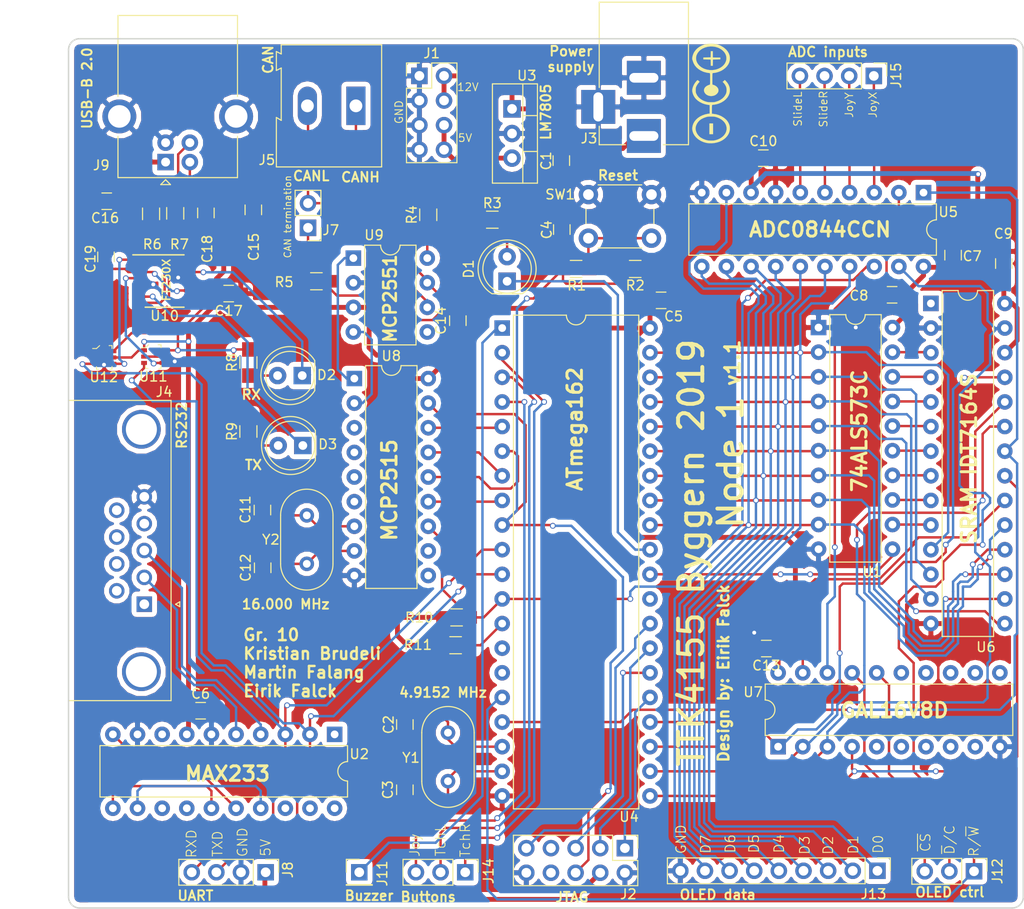
<source format=kicad_pcb>
(kicad_pcb (version 4) (host pcbnew 4.0.7)
  (layers (0 F.Cu signal) (31 B.Cu signal) (34 B.Paste user hide) (35 F.Paste user hide) (36 B.SilkS user) (37 F.SilkS user) (38 B.Mask user) (39 F.Mask user) (44 Edge.Cuts user))
  (net 0 "")
  (net 1 +12V)
  (net 2 GND)
  (net 3 "Net-(C2-Pad1)")
  (net 4 "Net-(C3-Pad1)")
  (net 5 JTAG_RESET)
  (net 6 +5V)
  (net 7 "Net-(C11-Pad1)")
  (net 8 "Net-(C12-Pad1)")
  (net 9 "Net-(C16-Pad1)")
  (net 10 "Net-(C18-Pad1)")
  (net 11 Buzzer)
  (net 12 "Net-(D1-Pad2)")
  (net 13 "Net-(D2-Pad1)")
  (net 14 "Net-(D2-Pad2)")
  (net 15 "Net-(D3-Pad1)")
  (net 16 "Net-(D3-Pad2)")
  (net 17 JOY_X)
  (net 18 JOY_Y)
  (net 19 JOY_BTN)
  (net 20 SliderR)
  (net 21 SliderL)
  (net 22 TouchBtnR)
  (net 23 TouchBtnL)
  (net 24 SDB7)
  (net 25 SDB6)
  (net 26 SDB5)
  (net 27 SDB4)
  (net 28 SDB3)
  (net 29 SDB2)
  (net 30 SDB1)
  (net 31 SDB0)
  (net 32 oled~D~/C)
  (net 33 oled~CS)
  (net 34 JTAG_TCK)
  (net 35 JTAG_TDO)
  (net 36 JTAG_TMS)
  (net 37 "Net-(J2-Pad7)")
  (net 38 "Net-(J2-Pad8)")
  (net 39 JTAG_TDI)
  (net 40 "Net-(J4-Pad1)")
  (net 41 "Net-(J4-Pad4)")
  (net 42 "Net-(J4-Pad6)")
  (net 43 "Net-(J4-Pad7)")
  (net 44 "Net-(J4-Pad8)")
  (net 45 "Net-(J4-Pad9)")
  (net 46 "Net-(J5-Pad1)")
  (net 47 "Net-(J5-Pad2)")
  (net 48 "Net-(J7-Pad1)")
  (net 49 "Net-(R1-Pad2)")
  (net 50 "Net-(R4-Pad1)")
  (net 51 "Net-(R6-Pad1)")
  (net 52 "Net-(R7-Pad1)")
  (net 53 "Net-(U1-Pad12)")
  (net 54 "Net-(U1-Pad13)")
  (net 55 "Net-(U1-Pad14)")
  (net 56 "Net-(U1-Pad15)")
  (net 57 "Net-(U1-Pad16)")
  (net 58 "Net-(U1-Pad17)")
  (net 59 "Net-(U1-Pad18)")
  (net 60 "Net-(U1-Pad19)")
  (net 61 "Net-(U2-Pad1)")
  (net 62 "Net-(U2-Pad11)")
  (net 63 "Net-(U2-Pad12)")
  (net 64 "Net-(U2-Pad13)")
  (net 65 "Net-(U2-Pad14)")
  (net 66 "Net-(U2-Pad10)")
  (net 67 "Net-(U2-Pad8)")
  (net 68 "Net-(U2-Pad18)")
  (net 69 "Net-(U2-Pad19)")
  (net 70 "Net-(U2-Pad20)")
  (net 71 "Net-(U4-Pad29)")
  (net 72 "Net-(U4-Pad14)")
  (net 73 "Net-(U4-Pad15)")
  (net 74 "Net-(U6-Pad1)")
  (net 75 "Net-(U7-Pad11)")
  (net 76 "Net-(U7-Pad12)")
  (net 77 "Net-(U7-Pad13)")
  (net 78 "Net-(U7-Pad14)")
  (net 79 "Net-(U7-Pad5)")
  (net 80 "Net-(U7-Pad15)")
  (net 81 "Net-(U7-Pad6)")
  (net 82 "Net-(U7-Pad7)")
  (net 83 "Net-(U7-Pad8)")
  (net 84 "Net-(U7-Pad9)")
  (net 85 "Net-(U8-Pad11)")
  (net 86 "Net-(U8-Pad3)")
  (net 87 "Net-(U8-Pad6)")
  (net 88 "Net-(U9-Pad5)")
  (net 89 "Net-(U10-Pad2)")
  (net 90 "Net-(U10-Pad6)")
  (net 91 "Net-(U10-Pad15)")
  (net 92 "Net-(U10-Pad16)")
  (net 93 "Net-(U8-Pad4)")
  (net 94 "Net-(U8-Pad5)")
  (net 95 "Net-(U8-Pad10)")
  (net 96 Heartbeat)
  (net 97 +3V3)
  (net 98 UART_TXD)
  (net 99 UART_RXD)
  (net 100 USB_UART_TXD)
  (net 101 USB_UART_RXD)
  (net 102 RS232_TX)
  (net 103 RS232_RX)
  (net 104 XMEM_~WR)
  (net 105 ADC_~INT)
  (net 106 CAN_~INT)
  (net 107 XMEM_ALE)
  (net 108 /A8)
  (net 109 /A9)
  (net 110 /A10)
  (net 111 /A11)
  (net 112 SPI_SS)
  (net 113 SPI_MOSI)
  (net 114 SPI_MISO)
  (net 115 SPI_SCK)
  (net 116 XMEM_~RD)
  (net 117 ADC_~CS)
  (net 118 SRAM_~CS)
  (net 119 TXCAN)
  (net 120 RXCAN)
  (module LEDs:LED_D5.0mm (layer F.Cu) (at 118.1354 85.7758 180)
    (fp_text reference D3 (at -2.5654 0.127 180) (layer F.SilkS))
    (fp_text value ~TXLED)
    (pad 1 thru_hole rect (at 0 0 180) (size 1.8 1.8) (drill 0.9) (layers *.Cu *.Mask) (net 15 "Net-(D3-Pad1)"))
    (pad 2 thru_hole circle (at 2.54 0 180) (size 1.8 1.8) (drill 0.9) (layers *.Cu *.Mask) (net 16 "Net-(D3-Pad2)"))
  )
  (module Crystals:Resonator-2pin_w10.0mm_h5.0mm (layer F.Cu) (at 118.5418 97.9805 90)
    (fp_text reference Y2 (at 2.5 -3.7 180) (layer F.SilkS))
    (fp_text value "16.000 MHz")
    (pad 1 thru_hole circle (at 0 0 90) (size 1.5 1.5) (drill 0.8) (layers *.Cu *.Mask) (net 8 "Net-(C12-Pad1)"))
    (pad 2 thru_hole circle (at 5 0 90) (size 1.5 1.5) (drill 0.8) (layers *.Cu *.Mask) (net 7 "Net-(C11-Pad1)"))
  )
  (module Capacitors_SMD:C_0805_HandSoldering (layer F.Cu) (at 144.78 56.388 270)
    (fp_text reference C1 (at 0.0254 1.5621 270) (layer F.SilkS))
    (fp_text value 1u)
    (pad 1 smd rect (at -1.25 0 270) (size 1.5 1.25) (layers F.Cu F.Paste F.Mask) (net 1 +12V))
    (pad 2 smd rect (at 1.25 0 270) (size 1.5 1.25) (layers F.Cu F.Paste F.Mask) (net 2 GND))
  )
  (module Capacitors_SMD:C_0805_HandSoldering (layer F.Cu) (at 128.651 114.554 270)
    (fp_text reference C2 (at 0.01016 1.67132 270) (layer F.SilkS))
    (fp_text value 22p)
    (pad 1 smd rect (at -1.25 0 270) (size 1.5 1.25) (layers F.Cu F.Paste F.Mask) (net 3 "Net-(C2-Pad1)"))
    (pad 2 smd rect (at 1.25 0 270) (size 1.5 1.25) (layers F.Cu F.Paste F.Mask) (net 2 GND))
  )
  (module Capacitors_SMD:C_0805_HandSoldering (layer F.Cu) (at 128.651 121.285 90)
    (fp_text reference C3 (at 0 -1.75 90) (layer F.SilkS))
    (fp_text value 22p)
    (pad 1 smd rect (at -1.25 0 90) (size 1.5 1.25) (layers F.Cu F.Paste F.Mask) (net 4 "Net-(C3-Pad1)"))
    (pad 2 smd rect (at 1.25 0 90) (size 1.5 1.25) (layers F.Cu F.Paste F.Mask) (net 2 GND))
  )
  (module Capacitors_SMD:C_0805_HandSoldering (layer F.Cu) (at 144.8308 63.5 90)
    (fp_text reference C4 (at -0.02032 -1.55448 90) (layer F.SilkS))
    (fp_text value 1u)
    (pad 1 smd rect (at -1.25 0 90) (size 1.5 1.25) (layers F.Cu F.Paste F.Mask) (net 5 JTAG_RESET))
    (pad 2 smd rect (at 1.25 0 90) (size 1.5 1.25) (layers F.Cu F.Paste F.Mask) (net 2 GND))
  )
  (module Capacitors_SMD:C_0805_HandSoldering (layer F.Cu) (at 155.067 70.8025 180)
    (fp_text reference C5 (at -1.2954 -1.65862 180) (layer F.SilkS))
    (fp_text value 1u)
    (pad 1 smd rect (at -1.25 0 180) (size 1.5 1.25) (layers F.Cu F.Paste F.Mask) (net 2 GND))
    (pad 2 smd rect (at 1.25 0 180) (size 1.5 1.25) (layers F.Cu F.Paste F.Mask) (net 6 +5V))
  )
  (module Capacitors_SMD:C_0805_HandSoldering (layer F.Cu) (at 107.59948 113.1316)
    (fp_text reference C6 (at 0 -1.75) (layer F.SilkS))
    (fp_text value 1u)
    (pad 1 smd rect (at -1.25 0) (size 1.5 1.25) (layers F.Cu F.Paste F.Mask) (net 6 +5V))
    (pad 2 smd rect (at 1.25 0) (size 1.5 1.25) (layers F.Cu F.Paste F.Mask) (net 2 GND))
  )
  (module Capacitors_SMD:C_0805_HandSoldering (layer F.Cu) (at 185.166 66.1416 90)
    (fp_text reference C7 (at -0.10668 1.97612 360) (layer F.SilkS))
    (fp_text value 1u)
    (pad 1 smd rect (at -1.25 0 90) (size 1.5 1.25) (layers F.Cu F.Paste F.Mask) (net 6 +5V))
    (pad 2 smd rect (at 1.25 0 90) (size 1.5 1.25) (layers F.Cu F.Paste F.Mask) (net 2 GND))
  )
  (module Capacitors_SMD:C_0805_HandSoldering (layer F.Cu) (at 178.8795 70.231 180)
    (fp_text reference C8 (at 3.4163 -0.0762 180) (layer F.SilkS))
    (fp_text value 1u)
    (pad 1 smd rect (at -1.25 0 180) (size 1.5 1.25) (layers F.Cu F.Paste F.Mask) (net 6 +5V))
    (pad 2 smd rect (at 1.25 0 180) (size 1.5 1.25) (layers F.Cu F.Paste F.Mask) (net 2 GND))
  )
  (module Capacitors_SMD:C_0805_HandSoldering (layer F.Cu) (at 190.3984 67.0052 90)
    (fp_text reference C9 (at 3.07848 -0.04064 360) (layer F.SilkS))
    (fp_text value 1u)
    (pad 1 smd rect (at -1.25 0 90) (size 1.5 1.25) (layers F.Cu F.Paste F.Mask) (net 6 +5V))
    (pad 2 smd rect (at 1.25 0 90) (size 1.5 1.25) (layers F.Cu F.Paste F.Mask) (net 2 GND))
  )
  (module Capacitors_SMD:C_0805_HandSoldering (layer F.Cu) (at 165.608 56.134)
    (fp_text reference C10 (at 0 -1.75) (layer F.SilkS))
    (fp_text value 1u)
    (pad 1 smd rect (at -1.25 0) (size 1.5 1.25) (layers F.Cu F.Paste F.Mask) (net 6 +5V))
    (pad 2 smd rect (at 1.25 0) (size 1.5 1.25) (layers F.Cu F.Paste F.Mask) (net 2 GND))
  )
  (module Capacitors_SMD:C_0805_HandSoldering (layer F.Cu) (at 113.9698 92.4306 270)
    (fp_text reference C11 (at -0.0508 1.7526 270) (layer F.SilkS))
    (fp_text value 22p)
    (pad 1 smd rect (at -1.25 0 270) (size 1.5 1.25) (layers F.Cu F.Paste F.Mask) (net 7 "Net-(C11-Pad1)"))
    (pad 2 smd rect (at 1.25 0 270) (size 1.5 1.25) (layers F.Cu F.Paste F.Mask) (net 2 GND))
  )
  (module Capacitors_SMD:C_0805_HandSoldering (layer F.Cu) (at 113.9952 98.3869 90)
    (fp_text reference C12 (at 0 -1.75 90) (layer F.SilkS))
    (fp_text value 22p)
    (pad 1 smd rect (at -1.25 0 90) (size 1.5 1.25) (layers F.Cu F.Paste F.Mask) (net 8 "Net-(C12-Pad1)"))
    (pad 2 smd rect (at 1.25 0 90) (size 1.5 1.25) (layers F.Cu F.Paste F.Mask) (net 2 GND))
  )
  (module Capacitors_SMD:C_0805_HandSoldering (layer F.Cu) (at 165.9128 106.7181 180)
    (fp_text reference C13 (at 0 -1.75 180) (layer F.SilkS))
    (fp_text value 1u)
    (pad 1 smd rect (at -1.25 0 180) (size 1.5 1.25) (layers F.Cu F.Paste F.Mask) (net 6 +5V))
    (pad 2 smd rect (at 1.25 0 180) (size 1.5 1.25) (layers F.Cu F.Paste F.Mask) (net 2 GND))
  )
  (module Capacitors_SMD:C_0805_HandSoldering (layer F.Cu) (at 134.112 72.898 90)
    (fp_text reference C14 (at 0 -1.75 90) (layer F.SilkS))
    (fp_text value 1u)
    (pad 1 smd rect (at -1.25 0 90) (size 1.5 1.25) (layers F.Cu F.Paste F.Mask) (net 6 +5V))
    (pad 2 smd rect (at 1.25 0 90) (size 1.5 1.25) (layers F.Cu F.Paste F.Mask) (net 2 GND))
  )
  (module Capacitors_SMD:C_0805_HandSoldering (layer F.Cu) (at 113.03 61.468 270)
    (fp_text reference C15 (at 3.8354 -0.0508 450) (layer F.SilkS))
    (fp_text value 1u)
    (pad 1 smd rect (at -1.25 0 270) (size 1.5 1.25) (layers F.Cu F.Paste F.Mask) (net 6 +5V))
    (pad 2 smd rect (at 1.25 0 270) (size 1.5 1.25) (layers F.Cu F.Paste F.Mask) (net 2 GND))
  )
  (module Capacitors_SMD:C_0805_HandSoldering (layer F.Cu) (at 97.917 60.579 180)
    (fp_text reference C16 (at 0.1651 -1.7272 360) (layer F.SilkS))
    (fp_text value 47p)
    (pad 1 smd rect (at -1.25 0 180) (size 1.5 1.25) (layers F.Cu F.Paste F.Mask) (net 9 "Net-(C16-Pad1)"))
    (pad 2 smd rect (at 1.25 0 180) (size 1.5 1.25) (layers F.Cu F.Paste F.Mask) (net 2 GND))
  )
  (module Capacitors_SMD:C_0805_HandSoldering (layer F.Cu) (at 110.49 70.104)
    (fp_text reference C17 (at 0 1.778) (layer F.SilkS))
    (fp_text value 10n)
    (pad 1 smd rect (at -1.25 0) (size 1.5 1.25) (layers F.Cu F.Paste F.Mask) (net 6 +5V))
    (pad 2 smd rect (at 1.25 0) (size 1.5 1.25) (layers F.Cu F.Paste F.Mask) (net 2 GND))
  )
  (module Capacitors_SMD:C_0805_HandSoldering (layer F.Cu) (at 108.1405 61.7855 270)
    (fp_text reference C18 (at 3.7211 -0.1397 270) (layer F.SilkS))
    (fp_text value 47p)
    (pad 1 smd rect (at -1.25 0 270) (size 1.5 1.25) (layers F.Cu F.Paste F.Mask) (net 10 "Net-(C18-Pad1)"))
    (pad 2 smd rect (at 1.25 0 270) (size 1.5 1.25) (layers F.Cu F.Paste F.Mask) (net 2 GND))
  )
  (module Capacitors_SMD:C_0805_HandSoldering (layer F.Cu) (at 97.8408 66.3194 90)
    (fp_text reference C19 (at -0.2159 -1.6002 270) (layer F.SilkS))
    (fp_text value 1u)
    (pad 1 smd rect (at -1.25 0 90) (size 1.5 1.25) (layers F.Cu F.Paste F.Mask) (net 97 +3V3))
    (pad 2 smd rect (at 1.25 0 90) (size 1.5 1.25) (layers F.Cu F.Paste F.Mask) (net 2 GND))
  )
  (module LEDs:LED_D5.0mm (layer F.Cu) (at 139.192 68.834 90)
    (fp_text reference D1 (at 1.27 -3.96 90) (layer F.SilkS))
    (fp_text value Heartbeat)
    (pad 1 thru_hole rect (at 0 0 90) (size 1.8 1.8) (drill 0.9) (layers *.Cu *.Mask) (net 96 Heartbeat))
    (pad 2 thru_hole circle (at 2.54 0 90) (size 1.8 1.8) (drill 0.9) (layers *.Cu *.Mask) (net 12 "Net-(D1-Pad2)"))
  )
  (module LEDs:LED_D5.0mm (layer F.Cu) (at 118.0719 78.5622 180)
    (fp_text reference D2 (at -2.5019 0.0635 180) (layer F.SilkS))
    (fp_text value ~RXLED)
    (pad 1 thru_hole rect (at 0 0 180) (size 1.8 1.8) (drill 0.9) (layers *.Cu *.Mask) (net 13 "Net-(D2-Pad1)"))
    (pad 2 thru_hole circle (at 2.54 0 180) (size 1.8 1.8) (drill 0.9) (layers *.Cu *.Mask) (net 14 "Net-(D2-Pad2)"))
  )
  (module Pin_Headers:Pin_Header_Straight_2x05_Pitch2.54mm (layer F.Cu) (at 151.3332 127.3048 270)
    (fp_text reference J2 (at 4.7498 -0.3556 540) (layer F.SilkS))
    (fp_text value JTAG)
    (pad 1 thru_hole rect (at 0 0 270) (size 1.7 1.7) (drill 1) (layers *.Cu *.Mask) (net 34 JTAG_TCK))
    (pad 2 thru_hole oval (at 2.54 0 270) (size 1.7 1.7) (drill 1) (layers *.Cu *.Mask) (net 2 GND))
    (pad 3 thru_hole oval (at 0 2.54 270) (size 1.7 1.7) (drill 1) (layers *.Cu *.Mask) (net 35 JTAG_TDO))
    (pad 4 thru_hole oval (at 2.54 2.54 270) (size 1.7 1.7) (drill 1) (layers *.Cu *.Mask) (net 6 +5V))
    (pad 5 thru_hole oval (at 0 5.08 270) (size 1.7 1.7) (drill 1) (layers *.Cu *.Mask) (net 36 JTAG_TMS))
    (pad 6 thru_hole oval (at 2.54 5.08 270) (size 1.7 1.7) (drill 1) (layers *.Cu *.Mask) (net 5 JTAG_RESET))
    (pad 7 thru_hole oval (at 0 7.62 270) (size 1.7 1.7) (drill 1) (layers *.Cu *.Mask) (net 37 "Net-(J2-Pad7)"))
    (pad 8 thru_hole oval (at 2.54 7.62 270) (size 1.7 1.7) (drill 1) (layers *.Cu *.Mask) (net 38 "Net-(J2-Pad8)"))
    (pad 9 thru_hole oval (at 0 10.16 270) (size 1.7 1.7) (drill 1) (layers *.Cu *.Mask) (net 39 JTAG_TDI))
    (pad 10 thru_hole oval (at 2.54 10.16 270) (size 1.7 1.7) (drill 1) (layers *.Cu *.Mask) (net 2 GND))
  )
  (module Connectors_DSub:DSUB-9_Female_Horizontal_Pitch2.77x2.84mm_EdgePinOffset4.94mm_Housed_MountingHolesOffset7.48mm (layer F.Cu) (at 101.7905 102.1461 270)
    (fp_text reference J4 (at -21.8948 -2.04216 360) (layer F.SilkS))
    (fp_text value DB9_RS232_female)
    (pad 1 thru_hole rect (at 0 0 270) (size 1.6 1.6) (drill 1) (layers *.Cu *.Mask) (net 40 "Net-(J4-Pad1)"))
    (pad 2 thru_hole circle (at -2.77 0 270) (size 1.6 1.6) (drill 1) (layers *.Cu *.Mask) (net 102 RS232_TX))
    (pad 3 thru_hole circle (at -5.54 0 270) (size 1.6 1.6) (drill 1) (layers *.Cu *.Mask) (net 103 RS232_RX))
    (pad 4 thru_hole circle (at -8.31 0 270) (size 1.6 1.6) (drill 1) (layers *.Cu *.Mask) (net 41 "Net-(J4-Pad4)"))
    (pad 5 thru_hole circle (at -11.08 0 270) (size 1.6 1.6) (drill 1) (layers *.Cu *.Mask) (net 2 GND))
    (pad 6 thru_hole circle (at -1.385 2.84 270) (size 1.6 1.6) (drill 1) (layers *.Cu *.Mask) (net 42 "Net-(J4-Pad6)"))
    (pad 7 thru_hole circle (at -4.155 2.84 270) (size 1.6 1.6) (drill 1) (layers *.Cu *.Mask) (net 43 "Net-(J4-Pad7)"))
    (pad 8 thru_hole circle (at -6.925 2.84 270) (size 1.6 1.6) (drill 1) (layers *.Cu *.Mask) (net 44 "Net-(J4-Pad8)"))
    (pad 9 thru_hole circle (at -9.695 2.84 270) (size 1.6 1.6) (drill 1) (layers *.Cu *.Mask) (net 45 "Net-(J4-Pad9)"))
    (pad 0 thru_hole circle (at -18.04 0.3 270) (size 4 4) (drill 3.2) (layers *.Cu *.Mask))
    (pad 0 thru_hole circle (at 6.96 0.3 270) (size 4 4) (drill 3.2) (layers *.Cu *.Mask))
  )
  (module Connectors_Terminal_Blocks:TerminalBlock_Altech_AK300-2_P5.00mm (layer F.Cu) (at 123.60656 50.73904 180)
    (fp_text reference J5 (at 9.17956 -5.58546 180) (layer F.SilkS))
    (fp_text value CAN)
    (pad 1 thru_hole rect (at 0 0 180) (size 1.98 3.96) (drill 1.32) (layers *.Cu *.Mask) (net 46 "Net-(J5-Pad1)"))
    (pad 2 thru_hole oval (at 5 0 180) (size 1.98 3.96) (drill 1.32) (layers *.Cu *.Mask) (net 47 "Net-(J5-Pad2)"))
  )
  (module Pin_Headers:Pin_Header_Straight_1x02_Pitch2.54mm (layer F.Cu) (at 118.6688 63.3222 180)
    (fp_text reference J7 (at -2.3495 -0.2413 180) (layer F.SilkS))
    (fp_text value "CAN terminate")
    (pad 1 thru_hole rect (at 0 0 180) (size 1.7 1.7) (drill 1) (layers *.Cu *.Mask) (net 48 "Net-(J7-Pad1)"))
    (pad 2 thru_hole oval (at 0 2.54 180) (size 1.7 1.7) (drill 1) (layers *.Cu *.Mask) (net 47 "Net-(J5-Pad2)"))
  )
  (module Pin_Headers:Pin_Header_Straight_1x04_Pitch2.54mm (layer F.Cu) (at 114.3 129.794 270)
    (fp_text reference J8 (at -0.254 -2.286 450) (layer F.SilkS))
    (fp_text value UART)
    (pad 1 thru_hole rect (at 0 0 270) (size 1.7 1.7) (drill 1) (layers *.Cu *.Mask) (net 6 +5V))
    (pad 2 thru_hole oval (at 0 2.54 270) (size 1.7 1.7) (drill 1) (layers *.Cu *.Mask) (net 2 GND))
    (pad 3 thru_hole oval (at 0 5.08 270) (size 1.7 1.7) (drill 1) (layers *.Cu *.Mask) (net 98 UART_TXD))
    (pad 4 thru_hole oval (at 0 7.62 270) (size 1.7 1.7) (drill 1) (layers *.Cu *.Mask) (net 99 UART_RXD))
  )
  (module Resistors_SMD:R_0805_HandSoldering (layer F.Cu) (at 146.304 67.564)
    (fp_text reference R1 (at 0.06096 1.70688) (layer F.SilkS))
    (fp_text value 330R)
    (pad 1 smd rect (at -1.35 0) (size 1.5 1.3) (layers F.Cu F.Paste F.Mask) (net 5 JTAG_RESET))
    (pad 2 smd rect (at 1.35 0) (size 1.5 1.3) (layers F.Cu F.Paste F.Mask) (net 49 "Net-(R1-Pad2)"))
  )
  (module Resistors_SMD:R_0805_HandSoldering (layer F.Cu) (at 152.4 67.564 180)
    (fp_text reference R2 (at 0 -1.7 180) (layer F.SilkS))
    (fp_text value 10k)
    (pad 1 smd rect (at -1.35 0 180) (size 1.5 1.3) (layers F.Cu F.Paste F.Mask) (net 6 +5V))
    (pad 2 smd rect (at 1.35 0 180) (size 1.5 1.3) (layers F.Cu F.Paste F.Mask) (net 5 JTAG_RESET))
  )
  (module Resistors_SMD:R_0805_HandSoldering (layer F.Cu) (at 137.668 62.484)
    (fp_text reference R3 (at 0 -1.7) (layer F.SilkS))
    (fp_text value 330R)
    (pad 1 smd rect (at -1.35 0) (size 1.5 1.3) (layers F.Cu F.Paste F.Mask) (net 6 +5V))
    (pad 2 smd rect (at 1.35 0) (size 1.5 1.3) (layers F.Cu F.Paste F.Mask) (net 12 "Net-(D1-Pad2)"))
  )
  (module Resistors_SMD:R_0805_HandSoldering (layer F.Cu) (at 131.064 61.976 90)
    (fp_text reference R4 (at 0 -1.7 90) (layer F.SilkS))
    (fp_text value 22k)
    (pad 1 smd rect (at -1.35 0 90) (size 1.5 1.3) (layers F.Cu F.Paste F.Mask) (net 50 "Net-(R4-Pad1)"))
    (pad 2 smd rect (at 1.35 0 90) (size 1.5 1.3) (layers F.Cu F.Paste F.Mask) (net 2 GND))
  )
  (module Resistors_SMD:R_0805_HandSoldering (layer F.Cu) (at 119.5324 68.834 180)
    (fp_text reference R5 (at 3.3274 -0.0889 180) (layer F.SilkS))
    (fp_text value 120R)
    (pad 1 smd rect (at -1.35 0 180) (size 1.5 1.3) (layers F.Cu F.Paste F.Mask) (net 46 "Net-(J5-Pad1)"))
    (pad 2 smd rect (at 1.35 0 180) (size 1.5 1.3) (layers F.Cu F.Paste F.Mask) (net 48 "Net-(J7-Pad1)"))
  )
  (module Buttons_Switches_THT:SW_PUSH_6mm (layer F.Cu) (at 147.574 59.8932)
    (fp_text reference SW1 (at -2.921 -0.0127) (layer F.SilkS))
    (fp_text value "Ext. reset")
    (pad 2 thru_hole circle (at 0 4.5 90) (size 2 2) (drill 1.1) (layers *.Cu *.Mask) (net 49 "Net-(R1-Pad2)"))
    (pad 1 thru_hole circle (at 0 0 90) (size 2 2) (drill 1.1) (layers *.Cu *.Mask) (net 2 GND))
    (pad 2 thru_hole circle (at 6.5 4.5 90) (size 2 2) (drill 1.1) (layers *.Cu *.Mask) (net 49 "Net-(R1-Pad2)"))
    (pad 1 thru_hole circle (at 6.5 0 90) (size 2 2) (drill 1.1) (layers *.Cu *.Mask) (net 2 GND))
  )
  (module Housings_DIP:DIP-20_W7.62mm (layer F.Cu) (at 171.2976 73.6092)
    (fp_text reference U1 (at 5.52704 25.18664) (layer F.SilkS))
    (fp_text value SN74ALS573C)
    (pad 1 thru_hole rect (at 0 0) (size 1.6 1.6) (drill 0.8) (layers *.Cu *.Mask) (net 2 GND))
    (pad 11 thru_hole oval (at 7.62 22.86) (size 1.6 1.6) (drill 0.8) (layers *.Cu *.Mask) (net 107 XMEM_ALE))
    (pad 2 thru_hole oval (at 0 2.54) (size 1.6 1.6) (drill 0.8) (layers *.Cu *.Mask) (net 31 SDB0))
    (pad 12 thru_hole oval (at 7.62 20.32) (size 1.6 1.6) (drill 0.8) (layers *.Cu *.Mask) (net 53 "Net-(U1-Pad12)"))
    (pad 3 thru_hole oval (at 0 5.08) (size 1.6 1.6) (drill 0.8) (layers *.Cu *.Mask) (net 30 SDB1))
    (pad 13 thru_hole oval (at 7.62 17.78) (size 1.6 1.6) (drill 0.8) (layers *.Cu *.Mask) (net 54 "Net-(U1-Pad13)"))
    (pad 4 thru_hole oval (at 0 7.62) (size 1.6 1.6) (drill 0.8) (layers *.Cu *.Mask) (net 29 SDB2))
    (pad 14 thru_hole oval (at 7.62 15.24) (size 1.6 1.6) (drill 0.8) (layers *.Cu *.Mask) (net 55 "Net-(U1-Pad14)"))
    (pad 5 thru_hole oval (at 0 10.16) (size 1.6 1.6) (drill 0.8) (layers *.Cu *.Mask) (net 28 SDB3))
    (pad 15 thru_hole oval (at 7.62 12.7) (size 1.6 1.6) (drill 0.8) (layers *.Cu *.Mask) (net 56 "Net-(U1-Pad15)"))
    (pad 6 thru_hole oval (at 0 12.7) (size 1.6 1.6) (drill 0.8) (layers *.Cu *.Mask) (net 27 SDB4))
    (pad 16 thru_hole oval (at 7.62 10.16) (size 1.6 1.6) (drill 0.8) (layers *.Cu *.Mask) (net 57 "Net-(U1-Pad16)"))
    (pad 7 thru_hole oval (at 0 15.24) (size 1.6 1.6) (drill 0.8) (layers *.Cu *.Mask) (net 26 SDB5))
    (pad 17 thru_hole oval (at 7.62 7.62) (size 1.6 1.6) (drill 0.8) (layers *.Cu *.Mask) (net 58 "Net-(U1-Pad17)"))
    (pad 8 thru_hole oval (at 0 17.78) (size 1.6 1.6) (drill 0.8) (layers *.Cu *.Mask) (net 25 SDB6))
    (pad 18 thru_hole oval (at 7.62 5.08) (size 1.6 1.6) (drill 0.8) (layers *.Cu *.Mask) (net 59 "Net-(U1-Pad18)"))
    (pad 9 thru_hole oval (at 0 20.32) (size 1.6 1.6) (drill 0.8) (layers *.Cu *.Mask) (net 24 SDB7))
    (pad 19 thru_hole oval (at 7.62 2.54) (size 1.6 1.6) (drill 0.8) (layers *.Cu *.Mask) (net 60 "Net-(U1-Pad19)"))
    (pad 10 thru_hole oval (at 0 22.86) (size 1.6 1.6) (drill 0.8) (layers *.Cu *.Mask) (net 2 GND))
    (pad 20 thru_hole oval (at 7.62 0) (size 1.6 1.6) (drill 0.8) (layers *.Cu *.Mask) (net 6 +5V))
  )
  (module Housings_DIP:DIP-20_W7.62mm (layer F.Cu) (at 121.412 115.57 270)
    (fp_text reference U2 (at 2.032 -2.54 360) (layer F.SilkS))
    (fp_text value MAX233)
    (pad 1 thru_hole rect (at 0 0 270) (size 1.6 1.6) (drill 0.8) (layers *.Cu *.Mask) (net 61 "Net-(U2-Pad1)"))
    (pad 11 thru_hole oval (at 7.62 22.86 270) (size 1.6 1.6) (drill 0.8) (layers *.Cu *.Mask) (net 62 "Net-(U2-Pad11)"))
    (pad 2 thru_hole oval (at 0 2.54 270) (size 1.6 1.6) (drill 0.8) (layers *.Cu *.Mask) (net 98 UART_TXD))
    (pad 12 thru_hole oval (at 7.62 20.32 270) (size 1.6 1.6) (drill 0.8) (layers *.Cu *.Mask) (net 63 "Net-(U2-Pad12)"))
    (pad 3 thru_hole oval (at 0 5.08 270) (size 1.6 1.6) (drill 0.8) (layers *.Cu *.Mask) (net 99 UART_RXD))
    (pad 13 thru_hole oval (at 7.62 17.78 270) (size 1.6 1.6) (drill 0.8) (layers *.Cu *.Mask) (net 64 "Net-(U2-Pad13)"))
    (pad 4 thru_hole oval (at 0 7.62 270) (size 1.6 1.6) (drill 0.8) (layers *.Cu *.Mask) (net 103 RS232_RX))
    (pad 14 thru_hole oval (at 7.62 15.24 270) (size 1.6 1.6) (drill 0.8) (layers *.Cu *.Mask) (net 65 "Net-(U2-Pad14)"))
    (pad 5 thru_hole oval (at 0 10.16 270) (size 1.6 1.6) (drill 0.8) (layers *.Cu *.Mask) (net 102 RS232_TX))
    (pad 15 thru_hole oval (at 7.62 12.7 270) (size 1.6 1.6) (drill 0.8) (layers *.Cu *.Mask) (net 62 "Net-(U2-Pad11)"))
    (pad 6 thru_hole oval (at 0 12.7 270) (size 1.6 1.6) (drill 0.8) (layers *.Cu *.Mask) (net 2 GND))
    (pad 16 thru_hole oval (at 7.62 10.16 270) (size 1.6 1.6) (drill 0.8) (layers *.Cu *.Mask) (net 66 "Net-(U2-Pad10)"))
    (pad 7 thru_hole oval (at 0 15.24 270) (size 1.6 1.6) (drill 0.8) (layers *.Cu *.Mask) (net 6 +5V))
    (pad 17 thru_hole oval (at 7.62 7.62 270) (size 1.6 1.6) (drill 0.8) (layers *.Cu *.Mask) (net 63 "Net-(U2-Pad12)"))
    (pad 8 thru_hole oval (at 0 17.78 270) (size 1.6 1.6) (drill 0.8) (layers *.Cu *.Mask) (net 67 "Net-(U2-Pad8)"))
    (pad 18 thru_hole oval (at 7.62 5.08 270) (size 1.6 1.6) (drill 0.8) (layers *.Cu *.Mask) (net 68 "Net-(U2-Pad18)"))
    (pad 9 thru_hole oval (at 0 20.32 270) (size 1.6 1.6) (drill 0.8) (layers *.Cu *.Mask) (net 2 GND))
    (pad 19 thru_hole oval (at 7.62 2.54 270) (size 1.6 1.6) (drill 0.8) (layers *.Cu *.Mask) (net 69 "Net-(U2-Pad19)"))
    (pad 10 thru_hole oval (at 0 22.86 270) (size 1.6 1.6) (drill 0.8) (layers *.Cu *.Mask) (net 66 "Net-(U2-Pad10)"))
    (pad 20 thru_hole oval (at 7.62 0 270) (size 1.6 1.6) (drill 0.8) (layers *.Cu *.Mask) (net 70 "Net-(U2-Pad20)"))
  )
  (module TO_SOT_Packages_THT:TO-220-3_Vertical (layer F.Cu) (at 139.7 51.054 270)
    (fp_text reference U3 (at -3.429 -1.524 360) (layer F.SilkS))
    (fp_text value LM7805_TO220)
    (pad 1 thru_hole rect (at 0 0 270) (size 1.8 1.8) (drill 1) (layers *.Cu *.Mask) (net 1 +12V))
    (pad 2 thru_hole oval (at 2.54 0 270) (size 1.8 1.8) (drill 1) (layers *.Cu *.Mask) (net 2 GND))
    (pad 3 thru_hole oval (at 5.08 0 270) (size 1.8 1.8) (drill 1) (layers *.Cu *.Mask) (net 6 +5V))
  )
  (module Housings_DIP:DIP-40_W15.24mm (layer F.Cu) (at 138.684 73.66)
    (fp_text reference U4 (at 13.081 50.419) (layer F.SilkS))
    (fp_text value ATMEGA162-16PU)
    (pad 1 thru_hole rect (at 0 0) (size 1.6 1.6) (drill 0.8) (layers *.Cu *.Mask) (net 11 Buzzer))
    (pad 21 thru_hole oval (at 15.24 48.26) (size 1.6 1.6) (drill 0.8) (layers *.Cu *.Mask) (net 108 /A8))
    (pad 2 thru_hole oval (at 0 2.54) (size 1.6 1.6) (drill 0.8) (layers *.Cu *.Mask) (net 22 TouchBtnR))
    (pad 22 thru_hole oval (at 15.24 45.72) (size 1.6 1.6) (drill 0.8) (layers *.Cu *.Mask) (net 109 /A9))
    (pad 3 thru_hole oval (at 0 5.08) (size 1.6 1.6) (drill 0.8) (layers *.Cu *.Mask) (net 23 TouchBtnL))
    (pad 23 thru_hole oval (at 15.24 43.18) (size 1.6 1.6) (drill 0.8) (layers *.Cu *.Mask) (net 110 /A10))
    (pad 4 thru_hole oval (at 0 7.62) (size 1.6 1.6) (drill 0.8) (layers *.Cu *.Mask) (net 19 JOY_BTN))
    (pad 24 thru_hole oval (at 15.24 40.64) (size 1.6 1.6) (drill 0.8) (layers *.Cu *.Mask) (net 111 /A11))
    (pad 5 thru_hole oval (at 0 10.16) (size 1.6 1.6) (drill 0.8) (layers *.Cu *.Mask) (net 112 SPI_SS))
    (pad 25 thru_hole oval (at 15.24 38.1) (size 1.6 1.6) (drill 0.8) (layers *.Cu *.Mask) (net 34 JTAG_TCK))
    (pad 6 thru_hole oval (at 0 12.7) (size 1.6 1.6) (drill 0.8) (layers *.Cu *.Mask) (net 113 SPI_MOSI))
    (pad 26 thru_hole oval (at 15.24 35.56) (size 1.6 1.6) (drill 0.8) (layers *.Cu *.Mask) (net 36 JTAG_TMS))
    (pad 7 thru_hole oval (at 0 15.24) (size 1.6 1.6) (drill 0.8) (layers *.Cu *.Mask) (net 114 SPI_MISO))
    (pad 27 thru_hole oval (at 15.24 33.02) (size 1.6 1.6) (drill 0.8) (layers *.Cu *.Mask) (net 35 JTAG_TDO))
    (pad 8 thru_hole oval (at 0 17.78) (size 1.6 1.6) (drill 0.8) (layers *.Cu *.Mask) (net 115 SPI_SCK))
    (pad 28 thru_hole oval (at 15.24 30.48) (size 1.6 1.6) (drill 0.8) (layers *.Cu *.Mask) (net 39 JTAG_TDI))
    (pad 9 thru_hole oval (at 0 20.32) (size 1.6 1.6) (drill 0.8) (layers *.Cu *.Mask) (net 5 JTAG_RESET))
    (pad 29 thru_hole oval (at 15.24 27.94) (size 1.6 1.6) (drill 0.8) (layers *.Cu *.Mask) (net 71 "Net-(U4-Pad29)"))
    (pad 10 thru_hole oval (at 0 22.86) (size 1.6 1.6) (drill 0.8) (layers *.Cu *.Mask) (net 99 UART_RXD))
    (pad 30 thru_hole oval (at 15.24 25.4) (size 1.6 1.6) (drill 0.8) (layers *.Cu *.Mask) (net 107 XMEM_ALE))
    (pad 11 thru_hole oval (at 0 25.4) (size 1.6 1.6) (drill 0.8) (layers *.Cu *.Mask) (net 98 UART_TXD))
    (pad 31 thru_hole oval (at 15.24 22.86) (size 1.6 1.6) (drill 0.8) (layers *.Cu *.Mask) (net 96 Heartbeat))
    (pad 12 thru_hole oval (at 0 27.94) (size 1.6 1.6) (drill 0.8) (layers *.Cu *.Mask) (net 105 ADC_~INT))
    (pad 32 thru_hole oval (at 15.24 20.32) (size 1.6 1.6) (drill 0.8) (layers *.Cu *.Mask) (net 24 SDB7))
    (pad 13 thru_hole oval (at 0 30.48) (size 1.6 1.6) (drill 0.8) (layers *.Cu *.Mask) (net 106 CAN_~INT))
    (pad 33 thru_hole oval (at 15.24 17.78) (size 1.6 1.6) (drill 0.8) (layers *.Cu *.Mask) (net 25 SDB6))
    (pad 14 thru_hole oval (at 0 33.02) (size 1.6 1.6) (drill 0.8) (layers *.Cu *.Mask) (net 72 "Net-(U4-Pad14)"))
    (pad 34 thru_hole oval (at 15.24 15.24) (size 1.6 1.6) (drill 0.8) (layers *.Cu *.Mask) (net 26 SDB5))
    (pad 15 thru_hole oval (at 0 35.56) (size 1.6 1.6) (drill 0.8) (layers *.Cu *.Mask) (net 73 "Net-(U4-Pad15)"))
    (pad 35 thru_hole oval (at 15.24 12.7) (size 1.6 1.6) (drill 0.8) (layers *.Cu *.Mask) (net 27 SDB4))
    (pad 16 thru_hole oval (at 0 38.1) (size 1.6 1.6) (drill 0.8) (layers *.Cu *.Mask) (net 104 XMEM_~WR))
    (pad 36 thru_hole oval (at 15.24 10.16) (size 1.6 1.6) (drill 0.8) (layers *.Cu *.Mask) (net 28 SDB3))
    (pad 17 thru_hole oval (at 0 40.64) (size 1.6 1.6) (drill 0.8) (layers *.Cu *.Mask) (net 116 XMEM_~RD))
    (pad 37 thru_hole oval (at 15.24 7.62) (size 1.6 1.6) (drill 0.8) (layers *.Cu *.Mask) (net 29 SDB2))
    (pad 18 thru_hole oval (at 0 43.18) (size 1.6 1.6) (drill 0.8) (layers *.Cu *.Mask) (net 3 "Net-(C2-Pad1)"))
    (pad 38 thru_hole oval (at 15.24 5.08) (size 1.6 1.6) (drill 0.8) (layers *.Cu *.Mask) (net 30 SDB1))
    (pad 19 thru_hole oval (at 0 45.72) (size 1.6 1.6) (drill 0.8) (layers *.Cu *.Mask) (net 4 "Net-(C3-Pad1)"))
    (pad 39 thru_hole oval (at 15.24 2.54) (size 1.6 1.6) (drill 0.8) (layers *.Cu *.Mask) (net 31 SDB0))
    (pad 20 thru_hole oval (at 0 48.26) (size 1.6 1.6) (drill 0.8) (layers *.Cu *.Mask) (net 2 GND))
    (pad 40 thru_hole oval (at 15.24 0) (size 1.6 1.6) (drill 0.8) (layers *.Cu *.Mask) (net 6 +5V))
  )
  (module Housings_DIP:DIP-20_W7.62mm (layer F.Cu) (at 182.118 59.69 270)
    (fp_text reference U5 (at 2.00152 -2.55016 360) (layer F.SilkS))
    (fp_text value ADC0844CCN)
    (pad 1 thru_hole rect (at 0 0 270) (size 1.6 1.6) (drill 0.8) (layers *.Cu *.Mask) (net 116 XMEM_~RD))
    (pad 11 thru_hole oval (at 7.62 22.86 270) (size 1.6 1.6) (drill 0.8) (layers *.Cu *.Mask) (net 25 SDB6))
    (pad 2 thru_hole oval (at 0 2.54 270) (size 1.6 1.6) (drill 0.8) (layers *.Cu *.Mask) (net 117 ADC_~CS))
    (pad 12 thru_hole oval (at 7.62 20.32 270) (size 1.6 1.6) (drill 0.8) (layers *.Cu *.Mask) (net 26 SDB5))
    (pad 3 thru_hole oval (at 0 5.08 270) (size 1.6 1.6) (drill 0.8) (layers *.Cu *.Mask) (net 17 JOY_X))
    (pad 13 thru_hole oval (at 7.62 17.78 270) (size 1.6 1.6) (drill 0.8) (layers *.Cu *.Mask) (net 27 SDB4))
    (pad 4 thru_hole oval (at 0 7.62 270) (size 1.6 1.6) (drill 0.8) (layers *.Cu *.Mask) (net 18 JOY_Y))
    (pad 14 thru_hole oval (at 7.62 15.24 270) (size 1.6 1.6) (drill 0.8) (layers *.Cu *.Mask) (net 28 SDB3))
    (pad 5 thru_hole oval (at 0 10.16 270) (size 1.6 1.6) (drill 0.8) (layers *.Cu *.Mask) (net 20 SliderR))
    (pad 15 thru_hole oval (at 7.62 12.7 270) (size 1.6 1.6) (drill 0.8) (layers *.Cu *.Mask) (net 29 SDB2))
    (pad 6 thru_hole oval (at 0 12.7 270) (size 1.6 1.6) (drill 0.8) (layers *.Cu *.Mask) (net 21 SliderL))
    (pad 16 thru_hole oval (at 7.62 10.16 270) (size 1.6 1.6) (drill 0.8) (layers *.Cu *.Mask) (net 30 SDB1))
    (pad 7 thru_hole oval (at 0 15.24 270) (size 1.6 1.6) (drill 0.8) (layers *.Cu *.Mask) (net 2 GND))
    (pad 17 thru_hole oval (at 7.62 7.62 270) (size 1.6 1.6) (drill 0.8) (layers *.Cu *.Mask) (net 31 SDB0))
    (pad 8 thru_hole oval (at 0 17.78 270) (size 1.6 1.6) (drill 0.8) (layers *.Cu *.Mask) (net 6 +5V))
    (pad 18 thru_hole oval (at 7.62 5.08 270) (size 1.6 1.6) (drill 0.8) (layers *.Cu *.Mask) (net 105 ADC_~INT))
    (pad 9 thru_hole oval (at 0 20.32 270) (size 1.6 1.6) (drill 0.8) (layers *.Cu *.Mask) (net 24 SDB7))
    (pad 19 thru_hole oval (at 7.62 2.54 270) (size 1.6 1.6) (drill 0.8) (layers *.Cu *.Mask) (net 104 XMEM_~WR))
    (pad 10 thru_hole oval (at 0 22.86 270) (size 1.6 1.6) (drill 0.8) (layers *.Cu *.Mask) (net 2 GND))
    (pad 20 thru_hole oval (at 7.62 0 270) (size 1.6 1.6) (drill 0.8) (layers *.Cu *.Mask) (net 6 +5V))
  )
  (module Housings_DIP:DIP-28_W7.62mm (layer F.Cu) (at 182.88 71.12)
    (fp_text reference U6 (at 5.67944 35.44824) (layer F.SilkS))
    (fp_text value SRAM_IDT7164SL)
    (pad 1 thru_hole rect (at 0 0) (size 1.6 1.6) (drill 0.8) (layers *.Cu *.Mask) (net 74 "Net-(U6-Pad1)"))
    (pad 15 thru_hole oval (at 7.62 33.02) (size 1.6 1.6) (drill 0.8) (layers *.Cu *.Mask) (net 28 SDB3))
    (pad 2 thru_hole oval (at 0 2.54) (size 1.6 1.6) (drill 0.8) (layers *.Cu *.Mask) (net 2 GND))
    (pad 16 thru_hole oval (at 7.62 30.48) (size 1.6 1.6) (drill 0.8) (layers *.Cu *.Mask) (net 27 SDB4))
    (pad 3 thru_hole oval (at 0 5.08) (size 1.6 1.6) (drill 0.8) (layers *.Cu *.Mask) (net 60 "Net-(U1-Pad19)"))
    (pad 17 thru_hole oval (at 7.62 27.94) (size 1.6 1.6) (drill 0.8) (layers *.Cu *.Mask) (net 26 SDB5))
    (pad 4 thru_hole oval (at 0 7.62) (size 1.6 1.6) (drill 0.8) (layers *.Cu *.Mask) (net 59 "Net-(U1-Pad18)"))
    (pad 18 thru_hole oval (at 7.62 25.4) (size 1.6 1.6) (drill 0.8) (layers *.Cu *.Mask) (net 25 SDB6))
    (pad 5 thru_hole oval (at 0 10.16) (size 1.6 1.6) (drill 0.8) (layers *.Cu *.Mask) (net 58 "Net-(U1-Pad17)"))
    (pad 19 thru_hole oval (at 7.62 22.86) (size 1.6 1.6) (drill 0.8) (layers *.Cu *.Mask) (net 24 SDB7))
    (pad 6 thru_hole oval (at 0 12.7) (size 1.6 1.6) (drill 0.8) (layers *.Cu *.Mask) (net 57 "Net-(U1-Pad16)"))
    (pad 20 thru_hole oval (at 7.62 20.32) (size 1.6 1.6) (drill 0.8) (layers *.Cu *.Mask) (net 118 SRAM_~CS))
    (pad 7 thru_hole oval (at 0 15.24) (size 1.6 1.6) (drill 0.8) (layers *.Cu *.Mask) (net 56 "Net-(U1-Pad15)"))
    (pad 21 thru_hole oval (at 7.62 17.78) (size 1.6 1.6) (drill 0.8) (layers *.Cu *.Mask) (net 108 /A8))
    (pad 8 thru_hole oval (at 0 17.78) (size 1.6 1.6) (drill 0.8) (layers *.Cu *.Mask) (net 55 "Net-(U1-Pad14)"))
    (pad 22 thru_hole oval (at 7.62 15.24) (size 1.6 1.6) (drill 0.8) (layers *.Cu *.Mask) (net 116 XMEM_~RD))
    (pad 9 thru_hole oval (at 0 20.32) (size 1.6 1.6) (drill 0.8) (layers *.Cu *.Mask) (net 54 "Net-(U1-Pad13)"))
    (pad 23 thru_hole oval (at 7.62 12.7) (size 1.6 1.6) (drill 0.8) (layers *.Cu *.Mask) (net 109 /A9))
    (pad 10 thru_hole oval (at 0 22.86) (size 1.6 1.6) (drill 0.8) (layers *.Cu *.Mask) (net 53 "Net-(U1-Pad12)"))
    (pad 24 thru_hole oval (at 7.62 10.16) (size 1.6 1.6) (drill 0.8) (layers *.Cu *.Mask) (net 110 /A10))
    (pad 11 thru_hole oval (at 0 25.4) (size 1.6 1.6) (drill 0.8) (layers *.Cu *.Mask) (net 31 SDB0))
    (pad 25 thru_hole oval (at 7.62 7.62) (size 1.6 1.6) (drill 0.8) (layers *.Cu *.Mask) (net 111 /A11))
    (pad 12 thru_hole oval (at 0 27.94) (size 1.6 1.6) (drill 0.8) (layers *.Cu *.Mask) (net 30 SDB1))
    (pad 26 thru_hole oval (at 7.62 5.08) (size 1.6 1.6) (drill 0.8) (layers *.Cu *.Mask) (net 6 +5V))
    (pad 13 thru_hole oval (at 0 30.48) (size 1.6 1.6) (drill 0.8) (layers *.Cu *.Mask) (net 29 SDB2))
    (pad 27 thru_hole oval (at 7.62 2.54) (size 1.6 1.6) (drill 0.8) (layers *.Cu *.Mask) (net 104 XMEM_~WR))
    (pad 14 thru_hole oval (at 0 33.02) (size 1.6 1.6) (drill 0.8) (layers *.Cu *.Mask) (net 2 GND))
    (pad 28 thru_hole oval (at 7.62 0) (size 1.6 1.6) (drill 0.8) (layers *.Cu *.Mask) (net 6 +5V))
  )
  (module Housings_DIP:DIP-20_W7.62mm (layer F.Cu) (at 167.132 116.84 90)
    (fp_text reference U7 (at 5.62864 -2.58064 180) (layer F.SilkS))
    (fp_text value GAL16V8D-15QP)
    (pad 1 thru_hole rect (at 0 0 90) (size 1.6 1.6) (drill 0.8) (layers *.Cu *.Mask) (net 111 /A11))
    (pad 11 thru_hole oval (at 7.62 22.86 90) (size 1.6 1.6) (drill 0.8) (layers *.Cu *.Mask) (net 75 "Net-(U7-Pad11)"))
    (pad 2 thru_hole oval (at 0 2.54 90) (size 1.6 1.6) (drill 0.8) (layers *.Cu *.Mask) (net 110 /A10))
    (pad 12 thru_hole oval (at 7.62 20.32 90) (size 1.6 1.6) (drill 0.8) (layers *.Cu *.Mask) (net 76 "Net-(U7-Pad12)"))
    (pad 3 thru_hole oval (at 0 5.08 90) (size 1.6 1.6) (drill 0.8) (layers *.Cu *.Mask) (net 109 /A9))
    (pad 13 thru_hole oval (at 7.62 17.78 90) (size 1.6 1.6) (drill 0.8) (layers *.Cu *.Mask) (net 77 "Net-(U7-Pad13)"))
    (pad 4 thru_hole oval (at 0 7.62 90) (size 1.6 1.6) (drill 0.8) (layers *.Cu *.Mask) (net 108 /A8))
    (pad 14 thru_hole oval (at 7.62 15.24 90) (size 1.6 1.6) (drill 0.8) (layers *.Cu *.Mask) (net 78 "Net-(U7-Pad14)"))
    (pad 5 thru_hole oval (at 0 10.16 90) (size 1.6 1.6) (drill 0.8) (layers *.Cu *.Mask) (net 79 "Net-(U7-Pad5)"))
    (pad 15 thru_hole oval (at 7.62 12.7 90) (size 1.6 1.6) (drill 0.8) (layers *.Cu *.Mask) (net 80 "Net-(U7-Pad15)"))
    (pad 6 thru_hole oval (at 0 12.7 90) (size 1.6 1.6) (drill 0.8) (layers *.Cu *.Mask) (net 81 "Net-(U7-Pad6)"))
    (pad 16 thru_hole oval (at 7.62 10.16 90) (size 1.6 1.6) (drill 0.8) (layers *.Cu *.Mask) (net 32 oled~D~/C))
    (pad 7 thru_hole oval (at 0 15.24 90) (size 1.6 1.6) (drill 0.8) (layers *.Cu *.Mask) (net 82 "Net-(U7-Pad7)"))
    (pad 17 thru_hole oval (at 7.62 7.62 90) (size 1.6 1.6) (drill 0.8) (layers *.Cu *.Mask) (net 33 oled~CS))
    (pad 8 thru_hole oval (at 0 17.78 90) (size 1.6 1.6) (drill 0.8) (layers *.Cu *.Mask) (net 83 "Net-(U7-Pad8)"))
    (pad 18 thru_hole oval (at 7.62 5.08 90) (size 1.6 1.6) (drill 0.8) (layers *.Cu *.Mask) (net 117 ADC_~CS))
    (pad 9 thru_hole oval (at 0 20.32 90) (size 1.6 1.6) (drill 0.8) (layers *.Cu *.Mask) (net 84 "Net-(U7-Pad9)"))
    (pad 19 thru_hole oval (at 7.62 2.54 90) (size 1.6 1.6) (drill 0.8) (layers *.Cu *.Mask) (net 118 SRAM_~CS))
    (pad 10 thru_hole oval (at 0 22.86 90) (size 1.6 1.6) (drill 0.8) (layers *.Cu *.Mask) (net 2 GND))
    (pad 20 thru_hole oval (at 7.62 0 90) (size 1.6 1.6) (drill 0.8) (layers *.Cu *.Mask) (net 6 +5V))
  )
  (module Housings_DIP:DIP-8_W7.62mm (layer F.Cu) (at 123.3424 66.4464)
    (fp_text reference U9 (at 2.1336 -2.3749) (layer F.SilkS))
    (fp_text value MCP2551-I/P)
    (pad 1 thru_hole rect (at 0 0) (size 1.6 1.6) (drill 0.8) (layers *.Cu *.Mask) (net 119 TXCAN))
    (pad 5 thru_hole oval (at 7.62 7.62) (size 1.6 1.6) (drill 0.8) (layers *.Cu *.Mask) (net 88 "Net-(U9-Pad5)"))
    (pad 2 thru_hole oval (at 0 2.54) (size 1.6 1.6) (drill 0.8) (layers *.Cu *.Mask) (net 2 GND))
    (pad 6 thru_hole oval (at 7.62 5.08) (size 1.6 1.6) (drill 0.8) (layers *.Cu *.Mask) (net 47 "Net-(J5-Pad2)"))
    (pad 3 thru_hole oval (at 0 5.08) (size 1.6 1.6) (drill 0.8) (layers *.Cu *.Mask) (net 6 +5V))
    (pad 7 thru_hole oval (at 7.62 2.54) (size 1.6 1.6) (drill 0.8) (layers *.Cu *.Mask) (net 46 "Net-(J5-Pad1)"))
    (pad 4 thru_hole oval (at 0 7.62) (size 1.6 1.6) (drill 0.8) (layers *.Cu *.Mask) (net 120 RXCAN))
    (pad 8 thru_hole oval (at 7.62 0) (size 1.6 1.6) (drill 0.8) (layers *.Cu *.Mask) (net 50 "Net-(R4-Pad1)"))
  )
  (module Housings_SSOP:SSOP-16_3.9x4.9mm_Pitch0.635mm (layer F.Cu) (at 103.886 68.834)
    (fp_text reference U10 (at 0 3.556) (layer F.SilkS))
    (fp_text value FT230X)
    (pad 1 smd rect (at -2.6 -2.2225) (size 1.2 0.4) (layers F.Cu F.Paste F.Mask) (net 100 USB_UART_TXD))
    (pad 2 smd rect (at -2.6 -1.5875) (size 1.2 0.4) (layers F.Cu F.Paste F.Mask) (net 89 "Net-(U10-Pad2)"))
    (pad 3 smd rect (at -2.6 -0.9525) (size 1.2 0.4) (layers F.Cu F.Paste F.Mask) (net 97 +3V3))
    (pad 4 smd rect (at -2.6 -0.3175) (size 1.2 0.4) (layers F.Cu F.Paste F.Mask) (net 101 USB_UART_RXD))
    (pad 5 smd rect (at -2.6 0.3175) (size 1.2 0.4) (layers F.Cu F.Paste F.Mask) (net 2 GND))
    (pad 6 smd rect (at -2.6 0.9525) (size 1.2 0.4) (layers F.Cu F.Paste F.Mask) (net 90 "Net-(U10-Pad6)"))
    (pad 7 smd rect (at -2.6 1.5875) (size 1.2 0.4) (layers F.Cu F.Paste F.Mask) (net 15 "Net-(D3-Pad1)"))
    (pad 8 smd rect (at -2.6 2.2225) (size 1.2 0.4) (layers F.Cu F.Paste F.Mask) (net 51 "Net-(R6-Pad1)"))
    (pad 9 smd rect (at 2.6 2.2225) (size 1.2 0.4) (layers F.Cu F.Paste F.Mask) (net 52 "Net-(R7-Pad1)"))
    (pad 10 smd rect (at 2.6 1.5875) (size 1.2 0.4) (layers F.Cu F.Paste F.Mask) (net 97 +3V3))
    (pad 11 smd rect (at 2.6 0.9525) (size 1.2 0.4) (layers F.Cu F.Paste F.Mask) (net 97 +3V3))
    (pad 12 smd rect (at 2.6 0.3175) (size 1.2 0.4) (layers F.Cu F.Paste F.Mask) (net 6 +5V))
    (pad 13 smd rect (at 2.6 -0.3175) (size 1.2 0.4) (layers F.Cu F.Paste F.Mask) (net 2 GND))
    (pad 14 smd rect (at 2.6 -0.9525) (size 1.2 0.4) (layers F.Cu F.Paste F.Mask) (net 13 "Net-(D2-Pad1)"))
    (pad 15 smd rect (at 2.6 -1.5875) (size 1.2 0.4) (layers F.Cu F.Paste F.Mask) (net 91 "Net-(U10-Pad15)"))
    (pad 16 smd rect (at 2.6 -2.2225) (size 1.2 0.4) (layers F.Cu F.Paste F.Mask) (net 92 "Net-(U10-Pad16)"))
  )
  (module Crystals:Resonator-2pin_w10.0mm_h5.0mm (layer F.Cu) (at 133.096 120.396 90)
    (fp_text reference Y1 (at 2.413 -3.81 360) (layer F.SilkS))
    (fp_text value "4.9152 MHz")
    (pad 1 thru_hole circle (at 0 0 90) (size 1.5 1.5) (drill 0.8) (layers *.Cu *.Mask) (net 4 "Net-(C3-Pad1)"))
    (pad 2 thru_hole circle (at 5 0 90) (size 1.5 1.5) (drill 0.8) (layers *.Cu *.Mask) (net 3 "Net-(C2-Pad1)"))
  )
  (module Pin_Headers:Pin_Header_Straight_1x01_Pitch2.54mm (layer F.Cu) (at 123.952 129.794)
    (fp_text reference J11 (at 2.37236 0.127 90) (layer F.SilkS))
    (fp_text value Buzzer)
    (pad 1 thru_hole rect (at 0 0) (size 1.7 1.7) (drill 1) (layers *.Cu *.Mask) (net 11 Buzzer))
  )
  (module Pin_Headers:Pin_Header_Straight_1x03_Pitch2.54mm (layer F.Cu) (at 187.325 129.6924 270)
    (fp_text reference J12 (at 0 -2.413 450) (layer F.SilkS))
    (fp_text value "OLED Select")
    (pad 1 thru_hole rect (at 0 0 270) (size 1.7 1.7) (drill 1) (layers *.Cu *.Mask) (net 104 XMEM_~WR))
    (pad 2 thru_hole oval (at 0 2.54 270) (size 1.7 1.7) (drill 1) (layers *.Cu *.Mask) (net 32 oled~D~/C))
    (pad 3 thru_hole oval (at 0 5.08 270) (size 1.7 1.7) (drill 1) (layers *.Cu *.Mask) (net 33 oled~CS))
  )
  (module Pin_Headers:Pin_Header_Straight_1x03_Pitch2.54mm (layer F.Cu) (at 134.874 129.794 270)
    (fp_text reference J14 (at -0.11684 -2.40792 450) (layer F.SilkS))
    (fp_text value Buttons)
    (pad 1 thru_hole rect (at 0 0 270) (size 1.7 1.7) (drill 1) (layers *.Cu *.Mask) (net 22 TouchBtnR))
    (pad 2 thru_hole oval (at 0 2.54 270) (size 1.7 1.7) (drill 1) (layers *.Cu *.Mask) (net 23 TouchBtnL))
    (pad 3 thru_hole oval (at 0 5.08 270) (size 1.7 1.7) (drill 1) (layers *.Cu *.Mask) (net 19 JOY_BTN))
  )
  (module Pin_Headers:Pin_Header_Straight_1x04_Pitch2.54mm (layer F.Cu) (at 176.99736 47.65548 270)
    (fp_text reference J15 (at -0.04572 -2.29616 450) (layer F.SilkS))
    (fp_text value "ADC inputs")
    (pad 1 thru_hole rect (at 0 0 270) (size 1.7 1.7) (drill 1) (layers *.Cu *.Mask) (net 17 JOY_X))
    (pad 2 thru_hole oval (at 0 2.54 270) (size 1.7 1.7) (drill 1) (layers *.Cu *.Mask) (net 18 JOY_Y))
    (pad 3 thru_hole oval (at 0 5.08 270) (size 1.7 1.7) (drill 1) (layers *.Cu *.Mask) (net 20 SliderR))
    (pad 4 thru_hole oval (at 0 7.62 270) (size 1.7 1.7) (drill 1) (layers *.Cu *.Mask) (net 21 SliderL))
  )
  (module Resistors_SMD:R_0805_HandSoldering (layer F.Cu) (at 102.489 61.87948 90)
    (fp_text reference R6 (at -3.14452 0.127 360) (layer F.SilkS))
    (fp_text value 27R)
    (pad 1 smd rect (at -1.35 0 90) (size 1.5 1.3) (layers F.Cu F.Paste F.Mask) (net 51 "Net-(R6-Pad1)"))
    (pad 2 smd rect (at 1.35 0 90) (size 1.5 1.3) (layers F.Cu F.Paste F.Mask) (net 9 "Net-(C16-Pad1)"))
  )
  (module Resistors_SMD:R_0805_HandSoldering (layer F.Cu) (at 104.9782 61.82868 90)
    (fp_text reference R7 (at -3.19532 0.4318 360) (layer F.SilkS))
    (fp_text value 27R)
    (pad 1 smd rect (at -1.35 0 90) (size 1.5 1.3) (layers F.Cu F.Paste F.Mask) (net 52 "Net-(R7-Pad1)"))
    (pad 2 smd rect (at 1.35 0 90) (size 1.5 1.3) (layers F.Cu F.Paste F.Mask) (net 10 "Net-(C18-Pad1)"))
  )
  (module Resistors_SMD:R_0805_HandSoldering (layer F.Cu) (at 112.522 77.216 90)
    (fp_text reference R8 (at 0 -1.7 90) (layer F.SilkS))
    (fp_text value 330R)
    (pad 1 smd rect (at -1.35 0 90) (size 1.5 1.3) (layers F.Cu F.Paste F.Mask) (net 14 "Net-(D2-Pad2)"))
    (pad 2 smd rect (at 1.35 0 90) (size 1.5 1.3) (layers F.Cu F.Paste F.Mask) (net 97 +3V3))
  )
  (module Resistors_SMD:R_0805_HandSoldering (layer F.Cu) (at 112.522 84.328 90)
    (fp_text reference R9 (at 0 -1.7 90) (layer F.SilkS))
    (fp_text value 330R)
    (pad 1 smd rect (at -1.35 0 90) (size 1.5 1.3) (layers F.Cu F.Paste F.Mask) (net 16 "Net-(D3-Pad2)"))
    (pad 2 smd rect (at 1.35 0 90) (size 1.5 1.3) (layers F.Cu F.Paste F.Mask) (net 97 +3V3))
  )
  (module Connectors:BARREL_JACK (layer F.Cu) (at 153.289 53.848 270)
    (fp_text reference J3 (at 0.254 5.6515 540) (layer F.SilkS))
    (fp_text value "Power supply")
    (pad 1 thru_hole rect (at 0 0 270) (size 3.5 3.5) (drill oval 1 3) (layers *.Cu *.Mask) (net 1 +12V))
    (pad 2 thru_hole rect (at -6 0 270) (size 3.5 3.5) (drill oval 1 3) (layers *.Cu *.Mask) (net 2 GND))
    (pad 3 thru_hole rect (at -3 4.7 270) (size 3.5 3.5) (drill oval 3 1) (layers *.Cu *.Mask) (net 2 GND))
  )
  (module KiCAD:polarity-symbol_positive-tip (layer F.Cu) (at 160.2359 49.4538 90)
    (fp_text reference G*** hide)
    (fp_text value LOGO hide)
  )
  (module digikey-footprints:SOT-363 (layer F.Cu) (at 102.7176 76.6064 270)
    (fp_text reference U11 (at 2.0574 0 360) (layer F.SilkS))
    (fp_text value 74LVC1T45)
    (pad 6 smd rect (at -0.65 -0.95 270) (size 0.42 0.6) (layers F.Cu F.Paste F.Mask) (net 97 +3V3))
    (pad 5 smd rect (at 0 -0.95 270) (size 0.42 0.6) (layers F.Cu F.Paste F.Mask) (net 2 GND))
    (pad 4 smd rect (at 0.65 -0.95 270) (size 0.42 0.6) (layers F.Cu F.Paste F.Mask) (net 101 USB_UART_RXD))
    (pad 1 smd rect (at -0.65 0.95 270) (size 0.42 0.6) (layers F.Cu F.Paste F.Mask) (net 6 +5V))
    (pad 2 smd rect (at 0 0.95 270) (size 0.42 0.6) (layers F.Cu F.Paste F.Mask) (net 2 GND))
    (pad 3 smd rect (at 0.65 0.95 270) (size 0.42 0.6) (layers F.Cu F.Paste F.Mask) (net 99 UART_RXD))
  )
  (module digikey-footprints:SOT-363 (layer F.Cu) (at 97.663 76.6953 270)
    (fp_text reference U12 (at 2.032 0.0381 360) (layer F.SilkS))
    (fp_text value 74LVC1T45)
    (pad 6 smd rect (at -0.65 -0.95 270) (size 0.42 0.6) (layers F.Cu F.Paste F.Mask) (net 97 +3V3))
    (pad 5 smd rect (at 0 -0.95 270) (size 0.42 0.6) (layers F.Cu F.Paste F.Mask) (net 6 +5V))
    (pad 4 smd rect (at 0.65 -0.95 270) (size 0.42 0.6) (layers F.Cu F.Paste F.Mask) (net 100 USB_UART_TXD))
    (pad 1 smd rect (at -0.65 0.95 270) (size 0.42 0.6) (layers F.Cu F.Paste F.Mask) (net 6 +5V))
    (pad 2 smd rect (at 0 0.95 270) (size 0.42 0.6) (layers F.Cu F.Paste F.Mask) (net 2 GND))
    (pad 3 smd rect (at 0.65 0.95 270) (size 0.42 0.6) (layers F.Cu F.Paste F.Mask) (net 98 UART_TXD))
  )
  (module Pin_Headers:Pin_Header_Straight_2x04_Pitch2.54mm (layer F.Cu) (at 130.1496 47.6504)
    (fp_text reference J1 (at 1.27 -2.33) (layer F.SilkS))
    (fp_text value Power)
    (pad 1 thru_hole rect (at 0 0) (size 1.7 1.7) (drill 1) (layers *.Cu *.Mask) (net 2 GND))
    (pad 2 thru_hole oval (at 2.54 0) (size 1.7 1.7) (drill 1) (layers *.Cu *.Mask) (net 1 +12V))
    (pad 3 thru_hole oval (at 0 2.54) (size 1.7 1.7) (drill 1) (layers *.Cu *.Mask) (net 2 GND))
    (pad 4 thru_hole oval (at 2.54 2.54) (size 1.7 1.7) (drill 1) (layers *.Cu *.Mask) (net 1 +12V))
    (pad 5 thru_hole oval (at 0 5.08) (size 1.7 1.7) (drill 1) (layers *.Cu *.Mask) (net 2 GND))
    (pad 6 thru_hole oval (at 2.54 5.08) (size 1.7 1.7) (drill 1) (layers *.Cu *.Mask) (net 6 +5V))
    (pad 7 thru_hole oval (at 0 7.62) (size 1.7 1.7) (drill 1) (layers *.Cu *.Mask) (net 2 GND))
    (pad 8 thru_hole oval (at 2.54 7.62) (size 1.7 1.7) (drill 1) (layers *.Cu *.Mask) (net 6 +5V))
  )
  (module Resistors_SMD:R_0805_HandSoldering (layer F.Cu) (at 133.985 103.505 180)
    (fp_text reference R10 (at 3.8608 -0.0127 180) (layer F.SilkS))
    (fp_text value 10k)
    (pad 1 smd rect (at -1.35 0 180) (size 1.5 1.3) (layers F.Cu F.Paste F.Mask) (net 105 ADC_~INT))
    (pad 2 smd rect (at 1.35 0 180) (size 1.5 1.3) (layers F.Cu F.Paste F.Mask) (net 6 +5V))
  )
  (module Resistors_SMD:R_0805_HandSoldering (layer F.Cu) (at 133.8834 106.3752)
    (fp_text reference R11 (at -3.8862 -0.0381) (layer F.SilkS))
    (fp_text value 10k)
    (pad 1 smd rect (at -1.35 0) (size 1.5 1.3) (layers F.Cu F.Paste F.Mask) (net 6 +5V))
    (pad 2 smd rect (at 1.35 0) (size 1.5 1.3) (layers F.Cu F.Paste F.Mask) (net 106 CAN_~INT))
  )
  (module Housings_DIP:DIP-18_W7.62mm (layer F.Cu) (at 123.444 78.867)
    (fp_text reference U8 (at 3.81 -2.33) (layer F.SilkS))
    (fp_text value MCP2515)
    (pad 1 thru_hole rect (at 0 0) (size 1.6 1.6) (drill 0.8) (layers *.Cu *.Mask) (net 119 TXCAN))
    (pad 10 thru_hole oval (at 7.62 20.32) (size 1.6 1.6) (drill 0.8) (layers *.Cu *.Mask) (net 95 "Net-(U8-Pad10)"))
    (pad 2 thru_hole oval (at 0 2.54) (size 1.6 1.6) (drill 0.8) (layers *.Cu *.Mask) (net 120 RXCAN))
    (pad 11 thru_hole oval (at 7.62 17.78) (size 1.6 1.6) (drill 0.8) (layers *.Cu *.Mask) (net 85 "Net-(U8-Pad11)"))
    (pad 3 thru_hole oval (at 0 5.08) (size 1.6 1.6) (drill 0.8) (layers *.Cu *.Mask) (net 86 "Net-(U8-Pad3)"))
    (pad 12 thru_hole oval (at 7.62 15.24) (size 1.6 1.6) (drill 0.8) (layers *.Cu *.Mask) (net 106 CAN_~INT))
    (pad 4 thru_hole oval (at 0 7.62) (size 1.6 1.6) (drill 0.8) (layers *.Cu *.Mask) (net 93 "Net-(U8-Pad4)"))
    (pad 13 thru_hole oval (at 7.62 12.7) (size 1.6 1.6) (drill 0.8) (layers *.Cu *.Mask) (net 115 SPI_SCK))
    (pad 5 thru_hole oval (at 0 10.16) (size 1.6 1.6) (drill 0.8) (layers *.Cu *.Mask) (net 94 "Net-(U8-Pad5)"))
    (pad 14 thru_hole oval (at 7.62 10.16) (size 1.6 1.6) (drill 0.8) (layers *.Cu *.Mask) (net 113 SPI_MOSI))
    (pad 6 thru_hole oval (at 0 12.7) (size 1.6 1.6) (drill 0.8) (layers *.Cu *.Mask) (net 87 "Net-(U8-Pad6)"))
    (pad 15 thru_hole oval (at 7.62 7.62) (size 1.6 1.6) (drill 0.8) (layers *.Cu *.Mask) (net 114 SPI_MISO))
    (pad 7 thru_hole oval (at 0 15.24) (size 1.6 1.6) (drill 0.8) (layers *.Cu *.Mask) (net 7 "Net-(C11-Pad1)"))
    (pad 16 thru_hole oval (at 7.62 5.08) (size 1.6 1.6) (drill 0.8) (layers *.Cu *.Mask) (net 112 SPI_SS))
    (pad 8 thru_hole oval (at 0 17.78) (size 1.6 1.6) (drill 0.8) (layers *.Cu *.Mask) (net 8 "Net-(C12-Pad1)"))
    (pad 17 thru_hole oval (at 7.62 2.54) (size 1.6 1.6) (drill 0.8) (layers *.Cu *.Mask) (net 5 JTAG_RESET))
    (pad 9 thru_hole oval (at 0 20.32) (size 1.6 1.6) (drill 0.8) (layers *.Cu *.Mask) (net 2 GND))
    (pad 18 thru_hole oval (at 7.62 0) (size 1.6 1.6) (drill 0.8) (layers *.Cu *.Mask) (net 6 +5V))
  )
  (module Pin_Headers:Pin_Header_Straight_1x09_Pitch2.54mm (layer F.Cu) (at 177.3682 129.6416 270)
    (fp_text reference J13 (at 2.4003 0.4064 360) (layer F.SilkS))
    (fp_text value "OLED data")
    (pad 1 thru_hole rect (at 0 0 270) (size 1.7 1.7) (drill 1) (layers *.Cu *.Mask) (net 31 SDB0))
    (pad 2 thru_hole oval (at 0 2.54 270) (size 1.7 1.7) (drill 1) (layers *.Cu *.Mask) (net 30 SDB1))
    (pad 3 thru_hole oval (at 0 5.08 270) (size 1.7 1.7) (drill 1) (layers *.Cu *.Mask) (net 29 SDB2))
    (pad 4 thru_hole oval (at 0 7.62 270) (size 1.7 1.7) (drill 1) (layers *.Cu *.Mask) (net 28 SDB3))
    (pad 5 thru_hole oval (at 0 10.16 270) (size 1.7 1.7) (drill 1) (layers *.Cu *.Mask) (net 27 SDB4))
    (pad 6 thru_hole oval (at 0 12.7 270) (size 1.7 1.7) (drill 1) (layers *.Cu *.Mask) (net 26 SDB5))
    (pad 7 thru_hole oval (at 0 15.24 270) (size 1.7 1.7) (drill 1) (layers *.Cu *.Mask) (net 25 SDB6))
    (pad 8 thru_hole oval (at 0 17.78 270) (size 1.7 1.7) (drill 1) (layers *.Cu *.Mask) (net 24 SDB7))
    (pad 9 thru_hole oval (at 0 20.32 270) (size 1.7 1.7) (drill 1) (layers *.Cu *.Mask) (net 2 GND))
  )
  (module Connectors_USB_extra:USB_B_OST_USB-B1HSxx_Horizontal (layer F.Cu) (at 103.9876 56.5404 90)
    (fp_text reference J9 (at -0.3302 -6.6294 180) (layer F.SilkS))
    (fp_text value USB_B)
    (pad 1 thru_hole rect (at 0 0 90) (size 1.7 1.7) (drill 0.92) (layers *.Cu *.Mask) (net 6 +5V))
    (pad 2 thru_hole circle (at 0 2.5 90) (size 1.7 1.7) (drill 0.92) (layers *.Cu *.Mask) (net 10 "Net-(C18-Pad1)"))
    (pad 3 thru_hole circle (at 2 2.5 90) (size 1.7 1.7) (drill 0.92) (layers *.Cu *.Mask) (net 9 "Net-(C16-Pad1)"))
    (pad 4 thru_hole circle (at 2 0 90) (size 1.7 1.7) (drill 0.92) (layers *.Cu *.Mask) (net 2 GND))
    (pad 5 thru_hole circle (at 4.71 -4.77 90) (size 3.5 3.5) (drill 2.33) (layers *.Cu *.Mask) (net 2 GND))
    (pad 5 thru_hole circle (at 4.71 7.27 90) (size 3.5 3.5) (drill 2.33) (layers *.Cu *.Mask) (net 2 GND))
  )
  (gr_text D6 (at 162.2044 126.8476 90) (layer F.SilkS) (effects (font (size 1 1) (thickness 0.1))))
  (gr_text D5 (at 164.6428 126.8476 90) (layer F.SilkS) (effects (font (size 1 1) (thickness 0.1))))
  (gr_text D4 (at 167.2336 126.8476 90) (layer F.SilkS) (effects (font (size 1 1) (thickness 0.1))))
  (gr_text D3 (at 169.8752 127 90) (layer F.SilkS) (effects (font (size 1 1) (thickness 0.1))))
  (gr_text D2 (at 172.2882 127 90) (layer F.SilkS) (effects (font (size 1 1) (thickness 0.1))))
  (gr_text D1 (at 174.879 126.9492 90) (layer F.SilkS) (effects (font (size 1 1) (thickness 0.1))))
  (gr_text GND (at 157.1244 126.3904 90) (layer F.SilkS) (effects (font (size 1 1) (thickness 0.1))))
  (gr_text v1.1 (at 162.433 77.2414 90) (layer F.SilkS) (effects (font (size 1.5 1.5) (thickness 0.3))))
  (gr_text "Node 1" (at 162.2298 87.5157 90) (layer F.SilkS) (effects (font (size 2.5 2.5) (thickness 0.4))))
  (gr_text CANL (at 118.999 57.9755) (layer F.SilkS) (effects (font (size 1 1) (thickness 0.2))))
  (gr_text "CANH\n" (at 124.079 58.1025) (layer F.SilkS) (effects (font (size 1 1) (thickness 0.2))))
  (gr_text LM7805 (at 143.1925 51.3715 90) (layer F.SilkS) (effects (font (size 1 1) (thickness 0.2))))
  (gr_text FT230X (at 104.0765 68.707 90) (layer F.SilkS) (effects (font (size 0.8 0.8))))
  (gr_text "Gr. 10\nKristian Brudeli\nMartin Falang\nEirik Falck" (at 111.8616 108.204) (layer F.SilkS) (effects (font (size 1.2 1.2) (thickness 0.25)) (justify left)))
  (gr_text "Design by: Eirik Falck" (at 161.5059 109.2708 90) (layer F.SilkS) (effects (font (size 1.1 1.1) (thickness 0.25))))
  (gr_text "TTK4155 Byggern 2019" (at 158.1785 96.8375 90) (layer F.SilkS) (effects (font (size 2.5 2.5) (thickness 0.4))))
  (gr_text Reset (at 150.622 57.912) (layer F.SilkS) (effects (font (size 1 1) (thickness 0.2))))
  (gr_text "12V\n" (at 135.1534 48.8061) (layer F.SilkS) (effects (font (size 0.8 0.8) (thickness 0.1))))
  (gr_text 5V (at 134.8613 54.0512) (layer F.SilkS) (effects (font (size 0.8 0.8) (thickness 0.1))))
  (gr_text "GND\n" (at 128.0541 51.3842 90) (layer F.SilkS) (effects (font (size 0.8 0.8) (thickness 0.1))))
  (gr_text MCP2551 (at 127.127 70.612 90) (layer F.SilkS) (effects (font (size 1.3 1.3) (thickness 0.26))))
  (gr_text MCP2515 (at 127.0635 90.3732 90) (layer F.SilkS) (effects (font (size 1.5 1.5) (thickness 0.3))))
  (gr_text GAL16V8D (at 179.1335 113.0935) (layer F.SilkS) (effects (font (size 1.5 1.5) (thickness 0.3))))
  (gr_text MAX233 (at 110.363 119.634) (layer F.SilkS) (effects (font (size 1.5 1.5) (thickness 0.3))))
  (gr_text "SRAM IDT7164S\n" (at 186.817 87.122 90) (layer F.SilkS) (effects (font (size 1.5 1.5) (thickness 0.3))))
  (gr_text 74ALS573C (at 175.514 84.2645 90) (layer F.SilkS) (effects (font (size 1.5 1.5) (thickness 0.3))))
  (gr_text ADC0844CCN (at 171.45 63.5) (layer F.SilkS) (effects (font (size 1.5 1.5) (thickness 0.3))))
  (gr_text ATmega162 (at 146.177 84.074 90) (layer F.SilkS) (effects (font (size 1.5 1.5) (thickness 0.3))))
  (gr_text "16.000 MHz" (at 116.3701 102.1461) (layer F.SilkS) (effects (font (size 1 1) (thickness 0.2))))
  (gr_text RS232 (at 105.6513 83.7057 90) (layer F.SilkS) (effects (font (size 1 1) (thickness 0.2))))
  (gr_text RX (at 112.8141 80.5307) (layer F.SilkS) (effects (font (size 1 1) (thickness 0.2))))
  (gr_text TX (at 113.0427 87.7824) (layer F.SilkS) (effects (font (size 1 1) (thickness 0.2))))
  (gr_text "4.9152 MHz" (at 132.588 111.252) (layer F.SilkS) (effects (font (size 1 1) (thickness 0.2))))
  (gr_text TchR (at 134.874 126.492 90) (layer F.SilkS) (effects (font (size 1 1) (thickness 0.1))))
  (gr_text TchL (at 132.334 126.492 90) (layer F.SilkS) (effects (font (size 1 1) (thickness 0.1))))
  (gr_text "Joy\n" (at 129.667 127 90) (layer F.SilkS) (effects (font (size 1 1) (thickness 0.1))))
  (gr_text GND (at 111.9124 126.6952 90) (layer F.SilkS) (effects (font (size 1 1) (thickness 0.1))))
  (gr_text 5V (at 114.3 127.254 90) (layer F.SilkS) (effects (font (size 1 1) (thickness 0.1))))
  (gr_text TXD (at 109.347 126.8603 90) (layer F.SilkS) (effects (font (size 1 1) (thickness 0.1))))
  (gr_text RXD (at 106.6546 126.8476 90) (layer F.SilkS) (effects (font (size 1 1) (thickness 0.1))))
  (gr_text "OLED ctrl" (at 184.8358 131.8514) (layer F.SilkS) (effects (font (size 1 1) (thickness 0.2))))
  (gr_text R/~W (at 187.2996 126.5936 90) (layer F.SilkS) (effects (font (size 1 1) (thickness 0.1))))
  (gr_text ~D~/C (at 184.8104 126.4412 90) (layer F.SilkS) (effects (font (size 1 1) (thickness 0.1))))
  (gr_text ~CS~ (at 182.3212 126.7206 90) (layer F.SilkS) (effects (font (size 1 1) (thickness 0.1))))
  (gr_text "D7\n" (at 159.6644 126.8984 90) (layer F.SilkS) (effects (font (size 1 1) (thickness 0.1))))
  (gr_text "D0\n" (at 177.4444 126.8984 90) (layer F.SilkS) (effects (font (size 1 1) (thickness 0.1))))
  (gr_text "OLED data\n" (at 160.909 132.1054) (layer F.SilkS) (effects (font (size 1 1) (thickness 0.2))))
  (gr_text UART (at 107.061 132.207) (layer F.SilkS) (effects (font (size 1 1) (thickness 0.2))))
  (gr_text Buzzer (at 124.968 132.207) (layer F.SilkS) (effects (font (size 1 1) (thickness 0.2))))
  (gr_text "JTAG\n" (at 145.87728 132.36448) (layer F.SilkS) (effects (font (size 1 1) (thickness 0.2))))
  (gr_text Buttons (at 131.064 132.334) (layer F.SilkS) (effects (font (size 1 1) (thickness 0.2))))
  (gr_text JoyX (at 176.89068 50.64252 90) (layer F.SilkS) (effects (font (size 0.8 0.8) (thickness 0.1))))
  (gr_text "JoyY\n" (at 174.45228 50.65776 90) (layer F.SilkS) (effects (font (size 0.8 0.8) (thickness 0.1))))
  (gr_text "SlideR\n" (at 171.80052 51.06924 90) (layer F.SilkS) (effects (font (size 0.8 0.8) (thickness 0.1))))
  (gr_text SlideL (at 169.164 51.06924 90) (layer F.SilkS) (effects (font (size 0.8 0.8) (thickness 0.1))))
  (gr_text "ADC inputs" (at 172.27804 45.18152) (layer F.SilkS) (effects (font (size 1 1) (thickness 0.2))))
  (gr_text "Power\nsupply" (at 145.7706 45.9105) (layer F.SilkS) (effects (font (size 1 1) (thickness 0.2))))
  (gr_text "USB-B 2.0" (at 95.8977 48.9204 90) (layer F.SilkS) (effects (font (size 1 1) (thickness 0.2))))
  (gr_text "CAN\n" (at 114.554 45.974 90) (layer F.SilkS) (effects (font (size 1 1) (thickness 0.2))))
  (gr_text "CAN termination" (at 116.5733 62.1792 90) (layer F.SilkS) (effects (font (size 0.7 0.7) (thickness 0.1))))
  (gr_line (start 191.262 133.477) (end 95.123 133.477) (angle 90) (layer Edge.Cuts) (width 0.15))
  (gr_line (start 192.405 44.958) (end 192.405 132.334) (angle 90) (layer Edge.Cuts) (width 0.15))
  (gr_line (start 95.123 43.815) (end 191.262 43.815) (angle 90) (layer Edge.Cuts) (width 0.15))
  (gr_line (start 93.98 132.334) (end 93.98 44.958) (angle 90) (layer Edge.Cuts) (width 0.15))
  (gr_arc (start 95.123 132.334) (end 95.123 133.477) (angle 90) (layer Edge.Cuts) (width 0.15))
  (gr_arc (start 191.262 132.334) (end 192.405 132.334) (angle 90) (layer Edge.Cuts) (width 0.15))
  (gr_arc (start 191.262 44.958) (end 191.262 43.815) (angle 90) (layer Edge.Cuts) (width 0.15))
  (gr_arc (start 95.123 44.958) (end 93.98 44.958) (angle 90) (layer Edge.Cuts) (width 0.15))
  (segment (start 132.6896 47.6504) (end 132.6896 50.1904) (width 0.5) (layer F.Cu) (net 1))
  (segment (start 139.7 51.054) (end 139.7 48.8569) (width 0.5) (layer F.Cu) (net 1))
  (segment (start 138.4935 47.6504) (end 132.6896 47.6504) (width 0.5) (layer F.Cu) (net 1))
  (segment (start 139.7 48.8569) (end 138.4935 47.6504) (width 0.5) (layer F.Cu) (net 1))
  (segment (start 153.289 53.848) (end 152.4 53.848) (width 0.5) (layer F.Cu) (net 1))
  (segment (start 152.4 53.848) (end 151.11 55.138) (width 0.5) (layer F.Cu) (net 1))
  (segment (start 151.11 55.138) (end 144.78 55.138) (width 0.5) (layer F.Cu) (net 1))
  (segment (start 144.78 55.138) (end 145.034 54.884) (width 0.5) (layer F.Cu) (net 1))
  (segment (start 145.034 54.884) (end 145.034 52.07) (width 0.5) (layer F.Cu) (net 1))
  (segment (start 145.034 52.07) (end 144.018 51.054) (width 0.5) (layer F.Cu) (net 1))
  (segment (start 144.018 51.054) (end 139.7 51.054) (width 0.5) (layer F.Cu) (net 1))
  (segment (start 153.289 53.848) (end 153.289 54.737) (width 0.5) (layer F.Cu) (net 1))
  (segment (start 101.286 69.1515) (end 102.7049 69.1515) (width 0.25) (layer F.Cu) (net 2))
  (via (at 102.7176 69.1642) (size 0.6) (drill 0.4) (layers F.Cu B.Cu) (net 2))
  (segment (start 102.7049 69.1515) (end 102.7176 69.1642) (width 0.25) (layer F.Cu) (net 2))
  (segment (start 164.6628 106.7181) (end 164.6628 105.0852) (width 0.25) (layer F.Cu) (net 2))
  (via (at 164.6682 105.0798) (size 0.6) (drill 0.4) (layers F.Cu B.Cu) (net 2))
  (segment (start 164.6628 105.0852) (end 164.6682 105.0798) (width 0.25) (layer F.Cu) (net 2))
  (segment (start 103.6676 76.6064) (end 104.4321 76.6064) (width 0.25) (layer F.Cu) (net 2))
  (via (at 104.9274 77.1017) (size 0.6) (drill 0.4) (layers F.Cu B.Cu) (net 2))
  (segment (start 104.4321 76.6064) (end 104.9274 77.1017) (width 0.25) (layer F.Cu) (net 2))
  (segment (start 96.713 76.6953) (end 97.1423 76.6953) (width 0.25) (layer F.Cu) (net 2))
  (via (at 97.6376 77.4446) (size 0.6) (drill 0.4) (layers F.Cu B.Cu) (net 2))
  (segment (start 97.6376 77.1906) (end 97.6376 77.4446) (width 0.25) (layer F.Cu) (net 2))
  (segment (start 97.1423 76.6953) (end 97.6376 77.1906) (width 0.25) (layer F.Cu) (net 2))
  (segment (start 103.6676 76.6064) (end 101.7676 76.6064) (width 0.25) (layer F.Cu) (net 2))
  (via (at 105.283 68.453) (size 0.6) (drill 0.4) (layers F.Cu B.Cu) (net 2))
  (segment (start 105.283 68.453) (end 105.283 68.5165) (width 0.25) (layer F.Cu) (net 2))
  (segment (start 106.486 68.5165) (end 105.283 68.5165) (width 0.25) (layer F.Cu) (net 2))
  (segment (start 182.88 104.14) (end 182.88 107.442) (width 0.25) (layer F.Cu) (net 2))
  (segment (start 182.88 107.442) (end 183.642 108.204) (width 0.25) (layer F.Cu) (net 2))
  (segment (start 183.642 108.204) (end 183.642 113.538) (width 0.25) (layer F.Cu) (net 2))
  (segment (start 183.642 113.538) (end 184.658 114.554) (width 0.25) (layer F.Cu) (net 2))
  (segment (start 184.658 114.554) (end 188.976 114.554) (width 0.25) (layer F.Cu) (net 2))
  (segment (start 188.976 114.554) (end 189.992 115.57) (width 0.25) (layer F.Cu) (net 2))
  (segment (start 189.992 115.57) (end 189.992 116.84) (width 0.25) (layer F.Cu) (net 2))
  (segment (start 171.2976 73.6092) (end 175.1203 73.6092) (width 0.25) (layer B.Cu) (net 2))
  (segment (start 175.1203 73.6092) (end 175.133 73.5965) (width 0.25) (layer B.Cu) (net 2))
  (via (at 175.133 73.5965) (size 0.6) (drill 0.4) (layers F.Cu B.Cu) (net 2))
  (segment (start 133.096 115.396) (end 133.096 114.3) (width 0.25) (layer F.Cu) (net 3))
  (segment (start 132.1 113.304) (end 128.651 113.304) (width 0.25) (layer F.Cu) (net 3))
  (segment (start 133.096 114.3) (end 132.1 113.304) (width 0.25) (layer F.Cu) (net 3))
  (segment (start 133.096 115.396) (end 133.096 116.078) (width 0.25) (layer F.Cu) (net 3))
  (segment (start 133.096 116.078) (end 133.858 116.84) (width 0.25) (layer F.Cu) (net 3))
  (segment (start 133.858 116.84) (end 138.684 116.84) (width 0.25) (layer F.Cu) (net 3))
  (segment (start 133.096 120.396) (end 133.096 121.793) (width 0.25) (layer F.Cu) (net 4))
  (segment (start 132.354 122.535) (end 128.651 122.535) (width 0.25) (layer F.Cu) (net 4))
  (segment (start 133.096 121.793) (end 132.354 122.535) (width 0.25) (layer F.Cu) (net 4))
  (segment (start 133.096 120.396) (end 133.096 120.142) (width 0.25) (layer F.Cu) (net 4))
  (segment (start 133.096 120.142) (end 133.858 119.38) (width 0.25) (layer F.Cu) (net 4))
  (segment (start 133.858 119.38) (end 138.684 119.38) (width 0.25) (layer F.Cu) (net 4))
  (segment (start 138.684 93.98) (end 138.7094 93.98) (width 0.25) (layer F.Cu) (net 5))
  (segment (start 138.7094 93.98) (end 141.097 91.5924) (width 0.25) (layer F.Cu) (net 5))
  (segment (start 132.1943 82.5373) (end 131.064 81.407) (width 0.25) (layer F.Cu) (net 5))
  (segment (start 139.9667 82.5373) (end 132.1943 82.5373) (width 0.25) (layer F.Cu) (net 5))
  (segment (start 141.097 83.6676) (end 139.9667 82.5373) (width 0.25) (layer F.Cu) (net 5))
  (segment (start 141.097 91.5924) (end 141.097 83.6676) (width 0.25) (layer F.Cu) (net 5))
  (segment (start 151.13 99.3394) (end 151.0919 99.3394) (width 0.25) (layer B.Cu) (net 5))
  (segment (start 151.13 106.934) (end 151.13 99.3394) (width 0.25) (layer B.Cu) (net 5))
  (segment (start 149.86 108.204) (end 151.13 106.934) (width 0.25) (layer B.Cu) (net 5))
  (segment (start 149.86 121.158) (end 149.86 108.204) (width 0.25) (layer B.Cu) (net 5))
  (segment (start 149.606 121.412) (end 149.86 121.158) (width 0.25) (layer B.Cu) (net 5))
  (via (at 149.606 121.412) (size 0.6) (drill 0.4) (layers F.Cu B.Cu) (net 5))
  (segment (start 147.574 123.444) (end 149.606 121.412) (width 0.25) (layer F.Cu) (net 5))
  (segment (start 147.574 128.524) (end 147.574 123.444) (width 0.25) (layer F.Cu) (net 5))
  (segment (start 146.2532 129.8448) (end 147.574 128.524) (width 0.25) (layer F.Cu) (net 5))
  (segment (start 143.8275 93.98) (end 138.684 93.98) (width 0.25) (layer F.Cu) (net 5))
  (segment (start 143.9037 94.0562) (end 143.8275 93.98) (width 0.25) (layer F.Cu) (net 5))
  (via (at 143.9037 94.0562) (size 0.6) (drill 0.4) (layers F.Cu B.Cu) (net 5))
  (segment (start 145.8087 94.0562) (end 143.9037 94.0562) (width 0.25) (layer B.Cu) (net 5))
  (segment (start 151.0919 99.3394) (end 145.8087 94.0562) (width 0.25) (layer B.Cu) (net 5))
  (segment (start 150.368 69.088) (end 150.622 69.088) (width 0.25) (layer F.Cu) (net 5))
  (segment (start 150.622 69.088) (end 151.05 68.66) (width 0.25) (layer F.Cu) (net 5))
  (segment (start 151.05 68.66) (end 151.05 67.564) (width 0.25) (layer F.Cu) (net 5))
  (segment (start 149.526 69.088) (end 150.368 69.088) (width 0.25) (layer F.Cu) (net 5))
  (segment (start 144.954 67.564) (end 144.954 68.754) (width 0.25) (layer F.Cu) (net 5))
  (segment (start 144.954 68.754) (end 145.288 69.088) (width 0.25) (layer F.Cu) (net 5))
  (segment (start 145.288 69.088) (end 149.526 69.088) (width 0.25) (layer F.Cu) (net 5))
  (segment (start 141.224 70.612) (end 141.906 70.612) (width 0.25) (layer F.Cu) (net 5))
  (segment (start 141.906 70.612) (end 144.954 67.564) (width 0.25) (layer F.Cu) (net 5))
  (segment (start 144.8308 64.75) (end 144.8308 67.4408) (width 0.25) (layer F.Cu) (net 5))
  (segment (start 144.8308 67.4408) (end 144.954 67.564) (width 0.25) (layer F.Cu) (net 5))
  (segment (start 140.208 92.456) (end 138.684 93.98) (width 0.25) (layer B.Cu) (net 5))
  (segment (start 140.208 71.628) (end 140.208 92.456) (width 0.25) (layer B.Cu) (net 5))
  (segment (start 141.224 70.612) (end 140.208 71.628) (width 0.25) (layer B.Cu) (net 5))
  (via (at 141.224 70.612) (size 0.6) (drill 0.4) (layers F.Cu B.Cu) (net 5))
  (segment (start 113.03 60.218) (end 113.03 58.039) (width 0.5) (layer F.Cu) (net 6))
  (segment (start 102.5652 56.5404) (end 103.9876 56.5404) (width 0.5) (layer F.Cu) (net 6))
  (segment (start 101.6 55.5752) (end 102.5652 56.5404) (width 0.5) (layer F.Cu) (net 6))
  (segment (start 101.6 54.1274) (end 101.6 55.5752) (width 0.5) (layer F.Cu) (net 6))
  (segment (start 103.3526 52.3748) (end 101.6 54.1274) (width 0.5) (layer F.Cu) (net 6))
  (segment (start 107.3658 52.3748) (end 103.3526 52.3748) (width 0.5) (layer F.Cu) (net 6))
  (segment (start 113.03 58.039) (end 107.3658 52.3748) (width 0.5) (layer F.Cu) (net 6))
  (segment (start 98.613 76.6953) (end 97.808002 76.6953) (width 0.25) (layer F.Cu) (net 6))
  (segment (start 97.808002 76.6953) (end 97.158002 76.0453) (width 0.25) (layer F.Cu) (net 6))
  (segment (start 97.158002 76.0453) (end 96.713 76.0453) (width 0.25) (layer F.Cu) (net 6))
  (segment (start 101.7676 75.9564) (end 101.2176 75.9564) (width 0.25) (layer F.Cu) (net 6))
  (segment (start 101.2176 75.9564) (end 100.4787 76.6953) (width 0.25) (layer F.Cu) (net 6))
  (segment (start 100.4787 76.6953) (end 99.163 76.6953) (width 0.25) (layer F.Cu) (net 6))
  (segment (start 99.163 76.6953) (end 98.613 76.6953) (width 0.25) (layer F.Cu) (net 6))
  (segment (start 101.7778 75.0697) (end 101.7778 75.9462) (width 0.25) (layer F.Cu) (net 6))
  (segment (start 101.7778 75.9462) (end 101.7676 75.9564) (width 0.25) (layer F.Cu) (net 6))
  (segment (start 106.346585 75.044278) (end 101.803222 75.044278) (width 0.25) (layer B.Cu) (net 6))
  (segment (start 101.803222 75.044278) (end 101.7778 75.0697) (width 0.25) (layer B.Cu) (net 6))
  (via (at 101.7778 75.0697) (size 0.6) (drill 0.4) (layers F.Cu B.Cu) (net 6))
  (via (at 106.346585 75.044278) (size 0.6) (drill 0.4) (layers F.Cu B.Cu) (net 6))
  (segment (start 106.3498 75.0316) (end 106.3498 75.041063) (width 0.5) (layer B.Cu) (net 6))
  (segment (start 106.3498 75.041063) (end 106.346585 75.044278) (width 0.5) (layer B.Cu) (net 6))
  (segment (start 127.889 103.505) (end 127.889 105.3973) (width 0.5) (layer F.Cu) (net 6))
  (segment (start 128.8669 106.3752) (end 132.5334 106.3752) (width 0.5) (layer F.Cu) (net 6))
  (segment (start 127.889 105.3973) (end 128.8669 106.3752) (width 0.5) (layer F.Cu) (net 6))
  (segment (start 131.064 78.867) (end 127.6731 78.867) (width 0.5) (layer F.Cu) (net 6))
  (segment (start 127.889 103.505) (end 132.635 103.505) (width 0.5) (layer F.Cu) (net 6))
  (segment (start 126.7587 102.3747) (end 127.889 103.505) (width 0.5) (layer F.Cu) (net 6))
  (segment (start 126.7587 79.7814) (end 126.7587 102.3747) (width 0.5) (layer F.Cu) (net 6))
  (segment (start 127.6731 78.867) (end 126.7587 79.7814) (width 0.5) (layer F.Cu) (net 6))
  (segment (start 132.588 76.454) (end 132.588 77.343) (width 0.5) (layer F.Cu) (net 6))
  (segment (start 132.588 77.343) (end 131.064 78.867) (width 0.5) (layer F.Cu) (net 6))
  (segment (start 132.6896 55.2704) (end 132.6896 52.7304) (width 0.5) (layer F.Cu) (net 6))
  (segment (start 136.318 57.23) (end 134.6492 57.23) (width 0.5) (layer F.Cu) (net 6))
  (segment (start 134.6492 57.23) (end 132.6896 55.2704) (width 0.5) (layer F.Cu) (net 6))
  (segment (start 139.7 56.134) (end 137.414 56.134) (width 0.5) (layer F.Cu) (net 6))
  (segment (start 136.318 57.23) (end 136.318 62.484) (width 0.5) (layer F.Cu) (net 6))
  (segment (start 137.414 56.134) (end 136.318 57.23) (width 0.5) (layer F.Cu) (net 6))
  (segment (start 181.4195 57.7215) (end 187.6933 57.7215) (width 0.5) (layer B.Cu) (net 6))
  (segment (start 165.862 57.7215) (end 181.4195 57.7215) (width 0.5) (layer B.Cu) (net 6))
  (segment (start 164.338 59.2455) (end 165.862 57.7215) (width 0.5) (layer B.Cu) (net 6))
  (segment (start 187.71235 57.82945) (end 187.71235 66.55435) (width 0.5) (layer F.Cu) (net 6))
  (segment (start 187.7568 57.785) (end 187.71235 57.82945) (width 0.5) (layer F.Cu) (net 6))
  (via (at 187.7568 57.785) (size 0.6) (drill 0.4) (layers F.Cu B.Cu) (net 6))
  (segment (start 187.6933 57.7215) (end 187.7568 57.785) (width 0.5) (layer B.Cu) (net 6))
  (segment (start 106.343689 76.0984) (end 106.33678 78.613) (width 0.5) (layer F.Cu) (net 6))
  (segment (start 106.34948 73.99052) (end 106.346585 75.044278) (width 0.5) (layer F.Cu) (net 6))
  (segment (start 106.346585 75.044278) (end 106.343689 76.0984) (width 0.5) (layer F.Cu) (net 6))
  (segment (start 106.343689 76.0984) (end 106.295189 76.0499) (width 0.2) (layer F.Cu) (net 6))
  (segment (start 106.33678 78.613) (end 106.34948 113.1316) (width 0.5) (layer F.Cu) (net 6))
  (segment (start 113.03 60.218) (end 111.994 60.218) (width 0.5) (layer F.Cu) (net 6))
  (segment (start 111.994 60.218) (end 109.982 62.23) (width 0.5) (layer F.Cu) (net 6))
  (segment (start 109.982 62.23) (end 109.982 67.818) (width 0.5) (layer F.Cu) (net 6))
  (segment (start 109.982 67.818) (end 109.24 68.56) (width 0.5) (layer F.Cu) (net 6))
  (segment (start 109.24 68.56) (end 109.24 70.104) (width 0.5) (layer F.Cu) (net 6))
  (segment (start 153.817 70.8025) (end 153.817 67.631) (width 0.5) (layer F.Cu) (net 6))
  (segment (start 153.817 67.631) (end 153.75 67.564) (width 0.5) (layer F.Cu) (net 6))
  (segment (start 153.924 73.66) (end 153.924 70.9095) (width 0.5) (layer F.Cu) (net 6))
  (segment (start 153.924 70.9095) (end 153.817 70.8025) (width 0.5) (layer F.Cu) (net 6))
  (segment (start 180.1295 70.231) (end 180.1295 72.3973) (width 0.5) (layer F.Cu) (net 6))
  (segment (start 180.1295 72.3973) (end 178.9176 73.6092) (width 0.5) (layer F.Cu) (net 6))
  (segment (start 182.118 67.31) (end 182.118 68.2425) (width 0.5) (layer F.Cu) (net 6))
  (segment (start 182.118 68.2425) (end 180.1295 70.231) (width 0.5) (layer F.Cu) (net 6))
  (segment (start 164.338 59.69) (end 164.338 59.2455) (width 0.5) (layer B.Cu) (net 6))
  (segment (start 106.34948 113.1316) (end 106.34948 115.39252) (width 0.5) (layer F.Cu) (net 6))
  (segment (start 106.34948 115.39252) (end 106.172 115.57) (width 0.5) (layer F.Cu) (net 6))
  (segment (start 135.382 74.148) (end 135.402 74.148) (width 0.5) (layer F.Cu) (net 6))
  (segment (start 135.402 74.148) (end 136.2672 73.2828) (width 0.5) (layer F.Cu) (net 6))
  (segment (start 136.2672 73.2828) (end 136.2672 70.9968) (width 0.5) (layer F.Cu) (net 6))
  (segment (start 136.2672 62.4332) (end 136.2672 70.9968) (width 0.5) (layer F.Cu) (net 6))
  (segment (start 134.112 74.148) (end 135.382 74.148) (width 0.5) (layer F.Cu) (net 6))
  (segment (start 135.382 74.148) (end 135.402 74.148) (width 0.5) (layer F.Cu) (net 6))
  (segment (start 134.112 74.148) (end 134.386 74.148) (width 0.5) (layer F.Cu) (net 6))
  (segment (start 132.588 75.672) (end 134.112 74.148) (width 0.5) (layer F.Cu) (net 6))
  (segment (start 153.9548 73.6292) (end 153.924 73.66) (width 0.5) (layer F.Cu) (net 6))
  (segment (start 153.75 70.712) (end 153.9548 70.9168) (width 0.5) (layer F.Cu) (net 6))
  (segment (start 156.21 66.04) (end 156.21 66.548) (width 0.5) (layer F.Cu) (net 6))
  (segment (start 156.21 66.548) (end 155.194 67.564) (width 0.5) (layer F.Cu) (net 6))
  (segment (start 155.194 67.564) (end 153.75 67.564) (width 0.5) (layer F.Cu) (net 6))
  (segment (start 153.924 73.66) (end 153.416 73.66) (width 0.5) (layer F.Cu) (net 6))
  (segment (start 153.416 73.66) (end 152.146 74.93) (width 0.5) (layer F.Cu) (net 6))
  (segment (start 168.422 106.66) (end 167.132 106.66) (width 0.5) (layer F.Cu) (net 6))
  (segment (start 168.91 106.172) (end 168.422 106.66) (width 0.5) (layer F.Cu) (net 6))
  (segment (start 168.91 96.266) (end 168.91 106.172) (width 0.5) (layer F.Cu) (net 6))
  (segment (start 167.894 95.25) (end 168.91 96.266) (width 0.5) (layer F.Cu) (net 6))
  (segment (start 152.908 95.25) (end 167.894 95.25) (width 0.5) (layer F.Cu) (net 6))
  (segment (start 152.146 94.488) (end 152.908 95.25) (width 0.5) (layer F.Cu) (net 6))
  (segment (start 152.146 74.93) (end 152.146 94.488) (width 0.5) (layer F.Cu) (net 6))
  (segment (start 114.2238 131.572) (end 114.2238 131.7498) (width 0.5) (layer F.Cu) (net 6))
  (segment (start 146.05 132.588) (end 148.7932 129.8448) (width 0.5) (layer F.Cu) (net 6))
  (segment (start 115.062 132.588) (end 146.05 132.588) (width 0.5) (layer F.Cu) (net 6))
  (segment (start 114.2238 131.7498) (end 115.062 132.588) (width 0.5) (layer F.Cu) (net 6))
  (segment (start 106.34948 113.1316) (end 96.9264 113.1316) (width 0.5) (layer F.Cu) (net 6))
  (segment (start 114.2238 131.6482) (end 114.2238 131.572) (width 0.5) (layer F.Cu) (net 6))
  (segment (start 114.2238 131.572) (end 114.2238 130.19024) (width 0.5) (layer F.Cu) (net 6))
  (segment (start 113.538 132.334) (end 114.2238 131.6482) (width 0.5) (layer F.Cu) (net 6))
  (segment (start 96.774 132.334) (end 113.538 132.334) (width 0.5) (layer F.Cu) (net 6))
  (segment (start 96.266 131.826) (end 96.774 132.334) (width 0.5) (layer F.Cu) (net 6))
  (segment (start 96.266 113.792) (end 96.266 131.826) (width 0.5) (layer F.Cu) (net 6))
  (segment (start 96.9264 113.1316) (end 96.266 113.792) (width 0.5) (layer F.Cu) (net 6))
  (segment (start 108.095 69.088) (end 108.0569 69.1261) (width 0.2) (layer F.Cu) (net 6))
  (segment (start 108.0569 69.1261) (end 106.5114 69.1261) (width 0.2) (layer F.Cu) (net 6))
  (segment (start 109.22 70.213) (end 108.095 69.088) (width 0.5) (layer F.Cu) (net 6))
  (segment (start 109.22 70.338) (end 109.22 70.213) (width 0.5) (layer F.Cu) (net 6))
  (segment (start 106.28884 113.19224) (end 106.34948 113.1316) (width 0.5) (layer F.Cu) (net 6))
  (segment (start 109.22 70.338) (end 109.22 71.12) (width 0.5) (layer F.Cu) (net 6))
  (segment (start 109.22 71.12) (end 106.34948 73.99052) (width 0.5) (layer F.Cu) (net 6))
  (segment (start 123.3424 71.5264) (end 110.4084 71.5264) (width 0.5) (layer F.Cu) (net 6))
  (segment (start 110.4084 71.5264) (end 109.22 70.338) (width 0.5) (layer F.Cu) (net 6))
  (segment (start 124.6124 71.5264) (end 123.3424 71.5264) (width 0.5) (layer F.Cu) (net 6))
  (segment (start 124.968 71.882) (end 124.6124 71.5264) (width 0.5) (layer F.Cu) (net 6))
  (segment (start 124.968 75.692) (end 124.968 71.882) (width 0.5) (layer F.Cu) (net 6))
  (segment (start 125.73 76.454) (end 124.968 75.692) (width 0.5) (layer F.Cu) (net 6))
  (segment (start 167.132 106.66) (end 167.132 109.22) (width 0.5) (layer F.Cu) (net 6))
  (segment (start 190.5 71.12) (end 191.262 71.12) (width 0.5) (layer F.Cu) (net 6))
  (segment (start 191.262 71.12) (end 191.77 71.628) (width 0.5) (layer F.Cu) (net 6))
  (segment (start 191.77 74.93) (end 190.5 76.2) (width 0.5) (layer F.Cu) (net 6))
  (segment (start 191.77 71.628) (end 191.77 74.93) (width 0.5) (layer F.Cu) (net 6))
  (segment (start 182.118 67.31) (end 182.118 67.4424) (width 0.5) (layer F.Cu) (net 6))
  (segment (start 185.166 67.3916) (end 182.1996 67.3916) (width 0.5) (layer F.Cu) (net 6))
  (segment (start 182.1996 67.3916) (end 182.118 67.31) (width 0.5) (layer F.Cu) (net 6))
  (segment (start 190.3984 68.2552) (end 190.3984 71.0184) (width 0.5) (layer F.Cu) (net 6))
  (segment (start 190.3984 71.0184) (end 190.5 71.12) (width 0.5) (layer F.Cu) (net 6))
  (segment (start 187.706 66.548) (end 187.71235 66.55435) (width 0.5) (layer F.Cu) (net 6))
  (segment (start 187.706 66.548) (end 186.8624 67.3916) (width 0.5) (layer F.Cu) (net 6))
  (segment (start 186.8624 67.3916) (end 185.166 67.3916) (width 0.5) (layer F.Cu) (net 6))
  (segment (start 187.71235 66.55435) (end 189.484 68.326) (width 0.5) (layer F.Cu) (net 6))
  (segment (start 189.484 68.326) (end 190.3276 68.326) (width 0.5) (layer F.Cu) (net 6))
  (segment (start 190.3276 68.326) (end 190.3984 68.2552) (width 0.5) (layer F.Cu) (net 6))
  (segment (start 157.48 56.134) (end 164.358 56.134) (width 0.5) (layer F.Cu) (net 6))
  (segment (start 156.21 57.404) (end 157.48 56.134) (width 0.5) (layer F.Cu) (net 6))
  (segment (start 156.21 66.04) (end 156.21 57.404) (width 0.5) (layer F.Cu) (net 6))
  (segment (start 164.358 56.134) (end 164.358 59.67) (width 0.5) (layer F.Cu) (net 6))
  (segment (start 164.358 59.67) (end 164.338 59.69) (width 0.5) (layer F.Cu) (net 6))
  (segment (start 144.78 73.66) (end 153.924 73.66) (width 0.5) (layer F.Cu) (net 6))
  (segment (start 142.748 71.628) (end 144.78 73.66) (width 0.5) (layer F.Cu) (net 6))
  (segment (start 136.8984 71.628) (end 136.906 71.628) (width 0.5) (layer F.Cu) (net 6))
  (segment (start 136.906 71.628) (end 142.748 71.628) (width 0.5) (layer F.Cu) (net 6))
  (segment (start 136.2672 70.9968) (end 136.398 71.1276) (width 0.5) (layer F.Cu) (net 6))
  (segment (start 136.398 71.1276) (end 136.8984 71.628) (width 0.5) (layer F.Cu) (net 6))
  (segment (start 153.924 73.66) (end 153.9548 73.6292) (width 0.5) (layer F.Cu) (net 6))
  (segment (start 153.9548 67.718) (end 153.9024 67.6656) (width 0.5) (layer F.Cu) (net 6))
  (segment (start 132.588 76.454) (end 132.588 75.672) (width 0.5) (layer F.Cu) (net 6))
  (segment (start 132.588 76.454) (end 125.73 76.454) (width 0.5) (layer F.Cu) (net 6))
  (segment (start 118.5418 92.9805) (end 115.7697 92.9805) (width 0.25) (layer F.Cu) (net 7))
  (segment (start 115.7697 92.9805) (end 113.9698 91.1806) (width 0.25) (layer F.Cu) (net 7))
  (segment (start 123.444 94.107) (end 119.6683 94.107) (width 0.25) (layer F.Cu) (net 7))
  (segment (start 119.6683 94.107) (end 118.5418 92.9805) (width 0.25) (layer F.Cu) (net 7))
  (segment (start 118.5418 97.9805) (end 115.6516 97.9805) (width 0.25) (layer F.Cu) (net 8))
  (segment (start 115.6516 97.9805) (end 113.9952 99.6369) (width 0.25) (layer F.Cu) (net 8))
  (segment (start 123.444 96.647) (end 119.8753 96.647) (width 0.25) (layer F.Cu) (net 8))
  (segment (start 119.8753 96.647) (end 118.5418 97.9805) (width 0.25) (layer F.Cu) (net 8))
  (segment (start 102.489 60.52948) (end 102.94492 60.52948) (width 0.25) (layer F.Cu) (net 9))
  (segment (start 102.94492 60.52948) (end 105.283 58.1914) (width 0.25) (layer F.Cu) (net 9))
  (segment (start 105.283 55.745) (end 106.4876 54.5404) (width 0.25) (layer F.Cu) (net 9))
  (segment (start 105.283 58.1914) (end 105.283 55.745) (width 0.25) (layer F.Cu) (net 9))
  (segment (start 99.06 60.5482) (end 102.47028 60.5482) (width 0.25) (layer F.Cu) (net 9))
  (segment (start 102.47028 60.5482) (end 102.489 60.52948) (width 0.25) (layer F.Cu) (net 9))
  (segment (start 102.4398 60.57868) (end 102.489 60.52948) (width 0.25) (layer F.Cu) (net 9))
  (segment (start 104.9782 60.47868) (end 105.18012 60.47868) (width 0.25) (layer F.Cu) (net 10))
  (segment (start 105.18012 60.47868) (end 106.4876 59.1712) (width 0.25) (layer F.Cu) (net 10))
  (segment (start 106.4876 59.1712) (end 106.4876 56.5404) (width 0.25) (layer F.Cu) (net 10))
  (segment (start 108.1405 60.5355) (end 105.03502 60.5355) (width 0.25) (layer F.Cu) (net 10))
  (segment (start 105.03502 60.5355) (end 104.9782 60.47868) (width 0.25) (layer F.Cu) (net 10))
  (segment (start 105.0782 60.57868) (end 104.9782 60.47868) (width 0.25) (layer F.Cu) (net 10))
  (segment (start 138.684 73.66) (end 138.176 73.66) (width 0.25) (layer B.Cu) (net 11))
  (segment (start 138.176 73.66) (end 136.652 75.184) (width 0.25) (layer B.Cu) (net 11))
  (segment (start 136.652 75.184) (end 136.652 121.92) (width 0.25) (layer B.Cu) (net 11))
  (segment (start 136.652 121.92) (end 131.826 126.746) (width 0.25) (layer B.Cu) (net 11))
  (segment (start 131.826 126.746) (end 127 126.746) (width 0.25) (layer B.Cu) (net 11))
  (segment (start 127 126.746) (end 123.952 129.794) (width 0.25) (layer B.Cu) (net 11))
  (segment (start 139.192 73.152) (end 138.684 73.66) (width 0.25) (layer B.Cu) (net 11))
  (segment (start 138.43 73.406) (end 138.684 73.66) (width 0.25) (layer B.Cu) (net 11))
  (segment (start 139.192 66.294) (end 139.192 62.658) (width 0.25) (layer F.Cu) (net 12))
  (segment (start 139.192 62.658) (end 139.018 62.484) (width 0.25) (layer F.Cu) (net 12))
  (segment (start 118.0719 78.5622) (end 118.0719 75.0443) (width 0.25) (layer B.Cu) (net 13))
  (segment (start 107.8484 67.8815) (end 106.486 67.8815) (width 0.25) (layer F.Cu) (net 13))
  (segment (start 107.8738 67.9069) (end 107.8484 67.8815) (width 0.25) (layer F.Cu) (net 13))
  (via (at 107.8738 67.9069) (size 0.6) (drill 0.4) (layers F.Cu B.Cu) (net 13))
  (segment (start 110.9345 67.9069) (end 107.8738 67.9069) (width 0.25) (layer B.Cu) (net 13))
  (segment (start 118.0719 75.0443) (end 110.9345 67.9069) (width 0.25) (layer B.Cu) (net 13))
  (segment (start 118.872 78.486) (end 118.618 78.486) (width 0.25) (layer B.Cu) (net 13))
  (segment (start 115.5319 78.5622) (end 112.5258 78.5622) (width 0.25) (layer F.Cu) (net 14))
  (segment (start 112.5258 78.5622) (end 112.522 78.566) (width 0.25) (layer F.Cu) (net 14))
  (segment (start 112.602 78.486) (end 112.522 78.566) (width 0.25) (layer F.Cu) (net 14))
  (segment (start 118.1354 85.7758) (end 117.9576 85.7758) (width 0.25) (layer B.Cu) (net 15))
  (segment (start 117.9576 85.7758) (end 112.4331 80.2513) (width 0.25) (layer B.Cu) (net 15))
  (segment (start 112.4331 80.2513) (end 112.4331 75.1078) (width 0.25) (layer B.Cu) (net 15))
  (segment (start 112.4331 75.1078) (end 109.728 72.4027) (width 0.25) (layer B.Cu) (net 15))
  (segment (start 109.728 72.4027) (end 104.648 72.4027) (width 0.25) (layer B.Cu) (net 15))
  (segment (start 104.648 72.4027) (end 102.6541 70.4088) (width 0.25) (layer B.Cu) (net 15))
  (via (at 102.6541 70.4088) (size 0.6) (drill 0.4) (layers F.Cu B.Cu) (net 15))
  (segment (start 102.6541 70.4088) (end 102.6414 70.4215) (width 0.25) (layer F.Cu) (net 15))
  (segment (start 102.6414 70.4215) (end 101.286 70.4215) (width 0.25) (layer F.Cu) (net 15))
  (segment (start 115.5954 85.7758) (end 112.6198 85.7758) (width 0.25) (layer F.Cu) (net 16))
  (segment (start 112.6198 85.7758) (end 112.522 85.678) (width 0.25) (layer F.Cu) (net 16))
  (segment (start 112.602 85.598) (end 112.522 85.678) (width 0.25) (layer F.Cu) (net 16))
  (segment (start 176.99736 47.65548) (end 177.038 59.69) (width 0.25) (layer F.Cu) (net 17))
  (segment (start 177.0888 59.6392) (end 177.038 59.69) (width 0.25) (layer F.Cu) (net 17))
  (segment (start 174.45736 47.65548) (end 174.498 59.69) (width 0.25) (layer F.Cu) (net 18))
  (segment (start 174.5488 59.6392) (end 174.498 59.69) (width 0.25) (layer F.Cu) (net 18))
  (segment (start 140.97 121.158) (end 140.97 121.412) (width 0.25) (layer B.Cu) (net 19))
  (segment (start 140.97 121.412) (end 138.176 124.206) (width 0.25) (layer B.Cu) (net 19))
  (via (at 138.176 124.206) (size 0.6) (drill 0.4) (layers F.Cu B.Cu) (net 19))
  (segment (start 138.176 124.206) (end 137.922 124.46) (width 0.25) (layer F.Cu) (net 19))
  (segment (start 137.922 124.46) (end 131.572 124.46) (width 0.25) (layer F.Cu) (net 19))
  (segment (start 131.572 124.46) (end 129.794 126.238) (width 0.25) (layer F.Cu) (net 19))
  (segment (start 129.794 126.238) (end 129.794 129.794) (width 0.25) (layer F.Cu) (net 19))
  (segment (start 138.684 81.28) (end 140.97 81.28) (width 0.25) (layer F.Cu) (net 19))
  (via (at 140.97 81.28) (size 0.6) (drill 0.4) (layers F.Cu B.Cu) (net 19))
  (segment (start 140.97 81.28) (end 140.97 117.856) (width 0.25) (layer B.Cu) (net 19))
  (segment (start 140.97 117.856) (end 140.97 121.158) (width 0.25) (layer B.Cu) (net 19))
  (segment (start 171.91736 47.65548) (end 171.958 59.69) (width 0.25) (layer F.Cu) (net 20))
  (segment (start 172.0088 59.6392) (end 171.958 59.69) (width 0.25) (layer F.Cu) (net 20))
  (segment (start 169.37736 47.65548) (end 169.418 59.69) (width 0.25) (layer F.Cu) (net 21))
  (segment (start 169.4688 59.6392) (end 169.418 59.69) (width 0.25) (layer F.Cu) (net 21))
  (segment (start 141.986 121.158) (end 141.986 122.428) (width 0.25) (layer B.Cu) (net 22))
  (segment (start 141.986 122.428) (end 138.176 126.238) (width 0.25) (layer B.Cu) (net 22))
  (via (at 138.176 126.238) (size 0.6) (drill 0.4) (layers F.Cu B.Cu) (net 22))
  (segment (start 138.176 126.238) (end 134.874 126.238) (width 0.25) (layer F.Cu) (net 22))
  (segment (start 134.874 126.238) (end 134.874 129.794) (width 0.25) (layer F.Cu) (net 22))
  (segment (start 143.002 81.28) (end 141.986 82.296) (width 0.25) (layer B.Cu) (net 22))
  (segment (start 141.986 82.296) (end 141.986 121.158) (width 0.25) (layer B.Cu) (net 22))
  (segment (start 138.684 76.2) (end 138.684 76.962) (width 0.25) (layer F.Cu) (net 22))
  (segment (start 138.684 76.962) (end 143.002 81.28) (width 0.25) (layer F.Cu) (net 22))
  (via (at 143.002 81.28) (size 0.6) (drill 0.4) (layers F.Cu B.Cu) (net 22))
  (segment (start 138.176 125.222) (end 132.842 125.222) (width 0.25) (layer F.Cu) (net 23))
  (segment (start 132.842 125.222) (end 132.334 125.73) (width 0.25) (layer F.Cu) (net 23))
  (segment (start 132.334 125.73) (end 132.334 129.794) (width 0.25) (layer F.Cu) (net 23))
  (segment (start 141.478 121.158) (end 141.478 121.92) (width 0.25) (layer B.Cu) (net 23))
  (segment (start 141.478 121.92) (end 138.176 125.222) (width 0.25) (layer B.Cu) (net 23))
  (via (at 138.176 125.222) (size 0.6) (drill 0.4) (layers F.Cu B.Cu) (net 23))
  (segment (start 141.986 81.28) (end 141.478 81.788) (width 0.25) (layer B.Cu) (net 23))
  (segment (start 141.478 81.788) (end 141.478 120.904) (width 0.25) (layer B.Cu) (net 23))
  (segment (start 141.478 120.904) (end 141.478 121.158) (width 0.25) (layer B.Cu) (net 23))
  (segment (start 138.684 78.74) (end 139.7 78.74) (width 0.25) (layer F.Cu) (net 23))
  (segment (start 139.7 78.74) (end 141.986 81.026) (width 0.25) (layer F.Cu) (net 23))
  (segment (start 141.986 81.026) (end 141.986 81.28) (width 0.25) (layer F.Cu) (net 23))
  (via (at 141.986 81.28) (size 0.6) (drill 0.4) (layers F.Cu B.Cu) (net 23))
  (segment (start 156.464 123.1646) (end 156.464 126.1364) (width 0.25) (layer B.Cu) (net 24))
  (segment (start 156.464 123.1646) (end 156.464 101.6) (width 0.25) (layer B.Cu) (net 24))
  (segment (start 164.084 93.98) (end 156.464 101.6) (width 0.25) (layer B.Cu) (net 24))
  (segment (start 156.464 126.1364) (end 159.5882 129.2606) (width 0.25) (layer B.Cu) (net 24))
  (segment (start 159.5882 129.2606) (end 159.5882 129.6416) (width 0.25) (layer B.Cu) (net 24))
  (segment (start 164.338 69.596) (end 159.4485 69.596) (width 0.25) (layer B.Cu) (net 24))
  (segment (start 159.4485 69.596) (end 157.988 68.1355) (width 0.25) (layer B.Cu) (net 24))
  (segment (start 157.988 68.1355) (end 157.988 66.8655) (width 0.25) (layer B.Cu) (net 24))
  (segment (start 157.988 66.8655) (end 159.0675 65.786) (width 0.25) (layer B.Cu) (net 24))
  (segment (start 159.0675 65.786) (end 160.782 65.786) (width 0.25) (layer B.Cu) (net 24))
  (via (at 187.96 98.298) (size 0.6) (drill 0.4) (layers F.Cu B.Cu) (net 24))
  (segment (start 187.96 98.298) (end 188.976 97.282) (width 0.25) (layer F.Cu) (net 24))
  (via (at 188.976 97.282) (size 0.6) (drill 0.4) (layers F.Cu B.Cu) (net 24))
  (segment (start 188.976 97.282) (end 188.976 96.266) (width 0.25) (layer B.Cu) (net 24))
  (segment (start 184.404 107.442) (end 185.674 106.172) (width 0.25) (layer B.Cu) (net 24))
  (segment (start 185.674 106.172) (end 185.674 102.87) (width 0.25) (layer B.Cu) (net 24))
  (segment (start 185.674 102.87) (end 186.182 102.362) (width 0.25) (layer B.Cu) (net 24))
  (segment (start 186.182 102.362) (end 186.182 100.33) (width 0.25) (layer B.Cu) (net 24))
  (segment (start 186.182 100.33) (end 186.944 100.33) (width 0.25) (layer B.Cu) (net 24))
  (segment (start 186.944 100.33) (end 187.706 99.568) (width 0.25) (layer B.Cu) (net 24))
  (segment (start 187.706 99.568) (end 187.706 98.552) (width 0.25) (layer B.Cu) (net 24))
  (segment (start 187.706 98.552) (end 187.96 98.298) (width 0.25) (layer B.Cu) (net 24))
  (segment (start 188.976 96.266) (end 188.976 95.504) (width 0.25) (layer B.Cu) (net 24))
  (segment (start 188.976 95.504) (end 190.5 93.98) (width 0.25) (layer B.Cu) (net 24))
  (segment (start 171.2976 93.9292) (end 174.9552 93.9292) (width 0.25) (layer B.Cu) (net 24))
  (segment (start 181.356 107.442) (end 184.404 107.442) (width 0.25) (layer B.Cu) (net 24))
  (segment (start 179.578 105.664) (end 181.356 107.442) (width 0.25) (layer B.Cu) (net 24))
  (segment (start 179.578 104.522398) (end 179.578 105.664) (width 0.25) (layer B.Cu) (net 24))
  (segment (start 176.022 100.966398) (end 179.578 104.522398) (width 0.25) (layer B.Cu) (net 24))
  (segment (start 176.022 94.996) (end 176.022 100.966398) (width 0.25) (layer B.Cu) (net 24))
  (segment (start 174.9552 93.9292) (end 176.022 94.996) (width 0.25) (layer B.Cu) (net 24))
  (segment (start 161.798 59.69) (end 161.798 64.77) (width 0.25) (layer B.Cu) (net 24))
  (via (at 164.084 93.98) (size 0.6) (drill 0.4) (layers F.Cu B.Cu) (net 24))
  (segment (start 164.084 72.136) (end 164.084 93.98) (width 0.25) (layer B.Cu) (net 24))
  (segment (start 165.1 71.12) (end 164.084 72.136) (width 0.25) (layer B.Cu) (net 24))
  (segment (start 165.1 70.358) (end 165.1 71.12) (width 0.25) (layer B.Cu) (net 24))
  (segment (start 164.338 69.596) (end 165.1 70.358) (width 0.25) (layer B.Cu) (net 24))
  (segment (start 161.798 64.77) (end 160.782 65.786) (width 0.25) (layer B.Cu) (net 24))
  (segment (start 153.924 93.98) (end 164.084 93.98) (width 0.25) (layer F.Cu) (net 24))
  (segment (start 164.084 93.98) (end 171.2468 93.98) (width 0.25) (layer F.Cu) (net 24))
  (segment (start 171.2468 93.98) (end 171.2976 93.9292) (width 0.25) (layer F.Cu) (net 24))
  (segment (start 161.798 60.198) (end 161.798 59.69) (width 0.25) (layer B.Cu) (net 24))
  (segment (start 156.972 123.1646) (end 156.972 125.857) (width 0.25) (layer B.Cu) (net 25))
  (segment (start 164.846 91.44) (end 164.846 94.234) (width 0.25) (layer B.Cu) (net 25))
  (segment (start 156.972 102.108) (end 164.846 94.234) (width 0.25) (layer B.Cu) (net 25))
  (segment (start 156.972 123.1646) (end 156.972 102.108) (width 0.25) (layer B.Cu) (net 25))
  (segment (start 160.6296 128.143) (end 162.1282 129.6416) (width 0.25) (layer B.Cu) (net 25))
  (segment (start 159.258 128.143) (end 160.6296 128.143) (width 0.25) (layer B.Cu) (net 25))
  (segment (start 156.972 125.857) (end 159.258 128.143) (width 0.25) (layer B.Cu) (net 25))
  (segment (start 184.15 106.934) (end 185.166 105.918) (width 0.25) (layer B.Cu) (net 25))
  (segment (start 185.166 105.918) (end 185.166 102.616) (width 0.25) (layer B.Cu) (net 25))
  (segment (start 185.166 102.616) (end 185.674 102.108) (width 0.25) (layer B.Cu) (net 25))
  (segment (start 185.674 102.108) (end 185.674 100.076) (width 0.25) (layer B.Cu) (net 25))
  (segment (start 185.674 100.076) (end 185.928 99.822) (width 0.25) (layer B.Cu) (net 25))
  (segment (start 185.928 99.822) (end 186.69 99.822) (width 0.25) (layer B.Cu) (net 25))
  (segment (start 186.69 99.822) (end 187.198 99.314) (width 0.25) (layer B.Cu) (net 25))
  (segment (start 187.198 99.314) (end 187.198 98.044) (width 0.25) (layer B.Cu) (net 25))
  (via (at 187.198 98.044) (size 0.6) (drill 0.4) (layers F.Cu B.Cu) (net 25))
  (segment (start 187.198 98.044) (end 188.722 96.52) (width 0.25) (layer F.Cu) (net 25))
  (segment (start 188.722 96.52) (end 190.5 96.52) (width 0.25) (layer F.Cu) (net 25))
  (segment (start 171.2976 91.3892) (end 175.7172 91.3892) (width 0.25) (layer B.Cu) (net 25))
  (segment (start 181.61 106.934) (end 184.15 106.934) (width 0.25) (layer B.Cu) (net 25))
  (segment (start 180.086 105.41) (end 181.61 106.934) (width 0.25) (layer B.Cu) (net 25))
  (segment (start 180.086 104.394) (end 180.086 105.41) (width 0.25) (layer B.Cu) (net 25))
  (segment (start 176.53 100.838) (end 180.086 104.394) (width 0.25) (layer B.Cu) (net 25))
  (segment (start 176.53 92.202) (end 176.53 100.838) (width 0.25) (layer B.Cu) (net 25))
  (segment (start 175.7172 91.3892) (end 176.53 92.202) (width 0.25) (layer B.Cu) (net 25))
  (segment (start 159.258 67.31) (end 159.258 68.326) (width 0.25) (layer B.Cu) (net 25))
  (via (at 164.846 91.44) (size 0.6) (drill 0.4) (layers F.Cu B.Cu) (net 25))
  (segment (start 164.846 72.136) (end 164.846 91.44) (width 0.25) (layer B.Cu) (net 25))
  (segment (start 165.862 71.12) (end 164.846 72.136) (width 0.25) (layer B.Cu) (net 25))
  (segment (start 165.862 70.358) (end 165.862 71.12) (width 0.25) (layer B.Cu) (net 25))
  (segment (start 164.592 69.088) (end 165.862 70.358) (width 0.25) (layer B.Cu) (net 25))
  (segment (start 160.02 69.088) (end 164.592 69.088) (width 0.25) (layer B.Cu) (net 25))
  (segment (start 159.258 68.326) (end 160.02 69.088) (width 0.25) (layer B.Cu) (net 25))
  (segment (start 153.924 91.44) (end 164.846 91.44) (width 0.25) (layer F.Cu) (net 25))
  (segment (start 164.846 91.44) (end 171.2468 91.44) (width 0.25) (layer F.Cu) (net 25))
  (segment (start 171.2468 91.44) (end 171.2976 91.3892) (width 0.25) (layer F.Cu) (net 25))
  (segment (start 157.48 123.1392) (end 157.48 125.603) (width 0.25) (layer B.Cu) (net 26))
  (segment (start 162.6616 127.635) (end 164.6682 129.6416) (width 0.25) (layer B.Cu) (net 26))
  (segment (start 159.512 127.635) (end 162.6616 127.635) (width 0.25) (layer B.Cu) (net 26))
  (segment (start 157.48 125.603) (end 159.512 127.635) (width 0.25) (layer B.Cu) (net 26))
  (segment (start 185.166 100.838) (end 185.166 99.822) (width 0.25) (layer B.Cu) (net 26))
  (segment (start 185.166 99.822) (end 185.928 99.06) (width 0.25) (layer B.Cu) (net 26))
  (segment (start 185.928 99.06) (end 186.436 99.06) (width 0.25) (layer B.Cu) (net 26))
  (via (at 186.436 99.06) (size 0.6) (drill 0.4) (layers F.Cu B.Cu) (net 26))
  (segment (start 186.436 99.06) (end 190.5 99.06) (width 0.25) (layer F.Cu) (net 26))
  (segment (start 183.896 106.426) (end 184.658 105.664) (width 0.25) (layer B.Cu) (net 26))
  (segment (start 184.658 105.664) (end 184.658 102.362) (width 0.25) (layer B.Cu) (net 26))
  (segment (start 184.658 102.362) (end 185.166 101.854) (width 0.25) (layer B.Cu) (net 26))
  (segment (start 185.166 101.854) (end 185.166 100.838) (width 0.25) (layer B.Cu) (net 26))
  (segment (start 171.2976 88.8492) (end 176.4792 88.8492) (width 0.25) (layer B.Cu) (net 26))
  (segment (start 181.864 106.426) (end 183.896 106.426) (width 0.25) (layer B.Cu) (net 26))
  (segment (start 180.594 105.156) (end 181.864 106.426) (width 0.25) (layer B.Cu) (net 26))
  (segment (start 180.594 104.14) (end 180.594 105.156) (width 0.25) (layer B.Cu) (net 26))
  (segment (start 177.038 100.584) (end 180.594 104.14) (width 0.25) (layer B.Cu) (net 26))
  (segment (start 177.038 89.408) (end 177.038 100.584) (width 0.25) (layer B.Cu) (net 26))
  (segment (start 176.4792 88.8492) (end 177.038 89.408) (width 0.25) (layer B.Cu) (net 26))
  (segment (start 165.608 94.234) (end 165.608 88.9) (width 0.25) (layer B.Cu) (net 26))
  (segment (start 157.48 102.362) (end 165.608 94.234) (width 0.25) (layer B.Cu) (net 26))
  (segment (start 157.48 123.1646) (end 157.48 123.1392) (width 0.25) (layer B.Cu) (net 26))
  (segment (start 157.48 123.1392) (end 157.48 102.362) (width 0.25) (layer B.Cu) (net 26))
  (segment (start 161.798 67.31) (end 161.798 68.072) (width 0.25) (layer B.Cu) (net 26))
  (segment (start 161.798 68.072) (end 162.306 68.58) (width 0.25) (layer B.Cu) (net 26))
  (segment (start 162.306 68.58) (end 164.846 68.58) (width 0.25) (layer B.Cu) (net 26))
  (segment (start 164.846 68.58) (end 166.624 70.358) (width 0.25) (layer B.Cu) (net 26))
  (segment (start 166.624 70.358) (end 166.624 71.12) (width 0.25) (layer B.Cu) (net 26))
  (segment (start 166.624 71.12) (end 165.608 72.136) (width 0.25) (layer B.Cu) (net 26))
  (segment (start 165.608 72.136) (end 165.608 88.9) (width 0.25) (layer B.Cu) (net 26))
  (via (at 165.608 88.9) (size 0.6) (drill 0.4) (layers F.Cu B.Cu) (net 26))
  (segment (start 153.924 88.9) (end 165.608 88.9) (width 0.25) (layer F.Cu) (net 26))
  (segment (start 165.608 88.9) (end 171.2468 88.9) (width 0.25) (layer F.Cu) (net 26))
  (segment (start 171.2468 88.9) (end 171.2976 88.8492) (width 0.25) (layer F.Cu) (net 26))
  (segment (start 157.988 123.1646) (end 157.988 125.3744) (width 0.25) (layer B.Cu) (net 27))
  (segment (start 157.988 123.1646) (end 157.988 102.616) (width 0.25) (layer B.Cu) (net 27))
  (segment (start 157.988 102.616) (end 166.37 94.234) (width 0.25) (layer B.Cu) (net 27))
  (segment (start 166.37 86.36) (end 166.37 94.234) (width 0.25) (layer B.Cu) (net 27))
  (segment (start 164.6936 127.127) (end 167.2082 129.6416) (width 0.25) (layer B.Cu) (net 27))
  (segment (start 159.7406 127.127) (end 164.6936 127.127) (width 0.25) (layer B.Cu) (net 27))
  (segment (start 157.988 125.3744) (end 159.7406 127.127) (width 0.25) (layer B.Cu) (net 27))
  (segment (start 183.642 105.918) (end 184.15 105.41) (width 0.25) (layer B.Cu) (net 27))
  (segment (start 184.15 105.41) (end 184.15 101.854) (width 0.25) (layer B.Cu) (net 27))
  (segment (start 184.15 101.854) (end 184.404 101.6) (width 0.25) (layer B.Cu) (net 27))
  (segment (start 171.2976 86.3092) (end 176.4792 86.3092) (width 0.25) (layer B.Cu) (net 27))
  (segment (start 184.404 101.6) (end 190.5 101.6) (width 0.25) (layer F.Cu) (net 27))
  (via (at 184.404 101.6) (size 0.6) (drill 0.4) (layers F.Cu B.Cu) (net 27))
  (segment (start 182.118 105.918) (end 183.642 105.918) (width 0.25) (layer B.Cu) (net 27))
  (segment (start 181.102 104.902) (end 182.118 105.918) (width 0.25) (layer B.Cu) (net 27))
  (segment (start 181.102 103.886) (end 181.102 104.902) (width 0.25) (layer B.Cu) (net 27))
  (segment (start 177.546 100.33) (end 181.102 103.886) (width 0.25) (layer B.Cu) (net 27))
  (segment (start 177.546 87.376) (end 177.546 100.33) (width 0.25) (layer B.Cu) (net 27))
  (segment (start 176.4792 86.3092) (end 177.546 87.376) (width 0.25) (layer B.Cu) (net 27))
  (segment (start 164.338 67.31) (end 164.592 67.31) (width 0.25) (layer B.Cu) (net 27))
  (segment (start 164.592 67.31) (end 167.386 70.104) (width 0.25) (layer B.Cu) (net 27))
  (segment (start 167.386 70.104) (end 167.386 71.12) (width 0.25) (layer B.Cu) (net 27))
  (segment (start 167.386 71.12) (end 166.37 72.136) (width 0.25) (layer B.Cu) (net 27))
  (segment (start 166.37 72.136) (end 166.37 86.36) (width 0.25) (layer B.Cu) (net 27))
  (via (at 166.37 86.36) (size 0.6) (drill 0.4) (layers F.Cu B.Cu) (net 27))
  (segment (start 153.924 86.36) (end 166.37 86.36) (width 0.25) (layer F.Cu) (net 27))
  (segment (start 166.37 86.36) (end 171.2468 86.36) (width 0.25) (layer F.Cu) (net 27))
  (segment (start 171.2468 86.36) (end 171.2976 86.3092) (width 0.25) (layer F.Cu) (net 27))
  (segment (start 158.496 123.1646) (end 158.496 125.1204) (width 0.25) (layer B.Cu) (net 28))
  (segment (start 167.132 83.82) (end 167.132 94.234) (width 0.25) (layer B.Cu) (net 28))
  (segment (start 158.496 102.87) (end 167.132 94.234) (width 0.25) (layer B.Cu) (net 28))
  (segment (start 158.496 123.1646) (end 158.496 102.87) (width 0.25) (layer B.Cu) (net 28))
  (segment (start 166.6748 126.5682) (end 169.7482 129.6416) (width 0.25) (layer B.Cu) (net 28))
  (segment (start 159.9438 126.5682) (end 166.6748 126.5682) (width 0.25) (layer B.Cu) (net 28))
  (segment (start 158.496 125.1204) (end 159.9438 126.5682) (width 0.25) (layer B.Cu) (net 28))
  (segment (start 171.2976 83.7692) (end 176.2252 83.7692) (width 0.25) (layer B.Cu) (net 28))
  (segment (start 188.468 102.87) (end 189.738 104.14) (width 0.25) (layer F.Cu) (net 28))
  (segment (start 181.356 102.87) (end 188.468 102.87) (width 0.25) (layer F.Cu) (net 28))
  (via (at 181.356 102.87) (size 0.6) (drill 0.4) (layers F.Cu B.Cu) (net 28))
  (segment (start 180.34 101.854) (end 181.356 102.87) (width 0.25) (layer B.Cu) (net 28))
  (segment (start 180.34 85.540002) (end 180.34 101.854) (width 0.25) (layer B.Cu) (net 28))
  (segment (start 179.889998 85.09) (end 180.34 85.540002) (width 0.25) (layer B.Cu) (net 28))
  (segment (start 177.546 85.09) (end 179.889998 85.09) (width 0.25) (layer B.Cu) (net 28))
  (segment (start 176.2252 83.7692) (end 177.546 85.09) (width 0.25) (layer B.Cu) (net 28))
  (segment (start 189.738 104.14) (end 190.5 104.14) (width 0.25) (layer F.Cu) (net 28))
  (segment (start 166.878 67.31) (end 166.878 68.58) (width 0.25) (layer B.Cu) (net 28))
  (via (at 167.132 83.82) (size 0.6) (drill 0.4) (layers F.Cu B.Cu) (net 28))
  (segment (start 167.132 72.136) (end 167.132 83.82) (width 0.25) (layer B.Cu) (net 28))
  (segment (start 168.656 70.612) (end 167.132 72.136) (width 0.25) (layer B.Cu) (net 28))
  (segment (start 168.656 70.358) (end 168.656 70.612) (width 0.25) (layer B.Cu) (net 28))
  (segment (start 166.878 68.58) (end 168.656 70.358) (width 0.25) (layer B.Cu) (net 28))
  (segment (start 153.924 83.82) (end 167.132 83.82) (width 0.25) (layer F.Cu) (net 28))
  (segment (start 167.132 83.82) (end 171.2468 83.82) (width 0.25) (layer F.Cu) (net 28))
  (segment (start 171.2468 83.82) (end 171.2976 83.7692) (width 0.25) (layer F.Cu) (net 28))
  (segment (start 159.004 123.1392) (end 159.004 124.8918) (width 0.25) (layer B.Cu) (net 29))
  (segment (start 168.7322 126.0856) (end 172.2882 129.6416) (width 0.25) (layer B.Cu) (net 29))
  (segment (start 160.1978 126.0856) (end 168.7322 126.0856) (width 0.25) (layer B.Cu) (net 29))
  (segment (start 159.004 124.8918) (end 160.1978 126.0856) (width 0.25) (layer B.Cu) (net 29))
  (segment (start 171.2976 81.2292) (end 176.4792 81.2292) (width 0.25) (layer B.Cu) (net 29))
  (segment (start 180.848 99.568) (end 182.88 101.6) (width 0.25) (layer B.Cu) (net 29))
  (segment (start 180.848 83.000002) (end 180.848 99.568) (width 0.25) (layer B.Cu) (net 29))
  (segment (start 180.397998 82.55) (end 180.848 83.000002) (width 0.25) (layer B.Cu) (net 29))
  (segment (start 177.8 82.55) (end 180.397998 82.55) (width 0.25) (layer B.Cu) (net 29))
  (segment (start 176.4792 81.2292) (end 177.8 82.55) (width 0.25) (layer B.Cu) (net 29))
  (segment (start 167.894 81.28) (end 167.894 94.234) (width 0.25) (layer B.Cu) (net 29))
  (segment (start 159.004 103.124) (end 159.004 123.1392) (width 0.25) (layer B.Cu) (net 29))
  (segment (start 159.004 123.1392) (end 159.004 123.1646) (width 0.25) (layer B.Cu) (net 29))
  (segment (start 167.894 94.234) (end 159.004 103.124) (width 0.25) (layer B.Cu) (net 29))
  (segment (start 169.418 67.31) (end 169.418 70.612) (width 0.25) (layer B.Cu) (net 29))
  (via (at 167.894 81.28) (size 0.6) (drill 0.4) (layers F.Cu B.Cu) (net 29))
  (segment (start 167.894 72.136) (end 167.894 81.28) (width 0.25) (layer B.Cu) (net 29))
  (segment (start 169.418 70.612) (end 167.894 72.136) (width 0.25) (layer B.Cu) (net 29))
  (segment (start 153.924 81.28) (end 167.894 81.28) (width 0.25) (layer F.Cu) (net 29))
  (segment (start 167.894 81.28) (end 171.2468 81.28) (width 0.25) (layer F.Cu) (net 29))
  (segment (start 171.2468 81.28) (end 171.2976 81.2292) (width 0.25) (layer F.Cu) (net 29))
  (segment (start 159.512 123.1138) (end 159.512 124.6886) (width 0.25) (layer B.Cu) (net 30))
  (segment (start 170.7642 125.5776) (end 174.8282 129.6416) (width 0.25) (layer B.Cu) (net 30))
  (segment (start 160.401 125.5776) (end 170.7642 125.5776) (width 0.25) (layer B.Cu) (net 30))
  (segment (start 159.512 124.6886) (end 160.401 125.5776) (width 0.25) (layer B.Cu) (net 30))
  (segment (start 171.2976 78.6892) (end 176.2252 78.6892) (width 0.25) (layer B.Cu) (net 30))
  (segment (start 181.356 97.536) (end 182.88 99.06) (width 0.25) (layer B.Cu) (net 30))
  (segment (start 181.356 80.518) (end 181.356 97.536) (width 0.25) (layer B.Cu) (net 30))
  (segment (start 180.848 80.01) (end 181.356 80.518) (width 0.25) (layer B.Cu) (net 30))
  (segment (start 177.546 80.01) (end 180.848 80.01) (width 0.25) (layer B.Cu) (net 30))
  (segment (start 176.2252 78.6892) (end 177.546 80.01) (width 0.25) (layer B.Cu) (net 30))
  (segment (start 159.512 123.19) (end 159.512 123.1138) (width 0.25) (layer B.Cu) (net 30))
  (segment (start 159.512 123.1138) (end 159.512 103.378) (width 0.25) (layer B.Cu) (net 30))
  (segment (start 159.512 103.378) (end 168.656 94.234) (width 0.25) (layer B.Cu) (net 30))
  (segment (start 168.656 94.234) (end 168.656 78.74) (width 0.25) (layer B.Cu) (net 30))
  (segment (start 171.958 67.31) (end 171.958 69.85) (width 0.25) (layer B.Cu) (net 30))
  (via (at 168.656 78.74) (size 0.6) (drill 0.4) (layers F.Cu B.Cu) (net 30))
  (segment (start 168.656 72.136) (end 168.656 78.74) (width 0.25) (layer B.Cu) (net 30))
  (segment (start 170.434 70.358) (end 168.656 72.136) (width 0.25) (layer B.Cu) (net 30))
  (segment (start 171.45 70.358) (end 170.434 70.358) (width 0.25) (layer B.Cu) (net 30))
  (segment (start 171.958 69.85) (end 171.45 70.358) (width 0.25) (layer B.Cu) (net 30))
  (segment (start 153.924 78.74) (end 168.656 78.74) (width 0.25) (layer F.Cu) (net 30))
  (segment (start 168.656 78.74) (end 171.2468 78.74) (width 0.25) (layer F.Cu) (net 30))
  (segment (start 171.2468 78.74) (end 171.2976 78.6892) (width 0.25) (layer F.Cu) (net 30))
  (segment (start 160.02 123.19) (end 160.02 124.4346) (width 0.25) (layer B.Cu) (net 31))
  (segment (start 169.418 94.234) (end 160.02 103.632) (width 0.25) (layer B.Cu) (net 31))
  (segment (start 160.02 103.632) (end 160.02 123.19) (width 0.25) (layer B.Cu) (net 31))
  (segment (start 169.418 76.2) (end 169.418 94.234) (width 0.25) (layer B.Cu) (net 31))
  (segment (start 172.7962 125.0696) (end 177.3682 129.6416) (width 0.25) (layer B.Cu) (net 31))
  (segment (start 160.655 125.0696) (end 172.7962 125.0696) (width 0.25) (layer B.Cu) (net 31))
  (segment (start 160.02 124.4346) (end 160.655 125.0696) (width 0.25) (layer B.Cu) (net 31))
  (segment (start 171.2976 76.1492) (end 176.2252 76.1492) (width 0.25) (layer B.Cu) (net 31))
  (segment (start 184.658 94.742) (end 182.88 96.52) (width 0.25) (layer B.Cu) (net 31))
  (segment (start 184.658 78.486) (end 184.658 94.742) (width 0.25) (layer B.Cu) (net 31))
  (segment (start 183.642 77.47) (end 184.658 78.486) (width 0.25) (layer B.Cu) (net 31))
  (segment (start 177.546 77.47) (end 183.642 77.47) (width 0.25) (layer B.Cu) (net 31))
  (segment (start 176.2252 76.1492) (end 177.546 77.47) (width 0.25) (layer B.Cu) (net 31))
  (via (at 174.498 67.31) (size 0.6) (drill 0.4) (layers F.Cu B.Cu) (net 31))
  (segment (start 174.498 67.31) (end 174.498 69.342) (width 0.25) (layer B.Cu) (net 31))
  (via (at 169.418 76.2) (size 0.6) (drill 0.4) (layers F.Cu B.Cu) (net 31))
  (segment (start 169.418 72.263) (end 169.418 76.2) (width 0.25) (layer B.Cu) (net 31))
  (segment (start 170.561 71.12) (end 169.418 72.263) (width 0.25) (layer B.Cu) (net 31))
  (segment (start 172.72 71.12) (end 170.561 71.12) (width 0.25) (layer B.Cu) (net 31))
  (segment (start 174.498 69.342) (end 172.72 71.12) (width 0.25) (layer B.Cu) (net 31))
  (segment (start 153.924 76.2) (end 169.418 76.2) (width 0.25) (layer F.Cu) (net 31))
  (segment (start 169.418 76.2) (end 171.2468 76.2) (width 0.25) (layer F.Cu) (net 31))
  (segment (start 171.2468 76.2) (end 171.2976 76.1492) (width 0.25) (layer F.Cu) (net 31))
  (segment (start 184.785 129.6924) (end 184.785 125.857) (width 0.25) (layer F.Cu) (net 32))
  (segment (start 181.864 122.936) (end 178.562 119.634) (width 0.25) (layer F.Cu) (net 32))
  (segment (start 178.562 119.634) (end 178.562 110.49) (width 0.25) (layer F.Cu) (net 32))
  (segment (start 178.562 110.49) (end 177.292 109.22) (width 0.25) (layer F.Cu) (net 32))
  (segment (start 184.785 125.857) (end 181.864 122.936) (width 0.25) (layer F.Cu) (net 32))
  (segment (start 182.245 129.6924) (end 182.245 124.841) (width 0.25) (layer F.Cu) (net 33))
  (segment (start 179.324 121.92) (end 176.022 118.618) (width 0.25) (layer F.Cu) (net 33))
  (segment (start 176.022 118.618) (end 176.022 110.49) (width 0.25) (layer F.Cu) (net 33))
  (segment (start 176.022 110.49) (end 174.752 109.22) (width 0.25) (layer F.Cu) (net 33))
  (segment (start 182.245 124.841) (end 179.324 121.92) (width 0.25) (layer F.Cu) (net 33))
  (segment (start 151.3332 127.3048) (end 151.3332 123.4948) (width 0.25) (layer B.Cu) (net 34))
  (segment (start 152.4 113.284) (end 153.924 111.76) (width 0.25) (layer B.Cu) (net 34))
  (segment (start 152.4 122.428) (end 152.4 113.284) (width 0.25) (layer B.Cu) (net 34))
  (segment (start 151.3332 123.4948) (end 152.4 122.428) (width 0.25) (layer B.Cu) (net 34))
  (segment (start 148.7932 127.3048) (end 148.7932 125.2728) (width 0.25) (layer B.Cu) (net 35))
  (segment (start 151.892 108.712) (end 153.924 106.68) (width 0.25) (layer B.Cu) (net 35))
  (segment (start 151.892 122.174) (end 151.892 108.712) (width 0.25) (layer B.Cu) (net 35))
  (segment (start 148.7932 125.2728) (end 151.892 122.174) (width 0.25) (layer B.Cu) (net 35))
  (segment (start 146.2532 127.3048) (end 146.2532 126.7968) (width 0.25) (layer B.Cu) (net 36))
  (segment (start 146.2532 126.7968) (end 151.13 121.92) (width 0.25) (layer B.Cu) (net 36))
  (segment (start 151.13 121.92) (end 151.13 109.22) (width 0.25) (layer B.Cu) (net 36))
  (via (at 151.13 109.22) (size 0.6) (drill 0.4) (layers F.Cu B.Cu) (net 36))
  (segment (start 151.13 109.22) (end 153.924 109.22) (width 0.25) (layer F.Cu) (net 36))
  (segment (start 141.1732 127.3048) (end 143.002 125.476) (width 0.25) (layer B.Cu) (net 39))
  (segment (start 152.4 105.664) (end 153.924 104.14) (width 0.25) (layer B.Cu) (net 39))
  (segment (start 152.4 106.68) (end 152.4 105.664) (width 0.25) (layer B.Cu) (net 39))
  (segment (start 150.368 108.712) (end 152.4 106.68) (width 0.25) (layer B.Cu) (net 39))
  (segment (start 150.368 121.666) (end 150.368 108.712) (width 0.25) (layer B.Cu) (net 39))
  (segment (start 146.558 125.476) (end 150.368 121.666) (width 0.25) (layer B.Cu) (net 39))
  (segment (start 143.002 125.476) (end 146.558 125.476) (width 0.25) (layer B.Cu) (net 39))
  (segment (start 125.9332 70.3072) (end 126.2507 70.3072) (width 0.25) (layer F.Cu) (net 46))
  (segment (start 132.5245 71.8185) (end 132.5245 70.5485) (width 0.25) (layer F.Cu) (net 46))
  (segment (start 130.9624 68.9864) (end 132.5245 70.5485) (width 0.25) (layer F.Cu) (net 46))
  (segment (start 120.8824 69.549) (end 120.8824 68.834) (width 0.25) (layer F.Cu) (net 46))
  (segment (start 120.8824 69.549) (end 121.6406 70.3072) (width 0.25) (layer F.Cu) (net 46))
  (segment (start 121.6406 70.3072) (end 125.9332 70.3072) (width 0.25) (layer F.Cu) (net 46))
  (segment (start 131.5085 72.8345) (end 132.5245 71.8185) (width 0.25) (layer F.Cu) (net 46))
  (segment (start 128.778 72.8345) (end 131.5085 72.8345) (width 0.25) (layer F.Cu) (net 46))
  (segment (start 126.2507 70.3072) (end 128.778 72.8345) (width 0.25) (layer F.Cu) (net 46))
  (segment (start 130.9624 68.9864) (end 130.9624 68.7324) (width 0.25) (layer F.Cu) (net 46))
  (segment (start 130.9624 68.7324) (end 130.048 67.818) (width 0.25) (layer F.Cu) (net 46))
  (segment (start 130.048 67.818) (end 123.60656 61.37656) (width 0.25) (layer F.Cu) (net 46))
  (segment (start 123.60656 61.37656) (end 123.60656 50.73904) (width 0.25) (layer F.Cu) (net 46))
  (segment (start 130.9624 71.5264) (end 130.9624 70.9549) (width 0.25) (layer F.Cu) (net 47))
  (segment (start 130.9624 70.9549) (end 122.6185 62.611) (width 0.25) (layer F.Cu) (net 47))
  (segment (start 121.6787 60.7822) (end 118.6688 60.7822) (width 0.25) (layer F.Cu) (net 47))
  (segment (start 122.6185 61.722) (end 121.6787 60.7822) (width 0.25) (layer F.Cu) (net 47))
  (segment (start 122.6185 62.611) (end 122.6185 61.722) (width 0.25) (layer F.Cu) (net 47))
  (segment (start 118.6688 60.7822) (end 118.6688 50.80128) (width 0.25) (layer F.Cu) (net 47))
  (segment (start 118.6688 50.80128) (end 118.60656 50.73904) (width 0.25) (layer F.Cu) (net 47))
  (segment (start 130.9624 71.5264) (end 130.9624 70.8914) (width 0.25) (layer B.Cu) (net 47))
  (segment (start 130.9624 70.7644) (end 130.9624 71.5264) (width 0.25) (layer B.Cu) (net 47))
  (segment (start 118.6688 63.3222) (end 118.6688 68.3476) (width 0.25) (layer F.Cu) (net 48))
  (segment (start 118.6688 68.3476) (end 118.1824 68.834) (width 0.25) (layer F.Cu) (net 48))
  (segment (start 147.574 64.3932) (end 154.074 64.3932) (width 0.25) (layer F.Cu) (net 49))
  (segment (start 147.574 64.3932) (end 147.574 67.484) (width 0.25) (layer F.Cu) (net 49))
  (segment (start 147.574 67.484) (end 147.654 67.564) (width 0.25) (layer F.Cu) (net 49))
  (segment (start 130.9624 66.4464) (end 130.9624 63.4276) (width 0.25) (layer F.Cu) (net 50))
  (segment (start 130.9624 63.4276) (end 131.064 63.326) (width 0.25) (layer F.Cu) (net 50))
  (segment (start 130.9624 63.1228) (end 131.0424 63.0428) (width 0.25) (layer F.Cu) (net 50))
  (segment (start 103.886 64.62648) (end 102.489 63.22948) (width 0.25) (layer F.Cu) (net 51))
  (segment (start 101.286 71.0565) (end 103.4415 71.0565) (width 0.25) (layer F.Cu) (net 51))
  (segment (start 103.4415 71.0565) (end 103.886 70.612) (width 0.25) (layer F.Cu) (net 51))
  (segment (start 103.886 70.612) (end 103.886 64.62648) (width 0.25) (layer F.Cu) (net 51))
  (segment (start 104.336002 70.612) (end 104.336002 63.820878) (width 0.25) (layer F.Cu) (net 52))
  (segment (start 104.336002 63.820878) (end 104.9782 63.17868) (width 0.25) (layer F.Cu) (net 52))
  (segment (start 106.486 71.0565) (end 104.780502 71.0565) (width 0.25) (layer F.Cu) (net 52))
  (segment (start 104.780502 71.0565) (end 104.336002 70.612) (width 0.25) (layer F.Cu) (net 52))
  (segment (start 178.9176 93.9292) (end 182.8292 93.9292) (width 0.25) (layer F.Cu) (net 53))
  (segment (start 182.8292 93.9292) (end 182.88 93.98) (width 0.25) (layer F.Cu) (net 53))
  (segment (start 178.9176 91.3892) (end 182.8292 91.3892) (width 0.25) (layer F.Cu) (net 54))
  (segment (start 182.8292 91.3892) (end 182.88 91.44) (width 0.25) (layer F.Cu) (net 54))
  (segment (start 178.9176 88.8492) (end 182.8292 88.8492) (width 0.25) (layer F.Cu) (net 55))
  (segment (start 182.8292 88.8492) (end 182.88 88.9) (width 0.25) (layer F.Cu) (net 55))
  (segment (start 178.9176 86.3092) (end 182.8292 86.3092) (width 0.25) (layer F.Cu) (net 56))
  (segment (start 182.8292 86.3092) (end 182.88 86.36) (width 0.25) (layer F.Cu) (net 56))
  (segment (start 178.9176 83.7692) (end 182.8292 83.7692) (width 0.25) (layer F.Cu) (net 57))
  (segment (start 182.8292 83.7692) (end 182.88 83.82) (width 0.25) (layer F.Cu) (net 57))
  (segment (start 178.9176 81.2292) (end 182.8292 81.2292) (width 0.25) (layer F.Cu) (net 58))
  (segment (start 182.8292 81.2292) (end 182.88 81.28) (width 0.25) (layer F.Cu) (net 58))
  (segment (start 178.9176 78.6892) (end 182.8292 78.6892) (width 0.25) (layer F.Cu) (net 59))
  (segment (start 182.8292 78.6892) (end 182.88 78.74) (width 0.25) (layer F.Cu) (net 59))
  (segment (start 178.9176 76.1492) (end 182.8292 76.1492) (width 0.25) (layer F.Cu) (net 60))
  (segment (start 182.8292 76.1492) (end 182.88 76.2) (width 0.25) (layer F.Cu) (net 60))
  (segment (start 108.712 123.19) (end 108.712 121.412) (width 0.25) (layer F.Cu) (net 62))
  (segment (start 108.712 121.412) (end 108.204 120.904) (width 0.25) (layer F.Cu) (net 62))
  (segment (start 108.204 120.904) (end 99.06 120.904) (width 0.25) (layer F.Cu) (net 62))
  (segment (start 99.06 120.904) (end 98.552 121.412) (width 0.25) (layer F.Cu) (net 62))
  (segment (start 98.552 121.412) (end 98.552 123.19) (width 0.25) (layer F.Cu) (net 62))
  (segment (start 113.792 123.19) (end 113.792 121.412) (width 0.25) (layer B.Cu) (net 63))
  (segment (start 113.792 121.412) (end 113.284 120.904) (width 0.25) (layer B.Cu) (net 63))
  (segment (start 113.284 120.904) (end 101.6 120.904) (width 0.25) (layer B.Cu) (net 63))
  (segment (start 101.6 120.904) (end 101.092 121.412) (width 0.25) (layer B.Cu) (net 63))
  (segment (start 101.092 121.412) (end 101.092 123.19) (width 0.25) (layer B.Cu) (net 63))
  (segment (start 111.252 123.19) (end 109.982 121.92) (width 0.25) (layer F.Cu) (net 66))
  (segment (start 109.982 121.92) (end 107.188 119.126) (width 0.25) (layer F.Cu) (net 66))
  (segment (start 107.188 119.126) (end 102.108 119.126) (width 0.25) (layer F.Cu) (net 66))
  (segment (start 102.108 119.126) (end 98.552 115.57) (width 0.25) (layer F.Cu) (net 66))
  (segment (start 153.924 96.52) (end 152.4127 96.52) (width 0.25) (layer B.Cu) (net 96))
  (segment (start 149.1869 68.834) (end 139.192 68.834) (width 0.25) (layer B.Cu) (net 96))
  (segment (start 150.6093 70.2564) (end 149.1869 68.834) (width 0.25) (layer B.Cu) (net 96))
  (segment (start 150.6093 94.7166) (end 150.6093 70.2564) (width 0.25) (layer B.Cu) (net 96))
  (segment (start 152.4127 96.52) (end 150.6093 94.7166) (width 0.25) (layer B.Cu) (net 96))
  (segment (start 105.2576 74.1807) (end 100.4776 74.1807) (width 0.25) (layer F.Cu) (net 97))
  (segment (start 100.4776 74.1807) (end 98.613 76.0453) (width 0.25) (layer F.Cu) (net 97))
  (segment (start 110.998 75.946) (end 110.998 81.454) (width 0.25) (layer F.Cu) (net 97))
  (segment (start 110.998 81.454) (end 112.522 82.978) (width 0.25) (layer F.Cu) (net 97))
  (via (at 105.2553 75.9564) (size 0.6) (drill 0.4) (layers F.Cu B.Cu) (net 97))
  (segment (start 112.522 75.866) (end 111.078 75.866) (width 0.25) (layer F.Cu) (net 97))
  (segment (start 110.998 75.946) (end 111.078 75.866) (width 0.25) (layer F.Cu) (net 97))
  (via (at 110.998 75.946) (size 0.6) (drill 0.4) (layers F.Cu B.Cu) (net 97))
  (segment (start 105.2657 75.946) (end 110.998 75.946) (width 0.25) (layer B.Cu) (net 97))
  (segment (start 105.2657 75.946) (end 105.2553 75.9564) (width 0.25) (layer B.Cu) (net 97))
  (segment (start 106.486 70.4215) (end 107.4166 70.4215) (width 0.25) (layer F.Cu) (net 97))
  (segment (start 105.2553 75.9564) (end 103.6676 75.9564) (width 0.25) (layer F.Cu) (net 97))
  (segment (start 105.2576 75.9587) (end 105.2553 75.9564) (width 0.25) (layer F.Cu) (net 97))
  (segment (start 105.2576 74.1807) (end 105.2576 75.9587) (width 0.25) (layer F.Cu) (net 97))
  (segment (start 107.7976 71.6407) (end 105.2576 74.1807) (width 0.25) (layer F.Cu) (net 97))
  (segment (start 107.7976 70.8025) (end 107.7976 71.6407) (width 0.25) (layer F.Cu) (net 97))
  (segment (start 107.4166 70.4215) (end 107.7976 70.8025) (width 0.25) (layer F.Cu) (net 97))
  (segment (start 98.8314 67.5586) (end 97.8154 67.5586) (width 0.25) (layer F.Cu) (net 97))
  (segment (start 99.8166 67.5586) (end 100.1395 67.8815) (width 0.25) (layer F.Cu) (net 97))
  (segment (start 98.8314 67.5586) (end 99.8166 67.5586) (width 0.25) (layer F.Cu) (net 97))
  (segment (start 97.8154 67.5586) (end 97.79 67.584) (width 0.25) (layer F.Cu) (net 97))
  (segment (start 106.486 69.7865) (end 106.486 70.4215) (width 0.25) (layer F.Cu) (net 97))
  (segment (start 101.286 67.8815) (end 102.6795 67.8815) (width 0.25) (layer F.Cu) (net 97))
  (segment (start 102.6795 67.8815) (end 102.87 68.072) (width 0.25) (layer F.Cu) (net 97))
  (via (at 102.87 68.072) (size 0.6) (drill 0.4) (layers F.Cu B.Cu) (net 97))
  (segment (start 102.87 68.072) (end 104.648 69.85) (width 0.25) (layer B.Cu) (net 97))
  (segment (start 104.648 69.85) (end 105.156 69.85) (width 0.25) (layer B.Cu) (net 97))
  (via (at 105.156 69.85) (size 0.6) (drill 0.4) (layers F.Cu B.Cu) (net 97))
  (segment (start 105.156 69.85) (end 105.2195 69.7865) (width 0.25) (layer F.Cu) (net 97))
  (segment (start 105.2195 69.7865) (end 105.851 69.7865) (width 0.25) (layer F.Cu) (net 97))
  (segment (start 105.851 69.7865) (end 106.486 69.7865) (width 0.25) (layer F.Cu) (net 97))
  (segment (start 100.1395 67.8815) (end 101.286 67.8815) (width 0.25) (layer F.Cu) (net 97))
  (segment (start 106.5276 78.3209) (end 96.3549 78.3209) (width 0.25) (layer B.Cu) (net 98))
  (segment (start 107.696 79.4893) (end 106.5276 78.3209) (width 0.25) (layer B.Cu) (net 98))
  (segment (start 107.696 81.2165) (end 107.696 107.188) (width 0.25) (layer B.Cu) (net 98))
  (segment (start 118.872 115.57) (end 117.729 114.427) (width 0.25) (layer B.Cu) (net 98))
  (segment (start 117.729 114.427) (end 116.1415 114.427) (width 0.25) (layer B.Cu) (net 98))
  (segment (start 116.1415 114.427) (end 110.1725 108.458) (width 0.25) (layer B.Cu) (net 98))
  (segment (start 110.1725 108.458) (end 108.966 108.458) (width 0.25) (layer B.Cu) (net 98))
  (segment (start 108.966 108.458) (end 107.696 107.188) (width 0.25) (layer B.Cu) (net 98))
  (segment (start 107.696 81.2165) (end 107.696 79.4893) (width 0.25) (layer B.Cu) (net 98))
  (segment (start 95.4509 77.3453) (end 96.713 77.3453) (width 0.25) (layer F.Cu) (net 98))
  (segment (start 95.4151 77.3811) (end 95.4509 77.3453) (width 0.25) (layer F.Cu) (net 98))
  (via (at 95.4151 77.3811) (size 0.6) (drill 0.4) (layers F.Cu B.Cu) (net 98))
  (segment (start 96.3549 78.3209) (end 95.4151 77.3811) (width 0.25) (layer B.Cu) (net 98))
  (segment (start 138.684 99.06) (end 135.9408 99.06) (width 0.25) (layer F.Cu) (net 98))
  (segment (start 118.872 113.792) (end 118.872 115.57) (width 0.25) (layer F.Cu) (net 98))
  (segment (start 118.9736 113.6904) (end 118.872 113.792) (width 0.25) (layer F.Cu) (net 98))
  (via (at 118.9736 113.6904) (size 0.6) (drill 0.4) (layers F.Cu B.Cu) (net 98))
  (segment (start 121.3104 113.6904) (end 118.9736 113.6904) (width 0.25) (layer B.Cu) (net 98))
  (segment (start 134.1628 100.838) (end 121.3104 113.6904) (width 0.25) (layer B.Cu) (net 98))
  (via (at 134.1628 100.838) (size 0.6) (drill 0.4) (layers F.Cu B.Cu) (net 98))
  (segment (start 135.9408 99.06) (end 134.1628 100.838) (width 0.25) (layer F.Cu) (net 98))
  (segment (start 118.872 115.57) (end 118.872 120.6754) (width 0.25) (layer F.Cu) (net 98))
  (segment (start 112.649 126.365) (end 109.22 129.794) (width 0.25) (layer F.Cu) (net 98))
  (segment (start 116.0145 126.365) (end 112.649 126.365) (width 0.25) (layer F.Cu) (net 98))
  (segment (start 117.5512 124.8283) (end 116.0145 126.365) (width 0.25) (layer F.Cu) (net 98))
  (segment (start 117.5512 121.9962) (end 117.5512 124.8283) (width 0.25) (layer F.Cu) (net 98))
  (segment (start 118.872 120.6754) (end 117.5512 121.9962) (width 0.25) (layer F.Cu) (net 98))
  (segment (start 103.8606 81.2165) (end 102.6541 81.2165) (width 0.25) (layer B.Cu) (net 99))
  (segment (start 108.712 108.966) (end 107.188 107.442) (width 0.25) (layer B.Cu) (net 99))
  (segment (start 109.982 108.966) (end 108.712 108.966) (width 0.25) (layer B.Cu) (net 99))
  (segment (start 116.332 115.316) (end 109.982 108.966) (width 0.25) (layer B.Cu) (net 99))
  (segment (start 107.188 81.2165) (end 107.188 107.442) (width 0.25) (layer B.Cu) (net 99))
  (segment (start 107.188 81.2165) (end 103.8606 81.2165) (width 0.25) (layer B.Cu) (net 99))
  (segment (start 101.7676 77.785) (end 101.7676 77.2564) (width 0.25) (layer F.Cu) (net 99))
  (segment (start 100.4951 79.0575) (end 101.7676 77.785) (width 0.25) (layer F.Cu) (net 99))
  (via (at 100.4951 79.0575) (size 0.6) (drill 0.4) (layers F.Cu B.Cu) (net 99))
  (segment (start 102.6541 81.2165) (end 100.4951 79.0575) (width 0.25) (layer B.Cu) (net 99))
  (segment (start 138.684 96.52) (end 136.6393 96.52) (width 0.25) (layer F.Cu) (net 99))
  (segment (start 116.332 112.7506) (end 116.332 115.57) (width 0.25) (layer F.Cu) (net 99))
  (segment (start 116.5098 112.5728) (end 116.332 112.7506) (width 0.25) (layer F.Cu) (net 99))
  (via (at 116.5098 112.5728) (size 0.6) (drill 0.4) (layers F.Cu B.Cu) (net 99))
  (segment (start 120.5865 112.5728) (end 116.5098 112.5728) (width 0.25) (layer B.Cu) (net 99))
  (segment (start 133.1849 99.9744) (end 120.5865 112.5728) (width 0.25) (layer B.Cu) (net 99))
  (via (at 133.1849 99.9744) (size 0.6) (drill 0.4) (layers F.Cu B.Cu) (net 99))
  (segment (start 136.6393 96.52) (end 133.1849 99.9744) (width 0.25) (layer F.Cu) (net 99))
  (segment (start 116.332 115.57) (end 116.332 120.2944) (width 0.25) (layer F.Cu) (net 99))
  (segment (start 111.3409 125.1331) (end 106.68 129.794) (width 0.25) (layer F.Cu) (net 99))
  (segment (start 113.919 125.1331) (end 111.3409 125.1331) (width 0.25) (layer F.Cu) (net 99))
  (segment (start 115.0747 123.9774) (end 113.919 125.1331) (width 0.25) (layer F.Cu) (net 99))
  (segment (start 115.0747 121.5517) (end 115.0747 123.9774) (width 0.25) (layer F.Cu) (net 99))
  (segment (start 116.332 120.2944) (end 115.0747 121.5517) (width 0.25) (layer F.Cu) (net 99))
  (segment (start 116.332 115.57) (end 116.84 115.57) (width 0.25) (layer F.Cu) (net 99))
  (segment (start 116.332 115.57) (end 116.332 115.316) (width 0.25) (layer B.Cu) (net 99))
  (segment (start 98.613 77.3453) (end 99.7227 77.3453) (width 0.25) (layer F.Cu) (net 100))
  (segment (start 99.2251 66.6115) (end 101.286 66.6115) (width 0.25) (layer F.Cu) (net 100))
  (via (at 99.2251 66.6115) (size 0.6) (drill 0.4) (layers F.Cu B.Cu) (net 100))
  (segment (start 99.2251 76.8477) (end 99.2251 66.6115) (width 0.25) (layer B.Cu) (net 100))
  (segment (start 99.7331 77.3557) (end 99.2251 76.8477) (width 0.25) (layer B.Cu) (net 100))
  (via (at 99.7331 77.3557) (size 0.6) (drill 0.4) (layers F.Cu B.Cu) (net 100))
  (segment (start 99.7227 77.3453) (end 99.7331 77.3557) (width 0.25) (layer F.Cu) (net 100))
  (segment (start 103.6676 77.2564) (end 102.8169 77.2564) (width 0.25) (layer F.Cu) (net 101))
  (segment (start 99.8982 68.5165) (end 101.286 68.5165) (width 0.25) (layer F.Cu) (net 101))
  (segment (start 99.8855 68.5292) (end 99.8982 68.5165) (width 0.25) (layer F.Cu) (net 101))
  (via (at 99.8855 68.5292) (size 0.6) (drill 0.4) (layers F.Cu B.Cu) (net 101))
  (segment (start 99.8855 74.4474) (end 99.8855 68.5292) (width 0.25) (layer B.Cu) (net 101))
  (segment (start 102.7557 77.3176) (end 99.8855 74.4474) (width 0.25) (layer B.Cu) (net 101))
  (via (at 102.7557 77.3176) (size 0.6) (drill 0.4) (layers F.Cu B.Cu) (net 101))
  (segment (start 102.8169 77.2564) (end 102.7557 77.3176) (width 0.25) (layer F.Cu) (net 101))
  (segment (start 105.156 108.712) (end 105.156 102.7416) (width 0.25) (layer B.Cu) (net 102))
  (segment (start 106.934 110.49) (end 105.156 108.712) (width 0.25) (layer B.Cu) (net 102))
  (segment (start 108.966 110.49) (end 106.934 110.49) (width 0.25) (layer B.Cu) (net 102))
  (segment (start 111.252 112.776) (end 108.966 110.49) (width 0.25) (layer B.Cu) (net 102))
  (segment (start 111.252 115.57) (end 111.252 112.776) (width 0.25) (layer B.Cu) (net 102))
  (segment (start 105.156 102.7416) (end 101.7905 99.3761) (width 0.25) (layer B.Cu) (net 102))
  (segment (start 105.664 108.515998) (end 105.664 100.4796) (width 0.25) (layer B.Cu) (net 103))
  (segment (start 107.130002 109.982) (end 105.664 108.515998) (width 0.25) (layer B.Cu) (net 103))
  (segment (start 109.22 109.982) (end 107.130002 109.982) (width 0.25) (layer B.Cu) (net 103))
  (segment (start 113.792 114.554) (end 109.22 109.982) (width 0.25) (layer B.Cu) (net 103))
  (segment (start 113.792 115.57) (end 113.792 114.554) (width 0.25) (layer B.Cu) (net 103))
  (segment (start 105.664 100.4796) (end 101.7905 96.6061) (width 0.25) (layer B.Cu) (net 103))
  (segment (start 187.325 129.6924) (end 187.325 125.603) (width 0.25) (layer F.Cu) (net 104))
  (via (at 188.214 96.012) (size 0.6) (drill 0.4) (layers F.Cu B.Cu) (net 104))
  (segment (start 185.928 96.012) (end 188.214 96.012) (width 0.25) (layer F.Cu) (net 104))
  (segment (start 184.15 97.79) (end 185.928 96.012) (width 0.25) (layer F.Cu) (net 104))
  (segment (start 184.15 99.568) (end 184.15 97.79) (width 0.25) (layer F.Cu) (net 104))
  (segment (start 183.388 100.33) (end 184.15 99.568) (width 0.25) (layer F.Cu) (net 104))
  (segment (start 184.404 122.682) (end 181.102 119.38) (width 0.25) (layer F.Cu) (net 104))
  (segment (start 181.102 119.38) (end 181.102 108.204) (width 0.25) (layer F.Cu) (net 104))
  (segment (start 181.102 108.204) (end 179.578 106.68) (width 0.25) (layer F.Cu) (net 104))
  (segment (start 179.578 106.68) (end 179.578 101.854) (width 0.25) (layer F.Cu) (net 104))
  (segment (start 179.578 101.854) (end 181.102 100.33) (width 0.25) (layer F.Cu) (net 104))
  (segment (start 181.102 100.33) (end 183.388 100.33) (width 0.25) (layer F.Cu) (net 104))
  (segment (start 187.325 125.603) (end 184.404 122.682) (width 0.25) (layer F.Cu) (net 104))
  (segment (start 182.88 132.588) (end 184.4294 132.588) (width 0.25) (layer B.Cu) (net 104))
  (segment (start 138.43 111.76) (end 137.16 113.03) (width 0.25) (layer B.Cu) (net 104))
  (segment (start 137.16 123.19) (end 137.16 113.03) (width 0.25) (layer B.Cu) (net 104))
  (segment (start 137.16 131.572) (end 137.16 123.19) (width 0.25) (layer B.Cu) (net 104))
  (segment (start 138.176 132.588) (end 137.16 131.572) (width 0.25) (layer B.Cu) (net 104))
  (segment (start 182.88 132.588) (end 138.176 132.588) (width 0.25) (layer B.Cu) (net 104))
  (segment (start 184.4294 132.588) (end 187.325 129.6924) (width 0.25) (layer B.Cu) (net 104))
  (segment (start 188.9887 77.3811) (end 188.9887 74.4093) (width 0.25) (layer B.Cu) (net 104))
  (segment (start 188.214 92.456) (end 188.976 91.694) (width 0.25) (layer B.Cu) (net 104))
  (segment (start 188.214 96.012) (end 188.214 92.456) (width 0.25) (layer B.Cu) (net 104))
  (segment (start 188.976 91.694) (end 188.976 91.186) (width 0.25) (layer B.Cu) (net 104))
  (segment (start 188.976 91.186) (end 188.468 90.678) (width 0.25) (layer B.Cu) (net 104))
  (segment (start 188.468 90.678) (end 186.6011 90.678) (width 0.25) (layer B.Cu) (net 104))
  (segment (start 186.6011 90.678) (end 185.8264 89.9033) (width 0.25) (layer B.Cu) (net 104))
  (segment (start 185.8264 89.9033) (end 185.8264 80.5434) (width 0.25) (layer B.Cu) (net 104))
  (segment (start 185.8264 80.5434) (end 188.9887 77.3811) (width 0.25) (layer B.Cu) (net 104))
  (segment (start 188.9887 74.4093) (end 189.738 73.66) (width 0.25) (layer B.Cu) (net 104))
  (segment (start 138.43 111.76) (end 138.684 111.76) (width 0.25) (layer B.Cu) (net 104))
  (segment (start 188.976 74.422) (end 188.9887 74.4093) (width 0.25) (layer B.Cu) (net 104))
  (segment (start 188.214 96.012) (end 188.214 96.012) (width 0.25) (layer B.Cu) (net 104))
  (segment (start 189.738 73.66) (end 190.5 73.66) (width 0.25) (layer B.Cu) (net 104))
  (segment (start 190.5 73.66) (end 189.484 73.66) (width 0.25) (layer B.Cu) (net 104))
  (segment (start 181.61 69.342) (end 179.578 67.31) (width 0.25) (layer B.Cu) (net 104))
  (segment (start 187.96 69.342) (end 181.61 69.342) (width 0.25) (layer B.Cu) (net 104))
  (segment (start 188.722 70.104) (end 187.96 69.342) (width 0.25) (layer B.Cu) (net 104))
  (segment (start 188.722 72.898) (end 188.722 70.104) (width 0.25) (layer B.Cu) (net 104))
  (segment (start 189.484 73.66) (end 188.722 72.898) (width 0.25) (layer B.Cu) (net 104))
  (segment (start 135.335 103.505) (end 136.779 103.505) (width 0.25) (layer F.Cu) (net 105))
  (segment (start 136.779 103.505) (end 138.684 101.6) (width 0.25) (layer F.Cu) (net 105))
  (via (at 164.0205 70.5485) (size 0.6) (drill 0.4) (layers F.Cu B.Cu) (net 105))
  (segment (start 164.0205 70.5485) (end 165.862 68.707) (width 0.25) (layer F.Cu) (net 105))
  (segment (start 165.862 68.707) (end 174.879 68.707) (width 0.25) (layer F.Cu) (net 105))
  (segment (start 174.879 68.707) (end 176.276 67.31) (width 0.25) (layer F.Cu) (net 105))
  (segment (start 176.276 67.31) (end 177.038 67.31) (width 0.25) (layer F.Cu) (net 105))
  (segment (start 154.686 100.33) (end 156.972 100.33) (width 0.25) (layer B.Cu) (net 105))
  (segment (start 156.972 100.33) (end 163.449 93.853) (width 0.25) (layer B.Cu) (net 105))
  (segment (start 163.449 93.853) (end 163.449 71.12) (width 0.25) (layer B.Cu) (net 105))
  (segment (start 163.449 71.12) (end 164.0205 70.5485) (width 0.25) (layer B.Cu) (net 105))
  (segment (start 151.892 101.6) (end 151.892 100.838) (width 0.25) (layer B.Cu) (net 105))
  (segment (start 151.892 100.838) (end 152.4 100.33) (width 0.25) (layer B.Cu) (net 105))
  (segment (start 152.4 100.33) (end 154.686 100.33) (width 0.25) (layer B.Cu) (net 105))
  (via (at 151.892 101.6) (size 0.6) (drill 0.4) (layers F.Cu B.Cu) (net 105))
  (segment (start 151.892 101.6) (end 138.684 101.6) (width 0.25) (layer F.Cu) (net 105))
  (segment (start 135.2334 106.3752) (end 135.2334 106.0996) (width 0.25) (layer F.Cu) (net 106))
  (segment (start 135.2334 106.0996) (end 133.9723 104.8385) (width 0.25) (layer F.Cu) (net 106))
  (segment (start 132.4864 95.5294) (end 131.064 94.107) (width 0.25) (layer F.Cu) (net 106))
  (segment (start 132.4864 100.584) (end 132.4864 95.5294) (width 0.25) (layer F.Cu) (net 106))
  (segment (start 133.9723 102.0699) (end 132.4864 100.584) (width 0.25) (layer F.Cu) (net 106))
  (segment (start 133.9723 104.8385) (end 133.9723 102.0699) (width 0.25) (layer F.Cu) (net 106))
  (segment (start 135.2334 106.3752) (end 135.2334 106.3155) (width 0.25) (layer F.Cu) (net 106))
  (segment (start 135.2334 106.3752) (end 136.4488 106.3752) (width 0.25) (layer F.Cu) (net 106))
  (segment (start 136.4488 106.3752) (end 138.684 104.14) (width 0.25) (layer F.Cu) (net 106))
  (segment (start 153.924 99.06) (end 167.386 99.06) (width 0.25) (layer F.Cu) (net 107))
  (segment (start 177.038 99.06) (end 178.9176 97.1804) (width 0.25) (layer F.Cu) (net 107))
  (segment (start 170.434 99.06) (end 177.038 99.06) (width 0.25) (layer F.Cu) (net 107))
  (via (at 170.434 99.06) (size 0.6) (drill 0.4) (layers F.Cu B.Cu) (net 107))
  (segment (start 167.386 99.06) (end 170.434 99.06) (width 0.25) (layer B.Cu) (net 107))
  (via (at 167.386 99.06) (size 0.6) (drill 0.4) (layers F.Cu B.Cu) (net 107))
  (segment (start 178.9176 97.1804) (end 178.9176 96.4692) (width 0.25) (layer F.Cu) (net 107))
  (segment (start 174.752 119.126) (end 175.006 119.38) (width 0.25) (layer F.Cu) (net 108))
  (segment (start 174.752 116.84) (end 174.752 119.126) (width 0.25) (layer F.Cu) (net 108))
  (segment (start 153.924 121.92) (end 172.466 121.92) (width 0.25) (layer F.Cu) (net 108))
  (via (at 175.006 119.38) (size 0.6) (drill 0.4) (layers F.Cu B.Cu) (net 108))
  (segment (start 175.006 119.38) (end 183.388 119.38) (width 0.25) (layer B.Cu) (net 108))
  (via (at 183.388 119.38) (size 0.6) (drill 0.4) (layers F.Cu B.Cu) (net 108))
  (segment (start 183.388 119.38) (end 190.246 119.38) (width 0.25) (layer F.Cu) (net 108))
  (segment (start 190.246 119.38) (end 191.77 117.856) (width 0.25) (layer F.Cu) (net 108))
  (segment (start 191.77 117.856) (end 191.77 90.17) (width 0.25) (layer F.Cu) (net 108))
  (segment (start 191.77 90.17) (end 190.5 88.9) (width 0.25) (layer F.Cu) (net 108))
  (segment (start 172.466 121.92) (end 175.006 119.38) (width 0.25) (layer F.Cu) (net 108))
  (segment (start 153.924 121.92) (end 153.924 121.412) (width 0.25) (layer F.Cu) (net 108))
  (segment (start 188.976 83.82) (end 190.5 83.82) (width 0.25) (layer F.Cu) (net 109))
  (segment (start 188.214 84.582) (end 188.976 83.82) (width 0.25) (layer F.Cu) (net 109))
  (segment (start 188.214 91.44) (end 188.214 84.582) (width 0.25) (layer F.Cu) (net 109))
  (segment (start 187.452 95.504) (end 187.452 96.774) (width 0.25) (layer B.Cu) (net 109))
  (segment (start 187.763998 95.192002) (end 187.452 95.504) (width 0.25) (layer B.Cu) (net 109))
  (segment (start 187.763998 91.890002) (end 187.763998 95.192002) (width 0.25) (layer B.Cu) (net 109))
  (segment (start 188.214 91.44) (end 187.763998 91.890002) (width 0.25) (layer B.Cu) (net 109))
  (via (at 188.214 91.44) (size 0.6) (drill 0.4) (layers F.Cu B.Cu) (net 109))
  (segment (start 187.452 96.774) (end 188.976 98.298) (width 0.25) (layer B.Cu) (net 109))
  (segment (start 172.212 116.84) (end 172.212 115.316) (width 0.25) (layer B.Cu) (net 109))
  (segment (start 173.736 113.792) (end 172.212 115.316) (width 0.25) (layer B.Cu) (net 109))
  (segment (start 173.736 112.776) (end 173.736 113.792) (width 0.25) (layer B.Cu) (net 109))
  (segment (start 174.244 112.268) (end 173.736 112.776) (width 0.25) (layer B.Cu) (net 109))
  (segment (start 188.271998 112.268) (end 174.244 112.268) (width 0.25) (layer B.Cu) (net 109))
  (segment (start 188.722 111.817998) (end 188.271998 112.268) (width 0.25) (layer B.Cu) (net 109))
  (segment (start 188.722 108.204) (end 188.722 111.817998) (width 0.25) (layer B.Cu) (net 109))
  (segment (start 188.976 107.95) (end 188.722 108.204) (width 0.25) (layer B.Cu) (net 109))
  (segment (start 188.976 98.298) (end 188.976 107.95) (width 0.25) (layer B.Cu) (net 109))
  (segment (start 153.924 119.38) (end 169.672 119.38) (width 0.25) (layer F.Cu) (net 109))
  (segment (start 169.672 119.38) (end 172.212 116.84) (width 0.25) (layer F.Cu) (net 109))
  (segment (start 172.212 116.84) (end 172.212 117.348) (width 0.25) (layer F.Cu) (net 109))
  (segment (start 174.498 111.252) (end 175.514 111.252) (width 0.25) (layer B.Cu) (net 110))
  (segment (start 175.514 111.252) (end 176.022 110.744) (width 0.25) (layer B.Cu) (net 110))
  (segment (start 173.228 112.522) (end 174.498 111.252) (width 0.25) (layer B.Cu) (net 110))
  (segment (start 176.022 110.744) (end 176.022 108.458) (width 0.25) (layer B.Cu) (net 110))
  (segment (start 186.944 92.71) (end 187.452 92.202) (width 0.25) (layer F.Cu) (net 110))
  (segment (start 187.452 91.2368) (end 187.452 92.202) (width 0.25) (layer F.Cu) (net 110))
  (segment (start 175.26 93.98) (end 176.53 92.71) (width 0.25) (layer F.Cu) (net 110))
  (segment (start 176.53 92.71) (end 186.944 92.71) (width 0.25) (layer F.Cu) (net 110))
  (via (at 175.26 95.504) (size 0.6) (drill 0.4) (layers F.Cu B.Cu) (net 110))
  (segment (start 175.26 95.504) (end 175.26 93.98) (width 0.25) (layer F.Cu) (net 110))
  (segment (start 176.022 101.854) (end 175.26 101.092) (width 0.25) (layer B.Cu) (net 110))
  (segment (start 175.26 101.092) (end 175.26 95.504) (width 0.25) (layer B.Cu) (net 110))
  (segment (start 176.022 108.458) (end 176.022 101.854) (width 0.25) (layer B.Cu) (net 110))
  (segment (start 173.228 113.538) (end 169.926 116.84) (width 0.25) (layer B.Cu) (net 110))
  (segment (start 173.228 113.538) (end 173.228 112.522) (width 0.25) (layer B.Cu) (net 110))
  (segment (start 187.452 91.2368) (end 187.452 84.328) (width 0.25) (layer F.Cu) (net 110))
  (segment (start 187.452 84.328) (end 190.5 81.28) (width 0.25) (layer F.Cu) (net 110))
  (segment (start 153.924 116.84) (end 163.5887 116.84) (width 0.25) (layer F.Cu) (net 110))
  (segment (start 167.9321 118.5799) (end 169.672 116.84) (width 0.25) (layer F.Cu) (net 110))
  (segment (start 165.3286 118.5799) (end 167.9321 118.5799) (width 0.25) (layer F.Cu) (net 110))
  (segment (start 163.5887 116.84) (end 165.3286 118.5799) (width 0.25) (layer F.Cu) (net 110))
  (segment (start 169.672 116.84) (end 169.926 116.84) (width 0.25) (layer B.Cu) (net 110))
  (segment (start 187.452 91.2368) (end 187.452 91.186) (width 0.25) (layer F.Cu) (net 110))
  (segment (start 186.3979 78.74) (end 190.5 78.74) (width 0.25) (layer F.Cu) (net 111))
  (segment (start 186.3598 78.7781) (end 186.3979 78.74) (width 0.25) (layer F.Cu) (net 111))
  (via (at 186.3598 78.7781) (size 0.6) (drill 0.4) (layers F.Cu B.Cu) (net 111))
  (segment (start 185.166 79.9719) (end 186.3598 78.7781) (width 0.25) (layer B.Cu) (net 111))
  (segment (start 185.166 95.25) (end 185.166 81.534) (width 0.25) (layer B.Cu) (net 111))
  (segment (start 173.793998 100.018002) (end 173.482 100.33) (width 0.25) (layer F.Cu) (net 111))
  (segment (start 173.482 100.33) (end 173.482 107.188) (width 0.25) (layer F.Cu) (net 111))
  (via (at 173.482 107.188) (size 0.6) (drill 0.4) (layers F.Cu B.Cu) (net 111))
  (segment (start 173.482 107.188) (end 173.482 108.458) (width 0.25) (layer B.Cu) (net 111))
  (segment (start 167.386 116.84) (end 169.164 115.062) (width 0.25) (layer B.Cu) (net 111))
  (segment (start 173.482 111.252) (end 173.482 108.458) (width 0.25) (layer B.Cu) (net 111))
  (segment (start 172.72 112.014) (end 173.482 111.252) (width 0.25) (layer B.Cu) (net 111))
  (segment (start 172.72 113.409602) (end 172.72 112.014) (width 0.25) (layer B.Cu) (net 111))
  (segment (start 171.067602 115.062) (end 172.72 113.409602) (width 0.25) (layer B.Cu) (net 111))
  (segment (start 169.164 115.062) (end 171.067602 115.062) (width 0.25) (layer B.Cu) (net 111))
  (segment (start 177.857998 100.018002) (end 173.793998 100.018002) (width 0.25) (layer F.Cu) (net 111))
  (segment (start 184.404 96.012) (end 185.166 95.25) (width 0.25) (layer B.Cu) (net 111))
  (via (at 184.404 96.012) (size 0.6) (drill 0.4) (layers F.Cu B.Cu) (net 111))
  (segment (start 184.404 96.774) (end 184.404 96.012) (width 0.25) (layer F.Cu) (net 111))
  (segment (start 183.388 97.79) (end 184.404 96.774) (width 0.25) (layer F.Cu) (net 111))
  (segment (start 181.356 97.79) (end 183.388 97.79) (width 0.25) (layer F.Cu) (net 111))
  (segment (start 181.356 97.79) (end 180.086 97.79) (width 0.25) (layer F.Cu) (net 111))
  (segment (start 180.086 97.79) (end 177.857998 100.018002) (width 0.25) (layer F.Cu) (net 111))
  (segment (start 185.166 81.534) (end 185.166 79.9719) (width 0.25) (layer B.Cu) (net 111))
  (segment (start 167.132 116.84) (end 167.386 116.84) (width 0.25) (layer B.Cu) (net 111))
  (segment (start 153.924 114.3) (end 164.592 114.3) (width 0.25) (layer F.Cu) (net 111))
  (segment (start 164.592 114.3) (end 167.132 116.84) (width 0.25) (layer F.Cu) (net 111))
  (segment (start 131.064 83.947) (end 138.557 83.947) (width 0.25) (layer F.Cu) (net 112))
  (segment (start 138.557 83.947) (end 138.684 83.82) (width 0.25) (layer F.Cu) (net 112))
  (segment (start 131.064 89.027) (end 136.2964 89.027) (width 0.25) (layer F.Cu) (net 113))
  (segment (start 139.8016 86.36) (end 138.684 86.36) (width 0.25) (layer F.Cu) (net 113))
  (segment (start 140.3096 86.868) (end 139.8016 86.36) (width 0.25) (layer F.Cu) (net 113))
  (segment (start 140.3096 89.4715) (end 140.3096 86.868) (width 0.25) (layer F.Cu) (net 113))
  (segment (start 139.5603 90.2208) (end 140.3096 89.4715) (width 0.25) (layer F.Cu) (net 113))
  (segment (start 137.4902 90.2208) (end 139.5603 90.2208) (width 0.25) (layer F.Cu) (net 113))
  (segment (start 136.2964 89.027) (end 137.4902 90.2208) (width 0.25) (layer F.Cu) (net 113))
  (segment (start 131.064 86.487) (end 136.271 86.487) (width 0.25) (layer F.Cu) (net 114))
  (segment (start 136.271 86.487) (end 138.684 88.9) (width 0.25) (layer F.Cu) (net 114))
  (segment (start 131.064 91.567) (end 138.557 91.567) (width 0.25) (layer F.Cu) (net 115))
  (segment (start 138.557 91.567) (end 138.684 91.44) (width 0.25) (layer F.Cu) (net 115))
  (segment (start 191.008 59.69) (end 182.118 59.69) (width 0.25) (layer B.Cu) (net 116))
  (segment (start 191.77 60.452) (end 191.008 59.69) (width 0.25) (layer B.Cu) (net 116))
  (segment (start 191.77 85.09) (end 191.77 60.452) (width 0.25) (layer B.Cu) (net 116))
  (segment (start 190.5 86.36) (end 191.77 85.09) (width 0.25) (layer B.Cu) (net 116))
  (segment (start 138.684 114.3) (end 150.876 114.3) (width 0.25) (layer F.Cu) (net 116))
  (segment (start 191.77 87.63) (end 190.5 86.36) (width 0.25) (layer B.Cu) (net 116))
  (segment (start 191.77 105.156) (end 191.77 87.63) (width 0.25) (layer B.Cu) (net 116))
  (segment (start 191.516 105.41) (end 191.77 105.156) (width 0.25) (layer B.Cu) (net 116))
  (segment (start 191.516 111.506) (end 191.516 105.41) (width 0.25) (layer B.Cu) (net 116))
  (segment (start 189.992 113.03) (end 191.516 111.506) (width 0.25) (layer B.Cu) (net 116))
  (segment (start 174.498 113.03) (end 189.992 113.03) (width 0.25) (layer B.Cu) (net 116))
  (via (at 174.498 113.03) (size 0.6) (drill 0.4) (layers F.Cu B.Cu) (net 116))
  (segment (start 152.146 113.03) (end 174.498 113.03) (width 0.25) (layer F.Cu) (net 116))
  (segment (start 150.876 114.3) (end 152.146 113.03) (width 0.25) (layer F.Cu) (net 116))
  (segment (start 178.308 68.1355) (end 178.2445 68.1355) (width 0.25) (layer F.Cu) (net 117))
  (segment (start 178.2445 68.1355) (end 177.546 68.834) (width 0.25) (layer F.Cu) (net 117))
  (segment (start 177.546 68.834) (end 175.8315 68.834) (width 0.25) (layer F.Cu) (net 117))
  (segment (start 175.8315 68.834) (end 172.974 71.6915) (width 0.25) (layer F.Cu) (net 117))
  (segment (start 172.974 71.6915) (end 172.974 96.266) (width 0.25) (layer F.Cu) (net 117))
  (segment (start 179.578 59.69) (end 179.578 64.516) (width 0.25) (layer F.Cu) (net 117))
  (segment (start 179.578 64.516) (end 178.308 65.786) (width 0.25) (layer F.Cu) (net 117))
  (segment (start 178.308 65.786) (end 178.308 68.1355) (width 0.25) (layer F.Cu) (net 117))
  (segment (start 172.212 109.22) (end 172.212 102.108) (width 0.25) (layer B.Cu) (net 117))
  (via (at 172.974 96.266) (size 0.6) (drill 0.4) (layers F.Cu B.Cu) (net 117))
  (segment (start 172.974 101.346) (end 172.974 96.266) (width 0.25) (layer B.Cu) (net 117))
  (segment (start 172.212 102.108) (end 172.974 101.346) (width 0.25) (layer B.Cu) (net 117))
  (segment (start 181.102 95.758) (end 181.102 96.012) (width 0.25) (layer F.Cu) (net 118))
  (segment (start 181.102 96.012) (end 177.546 99.568) (width 0.25) (layer F.Cu) (net 118))
  (segment (start 177.546 99.568) (end 170.942 99.568) (width 0.25) (layer F.Cu) (net 118))
  (segment (start 170.942 99.568) (end 169.672 100.838) (width 0.25) (layer F.Cu) (net 118))
  (segment (start 169.672 100.838) (end 169.672 101.092) (width 0.25) (layer F.Cu) (net 118))
  (segment (start 169.672 101.092) (end 169.672 109.22) (width 0.25) (layer F.Cu) (net 118))
  (segment (start 181.102 95.758) (end 181.61 95.25) (width 0.25) (layer F.Cu) (net 118))
  (segment (start 181.61 95.25) (end 186.69 95.25) (width 0.25) (layer F.Cu) (net 118))
  (segment (start 190.5 91.44) (end 186.69 95.25) (width 0.25) (layer F.Cu) (net 118))
  (segment (start 123.444 78.867) (end 122.6566 78.867) (width 0.25) (layer B.Cu) (net 119))
  (segment (start 122.6566 78.867) (end 121.7422 77.9526) (width 0.25) (layer B.Cu) (net 119))
  (segment (start 121.7422 77.9526) (end 121.7422 67.1449) (width 0.25) (layer B.Cu) (net 119))
  (segment (start 121.7422 67.1449) (end 122.4407 66.4464) (width 0.25) (layer B.Cu) (net 119))
  (segment (start 122.4407 66.4464) (end 123.3424 66.4464) (width 0.25) (layer B.Cu) (net 119))
  (segment (start 123.444 81.407) (end 124.2822 81.407) (width 0.25) (layer B.Cu) (net 120))
  (segment (start 124.4346 74.0664) (end 123.3424 74.0664) (width 0.25) (layer B.Cu) (net 120))
  (segment (start 125.2347 74.8665) (end 124.4346 74.0664) (width 0.25) (layer B.Cu) (net 120))
  (segment (start 125.2347 80.4545) (end 125.2347 74.8665) (width 0.25) (layer B.Cu) (net 120))
  (segment (start 124.2822 81.407) (end 125.2347 80.4545) (width 0.25) (layer B.Cu) (net 120))
  (zone (net 2) (net_name GND) (layer F.Cu) (connect_pads (clearance 0.508)) (min_thickness 0.254) (fill yes (arc_segments 16) (thermal_gap 0.508) (thermal_bridge_width 0.508))
    (polygon (pts (xy 192.278 133.35) (xy 93.98 133.604) (xy 93.98 43.688) (xy 192.278 43.688)))
  )
  (zone (net 2) (net_name GND) (layer B.Cu) (connect_pads (clearance 0.508)) (min_thickness 0.254) (fill yes (arc_segments 16) (thermal_gap 0.508) (thermal_bridge_width 0.508))
    (polygon (pts (xy 192.278 133.35) (xy 93.98 133.604) (xy 93.98 43.688) (xy 192.278 43.688)))
  )
)
</source>
